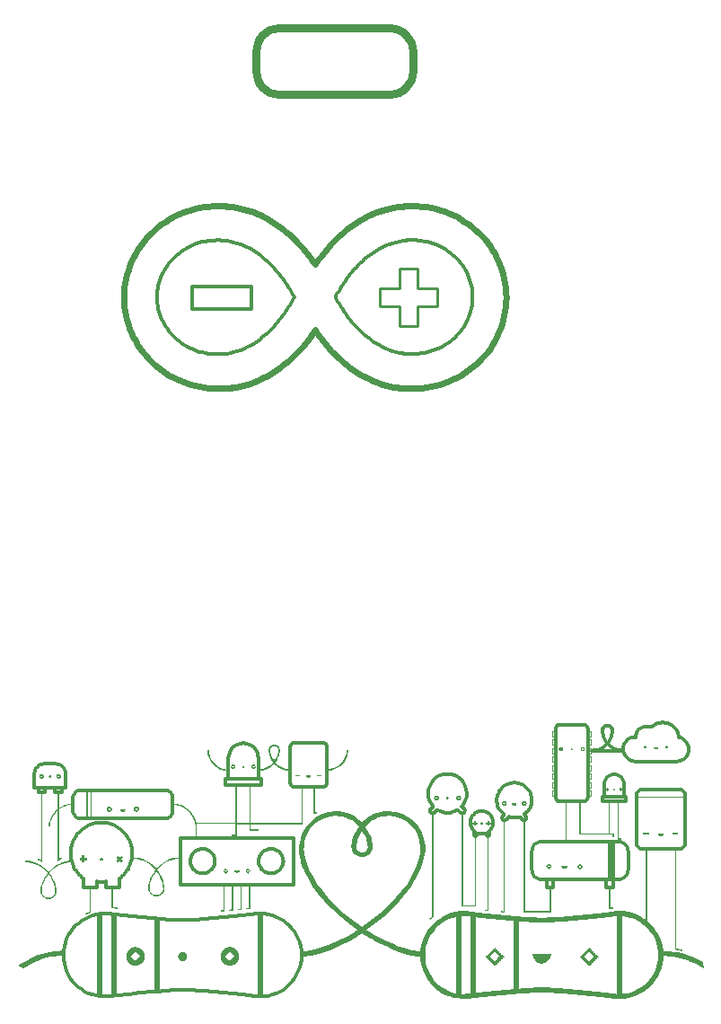
<source format=gtl>
G04 #@! TF.GenerationSoftware,KiCad,Pcbnew,6.0.0-rc1-unknown-73a0cbf~66~ubuntu16.04.1*
G04 #@! TF.CreationDate,2019-02-06T09:24:36-07:00
G04 #@! TF.ProjectId,001,3030312e-6b69-4636-9164-5f7063625858,rev?*
G04 #@! TF.SameCoordinates,Original*
G04 #@! TF.FileFunction,Copper,L1,Top*
G04 #@! TF.FilePolarity,Positive*
%FSLAX46Y46*%
G04 Gerber Fmt 4.6, Leading zero omitted, Abs format (unit mm)*
G04 Created by KiCad (PCBNEW 6.0.0-rc1-unknown-73a0cbf~66~ubuntu16.04.1) date 2019-02-06 09:24:36*
%MOMM*%
%LPD*%
G04 APERTURE LIST*
%ADD10C,0.100000*%
%ADD11C,0.375000*%
%ADD12C,0.121875*%
%ADD13C,0.750000*%
%ADD14C,0.560988*%
%ADD15C,0.362538*%
%ADD16C,0.297216*%
%ADD17C,0.264375*%
G04 APERTURE END LIST*
D10*
G36*
X158947033Y-139393836D02*
G01*
X159014329Y-139734074D01*
X159201375Y-140011600D01*
X159479541Y-140199013D01*
X159820209Y-140268908D01*
X160161718Y-140199540D01*
X160440090Y-140011719D01*
X160627517Y-139733507D01*
X160696167Y-139392947D01*
X158947033Y-139393836D01*
X158947033Y-139393836D01*
G37*
G36*
X163836838Y-139613379D02*
G01*
X164295884Y-138765629D01*
X164241127Y-138820329D01*
X164186373Y-138875024D01*
X164131625Y-138929724D01*
X164076868Y-138984421D01*
X164022111Y-139039125D01*
X163967357Y-139093819D01*
X163912600Y-139148517D01*
X163857849Y-139203214D01*
X163803093Y-139257917D01*
X163748339Y-139312615D01*
X163693582Y-139367318D01*
X163638828Y-139422018D01*
X163584071Y-139476716D01*
X163529320Y-139531413D01*
X163474563Y-139586111D01*
X163419815Y-139640811D01*
X163474563Y-139695557D01*
X163529320Y-139750305D01*
X163584071Y-139805050D01*
X163638828Y-139859799D01*
X163693582Y-139914547D01*
X163748339Y-139969292D01*
X163803093Y-140024043D01*
X163857849Y-140078789D01*
X163912600Y-140133537D01*
X163967357Y-140188285D01*
X164022111Y-140243028D01*
X164076868Y-140297779D01*
X164131625Y-140352530D01*
X164186373Y-140407273D01*
X164241127Y-140462024D01*
X164295884Y-140516772D01*
X164350697Y-140462024D01*
X164405504Y-140407273D01*
X164460318Y-140352530D01*
X164515125Y-140297779D01*
X164569933Y-140243028D01*
X164624746Y-140188285D01*
X164679556Y-140133537D01*
X164734364Y-140078789D01*
X164789174Y-140024043D01*
X164843982Y-139969292D01*
X164898795Y-139914547D01*
X164953602Y-139859799D01*
X165008416Y-139805050D01*
X165063226Y-139750305D01*
X165118036Y-139695557D01*
X165172841Y-139640811D01*
X165118036Y-139586111D01*
X165063226Y-139531413D01*
X165008416Y-139476716D01*
X164953602Y-139422018D01*
X164898795Y-139367318D01*
X164843982Y-139312615D01*
X164789174Y-139257917D01*
X164734364Y-139203214D01*
X164679556Y-139148517D01*
X164624746Y-139093819D01*
X164569933Y-139039125D01*
X164515125Y-138984421D01*
X164460318Y-138929724D01*
X164405504Y-138875024D01*
X164350697Y-138820329D01*
X164295884Y-138765629D01*
X163836838Y-139613379D01*
X163864298Y-139586032D01*
X163891758Y-139558713D01*
X163919218Y-139531393D01*
X163946679Y-139504046D01*
X163974139Y-139476699D01*
X164001599Y-139449351D01*
X164029059Y-139422032D01*
X164056520Y-139394685D01*
X164083980Y-139367366D01*
X164111440Y-139340047D01*
X164138900Y-139312699D01*
X164166360Y-139285352D01*
X164193821Y-139258033D01*
X164221253Y-139230714D01*
X164248713Y-139203367D01*
X164276173Y-139176047D01*
X164303520Y-139203367D01*
X164330868Y-139230714D01*
X164358215Y-139258033D01*
X164385562Y-139285352D01*
X164412910Y-139312699D01*
X164440257Y-139340047D01*
X164467576Y-139367366D01*
X164494924Y-139394685D01*
X164522243Y-139422032D01*
X164549590Y-139449351D01*
X164576937Y-139476699D01*
X164604256Y-139504046D01*
X164631604Y-139531393D01*
X164658951Y-139558713D01*
X164686270Y-139586032D01*
X164713618Y-139613379D01*
X164686270Y-139640811D01*
X164658951Y-139668271D01*
X164631604Y-139695731D01*
X164604256Y-139723163D01*
X164576937Y-139750624D01*
X164549590Y-139778056D01*
X164522243Y-139805516D01*
X164494924Y-139832948D01*
X164467576Y-139860408D01*
X164440257Y-139887868D01*
X164412910Y-139915300D01*
X164385562Y-139942761D01*
X164358215Y-139970193D01*
X164330868Y-139997653D01*
X164303520Y-140025085D01*
X164276173Y-140052545D01*
X164248713Y-140025085D01*
X164221253Y-139997653D01*
X164193821Y-139970193D01*
X164166360Y-139942761D01*
X164138900Y-139915300D01*
X164111440Y-139887868D01*
X164083980Y-139860408D01*
X164056520Y-139832948D01*
X164029059Y-139805516D01*
X164001599Y-139778056D01*
X163974139Y-139750624D01*
X163946679Y-139723163D01*
X163919218Y-139695731D01*
X163891758Y-139668271D01*
X163864298Y-139640811D01*
X163836838Y-139613379D01*
X163836838Y-139613379D01*
G37*
G36*
X154943378Y-139613379D02*
G01*
X155401236Y-138765629D01*
X155346487Y-138820329D01*
X155291736Y-138875024D01*
X155236988Y-138929724D01*
X155182242Y-138984421D01*
X155127494Y-139039125D01*
X155072746Y-139093819D01*
X155018000Y-139148517D01*
X154963252Y-139203214D01*
X154908501Y-139257917D01*
X154853758Y-139312615D01*
X154799010Y-139367318D01*
X154744259Y-139422018D01*
X154689516Y-139476716D01*
X154634768Y-139531413D01*
X154580017Y-139586111D01*
X154525274Y-139640811D01*
X154580017Y-139695557D01*
X154634768Y-139750305D01*
X154689516Y-139805050D01*
X154744259Y-139859799D01*
X154799010Y-139914547D01*
X154853758Y-139969292D01*
X154908501Y-140024043D01*
X154963252Y-140078789D01*
X155018000Y-140133537D01*
X155072746Y-140188285D01*
X155127494Y-140243028D01*
X155182242Y-140297779D01*
X155236988Y-140352530D01*
X155291736Y-140407273D01*
X155346487Y-140462024D01*
X155401236Y-140516772D01*
X155456046Y-140462024D01*
X155510865Y-140407273D01*
X155565681Y-140352530D01*
X155620497Y-140297779D01*
X155675321Y-140243028D01*
X155730137Y-140188285D01*
X155784950Y-140133537D01*
X155839767Y-140078789D01*
X155894583Y-140024043D01*
X155949407Y-139969292D01*
X156004223Y-139914547D01*
X156059033Y-139859799D01*
X156113849Y-139805050D01*
X156168668Y-139750305D01*
X156223487Y-139695557D01*
X156278300Y-139640811D01*
X156223487Y-139586111D01*
X156168668Y-139531413D01*
X156113849Y-139476716D01*
X156059033Y-139422018D01*
X156004223Y-139367318D01*
X155949407Y-139312615D01*
X155894583Y-139257917D01*
X155839767Y-139203214D01*
X155784950Y-139148517D01*
X155730137Y-139093819D01*
X155675321Y-139039125D01*
X155620497Y-138984421D01*
X155565681Y-138929724D01*
X155510865Y-138875024D01*
X155456046Y-138820329D01*
X155401236Y-138765629D01*
X154943378Y-139613379D01*
X154970753Y-139586032D01*
X154998129Y-139558713D01*
X155025505Y-139531393D01*
X155052880Y-139504046D01*
X155080256Y-139476699D01*
X155107631Y-139449351D01*
X155135007Y-139422032D01*
X155162382Y-139394685D01*
X155189758Y-139367366D01*
X155217133Y-139340047D01*
X155244509Y-139312699D01*
X155271885Y-139285352D01*
X155299260Y-139258033D01*
X155326636Y-139230714D01*
X155353983Y-139203367D01*
X155381359Y-139176047D01*
X155408706Y-139203367D01*
X155436053Y-139230714D01*
X155463401Y-139258033D01*
X155490748Y-139285352D01*
X155518095Y-139312699D01*
X155545414Y-139340047D01*
X155572762Y-139367366D01*
X155600109Y-139394685D01*
X155627428Y-139422032D01*
X155654775Y-139449351D01*
X155682123Y-139476699D01*
X155709442Y-139504046D01*
X155736789Y-139531393D01*
X155764137Y-139558713D01*
X155791484Y-139586032D01*
X155818831Y-139613379D01*
X155791484Y-139640811D01*
X155764137Y-139668271D01*
X155736789Y-139695731D01*
X155709442Y-139723163D01*
X155682123Y-139750624D01*
X155654775Y-139778056D01*
X155627428Y-139805516D01*
X155600109Y-139832948D01*
X155572762Y-139860408D01*
X155545414Y-139887868D01*
X155518095Y-139915300D01*
X155490748Y-139942761D01*
X155463401Y-139970193D01*
X155436053Y-139997653D01*
X155408706Y-140025085D01*
X155381359Y-140052545D01*
X155353983Y-140025085D01*
X155326636Y-139997653D01*
X155299260Y-139970193D01*
X155271885Y-139942761D01*
X155244509Y-139915300D01*
X155217133Y-139887868D01*
X155189758Y-139860408D01*
X155162382Y-139832948D01*
X155135007Y-139805516D01*
X155107631Y-139778056D01*
X155080256Y-139750624D01*
X155052880Y-139723163D01*
X155025505Y-139695731D01*
X154998129Y-139668271D01*
X154970753Y-139640811D01*
X154943378Y-139613379D01*
X154943378Y-139613379D01*
G37*
G36*
X130398303Y-140052215D02*
G01*
X129600955Y-139270186D01*
X129586026Y-139310044D01*
X129573072Y-139350438D01*
X129562121Y-139391287D01*
X129553118Y-139432525D01*
X129546148Y-139474066D01*
X129541152Y-139515829D01*
X129538330Y-139557747D01*
X129537201Y-139599728D01*
X129538330Y-139641706D01*
X129541152Y-139683599D01*
X129546119Y-139725337D01*
X129553118Y-139766812D01*
X129562121Y-139807968D01*
X129573072Y-139848744D01*
X129586026Y-139889042D01*
X129600955Y-139928779D01*
X129617917Y-139967895D01*
X129636854Y-140006292D01*
X129657795Y-140043903D01*
X129680711Y-140080646D01*
X129705631Y-140116454D01*
X129732555Y-140151252D01*
X129761463Y-140184916D01*
X129792336Y-140217422D01*
X129825110Y-140248599D01*
X129859022Y-140277696D01*
X129894029Y-140304790D01*
X129930038Y-140329907D01*
X129966980Y-140353021D01*
X130004761Y-140374103D01*
X130043316Y-140393210D01*
X130082565Y-140410284D01*
X130122423Y-140425355D01*
X130162823Y-140438394D01*
X130203672Y-140449457D01*
X130244916Y-140458516D01*
X130286459Y-140465600D01*
X130328222Y-140470623D01*
X130370138Y-140473954D01*
X130412115Y-140474800D01*
X130454087Y-140473954D01*
X130495974Y-140471131D01*
X130537709Y-140466136D01*
X130579182Y-140459109D01*
X130620336Y-140450049D01*
X130661111Y-140438986D01*
X130701410Y-140425919D01*
X130741144Y-140410849D01*
X130780251Y-140393774D01*
X130818650Y-140374668D01*
X130856271Y-140353586D01*
X130893013Y-140330472D01*
X130928824Y-140305354D01*
X130963622Y-140278261D01*
X130997325Y-140249164D01*
X131029832Y-140217987D01*
X131061138Y-140185246D01*
X131090422Y-140151331D01*
X131117656Y-140116361D01*
X131142830Y-140080395D01*
X131166001Y-140043508D01*
X131187111Y-140005795D01*
X131206218Y-139967314D01*
X131223320Y-139928136D01*
X131238363Y-139888365D01*
X131251373Y-139848044D01*
X131262380Y-139807271D01*
X131271383Y-139766123D01*
X131278354Y-139724665D01*
X131283264Y-139682978D01*
X131286086Y-139641144D01*
X131286933Y-139599226D01*
X131286086Y-139557310D01*
X131282756Y-139515476D01*
X131277648Y-139473789D01*
X131270508Y-139432345D01*
X131261392Y-139391197D01*
X131250301Y-139350433D01*
X131237206Y-139310120D01*
X131222107Y-139270355D01*
X131205032Y-139231197D01*
X131185926Y-139192721D01*
X131164872Y-139155019D01*
X131141786Y-139118152D01*
X131116725Y-139082206D01*
X131089688Y-139047236D01*
X131060684Y-139013358D01*
X131029685Y-138980617D01*
X131029860Y-138980019D01*
X130997351Y-138949053D01*
X130963681Y-138920080D01*
X130928923Y-138893100D01*
X130893146Y-138868095D01*
X130856440Y-138845094D01*
X130818868Y-138824125D01*
X130780516Y-138805160D01*
X130741460Y-138788170D01*
X130701782Y-138773156D01*
X130661543Y-138760173D01*
X130620841Y-138749167D01*
X130579732Y-138740136D01*
X130538316Y-138733136D01*
X130496638Y-138728141D01*
X130454798Y-138725319D01*
X130412877Y-138724472D01*
X130370934Y-138725319D01*
X130329060Y-138728141D01*
X130287311Y-138733108D01*
X130245799Y-138740079D01*
X130204564Y-138749082D01*
X130163715Y-138760089D01*
X130123309Y-138773071D01*
X130083414Y-138788085D01*
X130044126Y-138805103D01*
X130005521Y-138824068D01*
X129967669Y-138845066D01*
X129930639Y-138868095D01*
X129894511Y-138893072D01*
X129859369Y-138920052D01*
X129825277Y-138949025D01*
X129792336Y-138980022D01*
X129761463Y-139012762D01*
X129732555Y-139046677D01*
X129705631Y-139081684D01*
X129680683Y-139117690D01*
X129657766Y-139154624D01*
X129636854Y-139192391D01*
X129617917Y-139230943D01*
X129600955Y-139270186D01*
X130398303Y-140052215D01*
X130384644Y-140038527D01*
X130371013Y-140024839D01*
X130357381Y-140011152D01*
X130343750Y-139997464D01*
X130330119Y-139983776D01*
X130316487Y-139970088D01*
X130302856Y-139956400D01*
X130289225Y-139942713D01*
X130275565Y-139929025D01*
X130261905Y-139915337D01*
X130248246Y-139901649D01*
X130234586Y-139887962D01*
X130220927Y-139874274D01*
X130207267Y-139860586D01*
X130193608Y-139846898D01*
X130179948Y-139833210D01*
X130166289Y-139819523D01*
X130152629Y-139805835D01*
X130138969Y-139792147D01*
X130125310Y-139778459D01*
X130111650Y-139764772D01*
X130097991Y-139751084D01*
X130084331Y-139737396D01*
X130070672Y-139723708D01*
X130057012Y-139710020D01*
X130043353Y-139696333D01*
X130029693Y-139682645D01*
X130016033Y-139668957D01*
X130002374Y-139655269D01*
X129988714Y-139641582D01*
X129975055Y-139627894D01*
X129961395Y-139614206D01*
X129975055Y-139600546D01*
X129988714Y-139586887D01*
X130002374Y-139573256D01*
X130016033Y-139559596D01*
X130029693Y-139545965D01*
X130043353Y-139532305D01*
X130057012Y-139518674D01*
X130070672Y-139505014D01*
X130084331Y-139491383D01*
X130097991Y-139477723D01*
X130111650Y-139464092D01*
X130125310Y-139450432D01*
X130138969Y-139436801D01*
X130152629Y-139423142D01*
X130166289Y-139409510D01*
X130179948Y-139395851D01*
X130193608Y-139382191D01*
X130207267Y-139368560D01*
X130220927Y-139354900D01*
X130234586Y-139341269D01*
X130248246Y-139327609D01*
X130261905Y-139313978D01*
X130275565Y-139300318D01*
X130289225Y-139286687D01*
X130302856Y-139273028D01*
X130316487Y-139259396D01*
X130330119Y-139245737D01*
X130343750Y-139232105D01*
X130357381Y-139218446D01*
X130371013Y-139204814D01*
X130384644Y-139191155D01*
X130398303Y-139177524D01*
X130412048Y-139191155D01*
X130425735Y-139204814D01*
X130439423Y-139218446D01*
X130453111Y-139232105D01*
X130466799Y-139245737D01*
X130480487Y-139259396D01*
X130494174Y-139273028D01*
X130507862Y-139286687D01*
X130521550Y-139300318D01*
X130535238Y-139313978D01*
X130548925Y-139327609D01*
X130562613Y-139341269D01*
X130576301Y-139354900D01*
X130589989Y-139368560D01*
X130603677Y-139382191D01*
X130617364Y-139395851D01*
X130631052Y-139409510D01*
X130644740Y-139423142D01*
X130658428Y-139436801D01*
X130672115Y-139450432D01*
X130685803Y-139464092D01*
X130699491Y-139477723D01*
X130713179Y-139491383D01*
X130726867Y-139505014D01*
X130740554Y-139518674D01*
X130754242Y-139532305D01*
X130767930Y-139545965D01*
X130781618Y-139559596D01*
X130795305Y-139573256D01*
X130808993Y-139586887D01*
X130822681Y-139600546D01*
X130836369Y-139614206D01*
X130822681Y-139627894D01*
X130808993Y-139641582D01*
X130795305Y-139655269D01*
X130781618Y-139668957D01*
X130767930Y-139682645D01*
X130754242Y-139696333D01*
X130740554Y-139710020D01*
X130726867Y-139723708D01*
X130713179Y-139737396D01*
X130699491Y-139751084D01*
X130685803Y-139764772D01*
X130672115Y-139778459D01*
X130658428Y-139792147D01*
X130644740Y-139805835D01*
X130631052Y-139819523D01*
X130617364Y-139833210D01*
X130603677Y-139846898D01*
X130589989Y-139860586D01*
X130576301Y-139874274D01*
X130562613Y-139887962D01*
X130548925Y-139901649D01*
X130535238Y-139915337D01*
X130521550Y-139929025D01*
X130507862Y-139942713D01*
X130494174Y-139956400D01*
X130480487Y-139970088D01*
X130466799Y-139983776D01*
X130453111Y-139997464D01*
X130439423Y-140011152D01*
X130425735Y-140024839D01*
X130412048Y-140038527D01*
X130398303Y-140052215D01*
X130398303Y-140052215D01*
G37*
G36*
X121503926Y-140052215D02*
G01*
X120707381Y-139257573D01*
X120699134Y-139277272D01*
X120691390Y-139297112D01*
X120684140Y-139317122D01*
X120677389Y-139337273D01*
X120671146Y-139357536D01*
X120665398Y-139377913D01*
X120660151Y-139398345D01*
X120655404Y-139418948D01*
X120651157Y-139439635D01*
X120647406Y-139460378D01*
X120644174Y-139481178D01*
X120641437Y-139502034D01*
X120639151Y-139522947D01*
X120637373Y-139543887D01*
X120636131Y-139564857D01*
X120635397Y-139585854D01*
X120635155Y-139606823D01*
X120635403Y-139627820D01*
X120636137Y-139648818D01*
X120637379Y-139669759D01*
X120639157Y-139690671D01*
X120641443Y-139711556D01*
X120644180Y-139732384D01*
X120647412Y-139753155D01*
X120651157Y-139773870D01*
X120655404Y-139794529D01*
X120660148Y-139815047D01*
X120665395Y-139835479D01*
X120671144Y-139855799D01*
X120677392Y-139876035D01*
X120684140Y-139896129D01*
X120691388Y-139916026D01*
X120699135Y-139935809D01*
X120707378Y-139955480D01*
X120716124Y-139974954D01*
X120725376Y-139994229D01*
X120735121Y-140013364D01*
X120745365Y-140032273D01*
X120756113Y-140050956D01*
X120767356Y-140069442D01*
X120779100Y-140087730D01*
X120791339Y-140105735D01*
X120804087Y-140123515D01*
X120817332Y-140141070D01*
X120831082Y-140158370D01*
X120845320Y-140175360D01*
X120860069Y-140192067D01*
X120875309Y-140208493D01*
X120891054Y-140224579D01*
X120907206Y-140240412D01*
X120923657Y-140255765D01*
X120940395Y-140270581D01*
X120957430Y-140284890D01*
X120974733Y-140298691D01*
X120992301Y-140312040D01*
X121010124Y-140324881D01*
X121028189Y-140337158D01*
X121046491Y-140348926D01*
X121065016Y-140360215D01*
X121083758Y-140371024D01*
X121102707Y-140381297D01*
X121121850Y-140391090D01*
X121141182Y-140400375D01*
X121160692Y-140409153D01*
X121180366Y-140417450D01*
X121200195Y-140425239D01*
X121220171Y-140432521D01*
X121240284Y-140439322D01*
X121260525Y-140445587D01*
X121280885Y-140451345D01*
X121301343Y-140456651D01*
X121321920Y-140461448D01*
X121342553Y-140465710D01*
X121363294Y-140469492D01*
X121384080Y-140472822D01*
X121404944Y-140475644D01*
X121425840Y-140477620D01*
X121446784Y-140479313D01*
X121467756Y-140480442D01*
X121488747Y-140481006D01*
X121509747Y-140481274D01*
X121530750Y-140481018D01*
X121551742Y-140480453D01*
X121572714Y-140479324D01*
X121593658Y-140477631D01*
X121614562Y-140475373D01*
X121635415Y-140472551D01*
X121656226Y-140469221D01*
X121676944Y-140465383D01*
X121697603Y-140461121D01*
X121718154Y-140456323D01*
X121738635Y-140451017D01*
X121758975Y-140445260D01*
X121779216Y-140438995D01*
X121799330Y-140432193D01*
X121819306Y-140424912D01*
X121839132Y-140417123D01*
X121858806Y-140408825D01*
X121878313Y-140400048D01*
X121897645Y-140390763D01*
X121916788Y-140380970D01*
X121935736Y-140370697D01*
X121954479Y-140359888D01*
X121973007Y-140348599D01*
X121991303Y-140336830D01*
X122009368Y-140324554D01*
X122027191Y-140311713D01*
X122044756Y-140298363D01*
X122062062Y-140284563D01*
X122079094Y-140270254D01*
X122095838Y-140255437D01*
X122112289Y-140240113D01*
X122128438Y-140224252D01*
X122144307Y-140208024D01*
X122159669Y-140191514D01*
X122174530Y-140174694D01*
X122188870Y-140157619D01*
X122202713Y-140140263D01*
X122216045Y-140122624D01*
X122228872Y-140104787D01*
X122241194Y-140086697D01*
X122253005Y-140068352D01*
X122264311Y-140049782D01*
X122275109Y-140031043D01*
X122285407Y-140012077D01*
X122295194Y-139992914D01*
X122304474Y-139973610D01*
X122313254Y-139954081D01*
X122321529Y-139934410D01*
X122329295Y-139914598D01*
X122336560Y-139894616D01*
X122343313Y-139874494D01*
X122349576Y-139854287D01*
X122355328Y-139833967D01*
X122360574Y-139813562D01*
X122365315Y-139793045D01*
X122369554Y-139772386D01*
X122373291Y-139751671D01*
X122376522Y-139730927D01*
X122379260Y-139710128D01*
X122381490Y-139689271D01*
X122383239Y-139668359D01*
X122384481Y-139647446D01*
X122385243Y-139626477D01*
X122385468Y-139605508D01*
X122385190Y-139584567D01*
X122384400Y-139563598D01*
X122383130Y-139542685D01*
X122381324Y-139521773D01*
X122379009Y-139500945D01*
X122376215Y-139480145D01*
X122372950Y-139459373D01*
X122369157Y-139438686D01*
X122364864Y-139418028D01*
X122360075Y-139397510D01*
X122354783Y-139377105D01*
X122348995Y-139356785D01*
X122342699Y-139336578D01*
X122335911Y-139316456D01*
X122328624Y-139296475D01*
X122320832Y-139276691D01*
X122312543Y-139257048D01*
X122303760Y-139237547D01*
X122294484Y-139218243D01*
X122284696Y-139199080D01*
X122274412Y-139180143D01*
X122263643Y-139161375D01*
X122252365Y-139142861D01*
X122240591Y-139124545D01*
X122228320Y-139106454D01*
X122215555Y-139088590D01*
X122202290Y-139070951D01*
X122188532Y-139053594D01*
X122174274Y-139036491D01*
X122159522Y-139019699D01*
X122144274Y-139003189D01*
X122128532Y-138986961D01*
X122128449Y-138986849D01*
X122112300Y-138971072D01*
X122095858Y-138955804D01*
X122079122Y-138941072D01*
X122062112Y-138926848D01*
X122044832Y-138913132D01*
X122027286Y-138899868D01*
X122009495Y-138887139D01*
X121991461Y-138874863D01*
X121973193Y-138863122D01*
X121954704Y-138851918D01*
X121936001Y-138841165D01*
X121917098Y-138830921D01*
X121898000Y-138821156D01*
X121878719Y-138811927D01*
X121859262Y-138803207D01*
X121839642Y-138794909D01*
X121819873Y-138787148D01*
X121799945Y-138779895D01*
X121779890Y-138773150D01*
X121759700Y-138766913D01*
X121739397Y-138761184D01*
X121718984Y-138755934D01*
X121698486Y-138751165D01*
X121677878Y-138746903D01*
X121657191Y-138743121D01*
X121636459Y-138739791D01*
X121615648Y-138736969D01*
X121594800Y-138734993D01*
X121573902Y-138733300D01*
X121552978Y-138732171D01*
X121532034Y-138731607D01*
X121511071Y-138731341D01*
X121490110Y-138731595D01*
X121469152Y-138732160D01*
X121448214Y-138733289D01*
X121427302Y-138734982D01*
X121406426Y-138737240D01*
X121385592Y-138740062D01*
X121364801Y-138743392D01*
X121344105Y-138747202D01*
X121323461Y-138751464D01*
X121302915Y-138756233D01*
X121282468Y-138761511D01*
X121262094Y-138767240D01*
X121241845Y-138773477D01*
X121221720Y-138780251D01*
X121201721Y-138787504D01*
X121181864Y-138795265D01*
X121162159Y-138803477D01*
X121142607Y-138812198D01*
X121123227Y-138821427D01*
X121104030Y-138831163D01*
X121085020Y-138841408D01*
X121066212Y-138852133D01*
X121047608Y-138863337D01*
X121029219Y-138875077D01*
X121011055Y-138887354D01*
X120993128Y-138900110D01*
X120975444Y-138913375D01*
X120958020Y-138927119D01*
X120940858Y-138941315D01*
X120923972Y-138956075D01*
X120907366Y-138971343D01*
X120891057Y-138987119D01*
X120875309Y-139003347D01*
X120860069Y-139019857D01*
X120845325Y-139036678D01*
X120831082Y-139053752D01*
X120817338Y-139071109D01*
X120804090Y-139088776D01*
X120791345Y-139106669D01*
X120779099Y-139124759D01*
X120767356Y-139143104D01*
X120756112Y-139161702D01*
X120745365Y-139180498D01*
X120735123Y-139199463D01*
X120725378Y-139218655D01*
X120716127Y-139238043D01*
X120707381Y-139257573D01*
X121503926Y-140052215D01*
X121497065Y-140045357D01*
X121490204Y-140038499D01*
X121483344Y-140031641D01*
X121476483Y-140024783D01*
X121469622Y-140017925D01*
X121462761Y-140011067D01*
X121455900Y-140004209D01*
X121449039Y-139997379D01*
X121442179Y-139990521D01*
X121435318Y-139983663D01*
X121428457Y-139976805D01*
X121421596Y-139969947D01*
X121414735Y-139963089D01*
X121407875Y-139956231D01*
X121401014Y-139949373D01*
X121394153Y-139942515D01*
X121387292Y-139935685D01*
X121380431Y-139928827D01*
X121373570Y-139921969D01*
X121366710Y-139915111D01*
X121359849Y-139908253D01*
X121352988Y-139901395D01*
X121346127Y-139894537D01*
X121339266Y-139887679D01*
X121332405Y-139880821D01*
X121325545Y-139873992D01*
X121318684Y-139867134D01*
X121311823Y-139860276D01*
X121304962Y-139853418D01*
X121298101Y-139846560D01*
X121291241Y-139839702D01*
X121284380Y-139832844D01*
X121277519Y-139825986D01*
X121270658Y-139819128D01*
X121263797Y-139812298D01*
X121256936Y-139805440D01*
X121250076Y-139798582D01*
X121243215Y-139791724D01*
X121236354Y-139784866D01*
X121229493Y-139778008D01*
X121222632Y-139771150D01*
X121215772Y-139764292D01*
X121208911Y-139757434D01*
X121202050Y-139750604D01*
X121195189Y-139743746D01*
X121188328Y-139736888D01*
X121181467Y-139730030D01*
X121174607Y-139723172D01*
X121167746Y-139716314D01*
X121160885Y-139709456D01*
X121154024Y-139702598D01*
X121147163Y-139695740D01*
X121140302Y-139688910D01*
X121133442Y-139682052D01*
X121126581Y-139675194D01*
X121119720Y-139668336D01*
X121112859Y-139661478D01*
X121105998Y-139654620D01*
X121099138Y-139647762D01*
X121092277Y-139640904D01*
X121085416Y-139634046D01*
X121078555Y-139627188D01*
X121071694Y-139620358D01*
X121064833Y-139613500D01*
X121071694Y-139606671D01*
X121078555Y-139599841D01*
X121085416Y-139593011D01*
X121092277Y-139586181D01*
X121099138Y-139579352D01*
X121105998Y-139572522D01*
X121112859Y-139565692D01*
X121119720Y-139558862D01*
X121126581Y-139552032D01*
X121133442Y-139545203D01*
X121140302Y-139538373D01*
X121147163Y-139531543D01*
X121154024Y-139524713D01*
X121160885Y-139517884D01*
X121167746Y-139511054D01*
X121174607Y-139504224D01*
X121181467Y-139497394D01*
X121188328Y-139490564D01*
X121195189Y-139483735D01*
X121202050Y-139476905D01*
X121208911Y-139470075D01*
X121215772Y-139463245D01*
X121222632Y-139456416D01*
X121229493Y-139449586D01*
X121236354Y-139442756D01*
X121243215Y-139435926D01*
X121250076Y-139429096D01*
X121256936Y-139422267D01*
X121263797Y-139415437D01*
X121270658Y-139408607D01*
X121277519Y-139401777D01*
X121284380Y-139394948D01*
X121291241Y-139388118D01*
X121298101Y-139381288D01*
X121304962Y-139374458D01*
X121311823Y-139367628D01*
X121318684Y-139360799D01*
X121325545Y-139353969D01*
X121332405Y-139347139D01*
X121339266Y-139340309D01*
X121346127Y-139333480D01*
X121352988Y-139326650D01*
X121359849Y-139319820D01*
X121366710Y-139312990D01*
X121373570Y-139306160D01*
X121380431Y-139299331D01*
X121387292Y-139292501D01*
X121394153Y-139285671D01*
X121401014Y-139278841D01*
X121407875Y-139272012D01*
X121414735Y-139265182D01*
X121421596Y-139258352D01*
X121428457Y-139251522D01*
X121435318Y-139244692D01*
X121442179Y-139237863D01*
X121449039Y-139231033D01*
X121455900Y-139224203D01*
X121462761Y-139217373D01*
X121469622Y-139210544D01*
X121476483Y-139203714D01*
X121483344Y-139196884D01*
X121490204Y-139190054D01*
X121497065Y-139183224D01*
X121503926Y-139176395D01*
X121510753Y-139183224D01*
X121517580Y-139190054D01*
X121524404Y-139196884D01*
X121531231Y-139203714D01*
X121538058Y-139210544D01*
X121544888Y-139217373D01*
X121551712Y-139224203D01*
X121558539Y-139231033D01*
X121565366Y-139237863D01*
X121572193Y-139244692D01*
X121579017Y-139251522D01*
X121585844Y-139258352D01*
X121592671Y-139265182D01*
X121599498Y-139272012D01*
X121606325Y-139278841D01*
X121613146Y-139285671D01*
X121619973Y-139292501D01*
X121626800Y-139299331D01*
X121633627Y-139306160D01*
X121640451Y-139312990D01*
X121647278Y-139319820D01*
X121654105Y-139326650D01*
X121660932Y-139333480D01*
X121667753Y-139340309D01*
X121674580Y-139347139D01*
X121681407Y-139353969D01*
X121688234Y-139360799D01*
X121695061Y-139367628D01*
X121701888Y-139374458D01*
X121708715Y-139381288D01*
X121715542Y-139388118D01*
X121722369Y-139394948D01*
X121729196Y-139401777D01*
X121736017Y-139408607D01*
X121742844Y-139415437D01*
X121749671Y-139422267D01*
X121756498Y-139429096D01*
X121763319Y-139435926D01*
X121770146Y-139442756D01*
X121776973Y-139449586D01*
X121783800Y-139456416D01*
X121790621Y-139463245D01*
X121797448Y-139470075D01*
X121804275Y-139476905D01*
X121811102Y-139483735D01*
X121817929Y-139490564D01*
X121824751Y-139497394D01*
X121831578Y-139504224D01*
X121838405Y-139511054D01*
X121845231Y-139517884D01*
X121852053Y-139524713D01*
X121858880Y-139531543D01*
X121865707Y-139538373D01*
X121872534Y-139545203D01*
X121879361Y-139552032D01*
X121886188Y-139558862D01*
X121893015Y-139565692D01*
X121899841Y-139572522D01*
X121906668Y-139579352D01*
X121913495Y-139586181D01*
X121920317Y-139593011D01*
X121927144Y-139599841D01*
X121933971Y-139606671D01*
X121940798Y-139613500D01*
X121933971Y-139620358D01*
X121927144Y-139627188D01*
X121920317Y-139634046D01*
X121913495Y-139640904D01*
X121906668Y-139647762D01*
X121899841Y-139654620D01*
X121893015Y-139661478D01*
X121886188Y-139668336D01*
X121879361Y-139675194D01*
X121872534Y-139682052D01*
X121865707Y-139688910D01*
X121858880Y-139695740D01*
X121852053Y-139702598D01*
X121845231Y-139709456D01*
X121838405Y-139716314D01*
X121831578Y-139723172D01*
X121824751Y-139730030D01*
X121817929Y-139736888D01*
X121811102Y-139743746D01*
X121804275Y-139750604D01*
X121797448Y-139757434D01*
X121790621Y-139764292D01*
X121783800Y-139771150D01*
X121776973Y-139778008D01*
X121770146Y-139784866D01*
X121763319Y-139791724D01*
X121756498Y-139798582D01*
X121749671Y-139805440D01*
X121742844Y-139812298D01*
X121736017Y-139819128D01*
X121729196Y-139825986D01*
X121722369Y-139832844D01*
X121715542Y-139839702D01*
X121708715Y-139846560D01*
X121701888Y-139853418D01*
X121695061Y-139860276D01*
X121688234Y-139867134D01*
X121681407Y-139873992D01*
X121674580Y-139880821D01*
X121667753Y-139887679D01*
X121660932Y-139894537D01*
X121654105Y-139901395D01*
X121647278Y-139908253D01*
X121640451Y-139915111D01*
X121633627Y-139921969D01*
X121626800Y-139928827D01*
X121619973Y-139935685D01*
X121613146Y-139942515D01*
X121606325Y-139949373D01*
X121599498Y-139956231D01*
X121592671Y-139963089D01*
X121585844Y-139969947D01*
X121579017Y-139976805D01*
X121572193Y-139983663D01*
X121565366Y-139990521D01*
X121558539Y-139997379D01*
X121551712Y-140004209D01*
X121544888Y-140011067D01*
X121538058Y-140017925D01*
X121531231Y-140024783D01*
X121524404Y-140031641D01*
X121517580Y-140038499D01*
X121510753Y-140045357D01*
X121503926Y-140052215D01*
X121503926Y-140052215D01*
G37*
G36*
X126260031Y-139921283D02*
G01*
X126356197Y-139777287D01*
X126387898Y-139612977D01*
X126355665Y-139448146D01*
X126260031Y-139302587D01*
X126115597Y-139207156D01*
X125951308Y-139175345D01*
X125786706Y-139207156D01*
X125641334Y-139302587D01*
X125545340Y-139448146D01*
X125513342Y-139612977D01*
X125545340Y-139777287D01*
X125641334Y-139921283D01*
X125785955Y-140018278D01*
X125950641Y-140050609D01*
X126115347Y-140018278D01*
X126260031Y-139921283D01*
X126260031Y-139921283D01*
G37*
G36*
X157203174Y-136102822D02*
G01*
X157203174Y-136949636D01*
X157203174Y-137796452D01*
X157203174Y-138643268D01*
X157203174Y-139490087D01*
X157203174Y-140336901D01*
X157203174Y-141183714D01*
X157203174Y-142030528D01*
X157203174Y-142877344D01*
X157262155Y-142877344D01*
X157321140Y-142877344D01*
X157380121Y-142877344D01*
X157439103Y-142877344D01*
X157498084Y-142877344D01*
X157557066Y-142877344D01*
X157616045Y-142877344D01*
X157675029Y-142877344D01*
X157675029Y-142030528D01*
X157675029Y-141183714D01*
X157675029Y-140336901D01*
X157675029Y-139490087D01*
X157675029Y-138643268D01*
X157675029Y-137796452D01*
X157675029Y-136949636D01*
X157675029Y-136102822D01*
X157616045Y-136102822D01*
X157557066Y-136102822D01*
X157498084Y-136102822D01*
X157439103Y-136102822D01*
X157380121Y-136102822D01*
X157321140Y-136102822D01*
X157262155Y-136102822D01*
X157203174Y-136102822D01*
X157203174Y-136102822D01*
G37*
G36*
X153117411Y-135738956D02*
G01*
X153117411Y-136684906D01*
X153117411Y-137630858D01*
X153117411Y-138576808D01*
X153117411Y-139522757D01*
X153117411Y-140468707D01*
X153117411Y-141414654D01*
X153117411Y-142360606D01*
X153117411Y-143306556D01*
X153176481Y-143306556D01*
X153235550Y-143306556D01*
X153294613Y-143306556D01*
X153353685Y-143306556D01*
X153412751Y-143306556D01*
X153471821Y-143306556D01*
X153530892Y-143306556D01*
X153589956Y-143306556D01*
X153589956Y-142360606D01*
X153589956Y-141414654D01*
X153589956Y-140468707D01*
X153589956Y-139522757D01*
X153589956Y-138576808D01*
X153589956Y-137630858D01*
X153589956Y-136684906D01*
X153589956Y-135738956D01*
X153530892Y-135738956D01*
X153471821Y-135738956D01*
X153412751Y-135738956D01*
X153353685Y-135738956D01*
X153294613Y-135738956D01*
X153235550Y-135738956D01*
X153176481Y-135738956D01*
X153117411Y-135738956D01*
X153117411Y-135738956D01*
G37*
G36*
X151746554Y-135738956D02*
G01*
X151746554Y-136674418D01*
X151746554Y-137609881D01*
X151746554Y-138545340D01*
X151746554Y-139480800D01*
X151746554Y-140416262D01*
X151746554Y-141351721D01*
X151746554Y-142287181D01*
X151746554Y-143222643D01*
X151805538Y-143222643D01*
X151864520Y-143222643D01*
X151923499Y-143222643D01*
X151982480Y-143222643D01*
X152041462Y-143222643D01*
X152100443Y-143222643D01*
X152159428Y-143222643D01*
X152218410Y-143222643D01*
X152218410Y-142287181D01*
X152218410Y-141351721D01*
X152218410Y-140416262D01*
X152218410Y-139480800D01*
X152218410Y-138545340D01*
X152218410Y-137609881D01*
X152218410Y-136674418D01*
X152218410Y-135738956D01*
X152159428Y-135738956D01*
X152100443Y-135738956D01*
X152041462Y-135738956D01*
X151982480Y-135738956D01*
X151923499Y-135738956D01*
X151864520Y-135738956D01*
X151805538Y-135738956D01*
X151746554Y-135738956D01*
X151746554Y-135738956D01*
G37*
G36*
X123331437Y-142877556D02*
G01*
X123331437Y-142454129D01*
X123331437Y-142030706D01*
X123331437Y-141607279D01*
X123331437Y-141183853D01*
X123331437Y-140760429D01*
X123331437Y-140337005D01*
X123331437Y-139913576D01*
X123331437Y-139490150D01*
X123331437Y-139066723D01*
X123331437Y-138643514D01*
X123331437Y-138220087D01*
X123331437Y-137796664D01*
X123331437Y-137373237D01*
X123331437Y-136949811D01*
X123331437Y-136526387D01*
X123331437Y-136102961D01*
X123803503Y-136102961D01*
X123803503Y-136526387D01*
X123803503Y-136949811D01*
X123803503Y-137373237D01*
X123803503Y-137796664D01*
X123803503Y-138220087D01*
X123803503Y-138643514D01*
X123803503Y-139066723D01*
X123803503Y-139490150D01*
X123803503Y-139913576D01*
X123803503Y-140337005D01*
X123803503Y-140760429D01*
X123803503Y-141183853D01*
X123803503Y-141607279D01*
X123803503Y-142030706D01*
X123803503Y-142454129D01*
X123803503Y-142877556D01*
X123331437Y-142877556D01*
X123331437Y-142877556D01*
G37*
G36*
X119246572Y-143306296D02*
G01*
X119246572Y-142828367D01*
X119246572Y-142350221D01*
X119246572Y-141872074D01*
X119246572Y-141394150D01*
X119246572Y-140916004D01*
X119246572Y-140438075D01*
X119246572Y-139959928D01*
X119246572Y-139482005D01*
X119246572Y-139003858D01*
X119246572Y-138525712D01*
X119246572Y-138047782D01*
X119246572Y-137569639D01*
X119246572Y-137091709D01*
X119246572Y-136613563D01*
X119246572Y-136135639D01*
X119246572Y-135657493D01*
X119718637Y-135657493D01*
X119718637Y-136135639D01*
X119718637Y-136613563D01*
X119718637Y-137091709D01*
X119718637Y-137569639D01*
X119718637Y-138047782D01*
X119718637Y-138525712D01*
X119718637Y-139003858D01*
X119718637Y-139482005D01*
X119718637Y-139959928D01*
X119718637Y-140438075D01*
X119718637Y-140916004D01*
X119718637Y-141394150D01*
X119718637Y-141872074D01*
X119718637Y-142350221D01*
X119718637Y-142828367D01*
X119718637Y-143306296D01*
X119246572Y-143306296D01*
X119246572Y-143306296D01*
G37*
G36*
X117874566Y-143222375D02*
G01*
X117874566Y-142754653D01*
X117874566Y-142286932D01*
X117874566Y-141819208D01*
X117874566Y-141351484D01*
X117874566Y-140883766D01*
X117874566Y-140416039D01*
X117874566Y-139948315D01*
X117874566Y-139480596D01*
X117874566Y-139012875D01*
X117874566Y-138545148D01*
X117874566Y-138077430D01*
X117874566Y-137609703D01*
X117874566Y-137141979D01*
X117874566Y-136674260D01*
X117874566Y-136206536D01*
X117874566Y-135738815D01*
X118346632Y-135738815D01*
X118346632Y-136206536D01*
X118346632Y-136674260D01*
X118346632Y-137141979D01*
X118346632Y-137609703D01*
X118346632Y-138077430D01*
X118346632Y-138545148D01*
X118346632Y-139012875D01*
X118346632Y-139480596D01*
X118346632Y-139948315D01*
X118346632Y-140416039D01*
X118346632Y-140883766D01*
X118346632Y-141351484D01*
X118346632Y-141819208D01*
X118346632Y-142286932D01*
X118346632Y-142754653D01*
X118346632Y-143222375D01*
X117874566Y-143222375D01*
X117874566Y-143222375D01*
G37*
G36*
X133029957Y-143345824D02*
G01*
X133029957Y-142862685D01*
X133029957Y-142379543D01*
X133029957Y-141896407D01*
X133029957Y-141413265D01*
X133029957Y-140930126D01*
X133029957Y-140446987D01*
X133029957Y-139963631D01*
X133029957Y-139480486D01*
X133029957Y-138997350D01*
X133029957Y-138514214D01*
X133029957Y-138031069D01*
X133029957Y-137547933D01*
X133029957Y-137064574D01*
X133029957Y-136581437D01*
X133029957Y-136098293D01*
X133029957Y-135615157D01*
X133502025Y-135615157D01*
X133502025Y-136098293D01*
X133502025Y-136581437D01*
X133502025Y-137064574D01*
X133502025Y-137547933D01*
X133502025Y-138031069D01*
X133502025Y-138514214D01*
X133502025Y-138997350D01*
X133502025Y-139480486D01*
X133502025Y-139963631D01*
X133502025Y-140446987D01*
X133502025Y-140930126D01*
X133502025Y-141413265D01*
X133502025Y-141896407D01*
X133502025Y-142379543D01*
X133502025Y-142862685D01*
X133502025Y-143345824D01*
X133029957Y-143345824D01*
X133029957Y-143345824D01*
G37*
G36*
X171117457Y-139085293D02*
G01*
X171117457Y-139100054D01*
X171117457Y-139114814D01*
X171117457Y-139129574D01*
X171117457Y-139144334D01*
X171117457Y-139159094D01*
X171117457Y-139173855D01*
X171117457Y-139188615D01*
X171117457Y-139203375D01*
X171117457Y-139218135D01*
X171117457Y-139232896D01*
X171117457Y-139247656D01*
X171117457Y-139262416D01*
X171117457Y-139277176D01*
X171117457Y-139291936D01*
X171117457Y-139306697D01*
X171117457Y-139321457D01*
X171117457Y-139336217D01*
X171117457Y-139350977D01*
X171117457Y-139365709D01*
X171117457Y-139380470D01*
X171117457Y-139395230D01*
X171117457Y-139409990D01*
X171117457Y-139424750D01*
X171117457Y-139439510D01*
X171117457Y-139454271D01*
X171117457Y-139469031D01*
X171117457Y-139483791D01*
X171117457Y-139498551D01*
X171117457Y-139513312D01*
X171117457Y-139528072D01*
X171117457Y-139542832D01*
X171117457Y-139557592D01*
X171480838Y-139566341D01*
X171839562Y-139592757D01*
X172193206Y-139636369D01*
X172541353Y-139696781D01*
X172883581Y-139773563D01*
X173219462Y-139866295D01*
X173548590Y-139974564D01*
X173870532Y-140097940D01*
X174184871Y-140236004D01*
X174491189Y-140388342D01*
X174789064Y-140554517D01*
X175078070Y-140734117D01*
X175026672Y-140150778D01*
X174709378Y-139973672D01*
X174383121Y-139811313D01*
X174048357Y-139664156D01*
X173705531Y-139532647D01*
X173355104Y-139417235D01*
X172997517Y-139318372D01*
X172633233Y-139236514D01*
X172262687Y-139172099D01*
X171886346Y-139125586D01*
X171504649Y-139097449D01*
X171118058Y-139088107D01*
X171118058Y-139088110D01*
X171118058Y-139088113D01*
X171118058Y-139088116D01*
X171118058Y-139088118D01*
X171118058Y-139088121D01*
X171118058Y-139087557D01*
X171118058Y-139086992D01*
X171118058Y-139086428D01*
X171117457Y-139085293D01*
X171117457Y-139085293D01*
G37*
G36*
X110404888Y-140518022D02*
G01*
X110702877Y-140312786D01*
X111010833Y-140121397D01*
X111328244Y-139944297D01*
X111654563Y-139781987D01*
X111989440Y-139634870D01*
X112332499Y-139503267D01*
X112683207Y-139387763D01*
X113041058Y-139288930D01*
X113405636Y-139207101D01*
X113776550Y-139142669D01*
X114153254Y-139096142D01*
X114535283Y-139068071D01*
X114922152Y-139058794D01*
X114922041Y-139294827D01*
X114921931Y-139530860D01*
X114558341Y-139539624D01*
X114199501Y-139566037D01*
X113845944Y-139609645D01*
X113497923Y-139670047D01*
X113155793Y-139746866D01*
X112820007Y-139839635D01*
X112490931Y-139947924D01*
X112169017Y-140071325D01*
X111854725Y-140209455D01*
X111548427Y-140361860D01*
X111250542Y-140528095D01*
X110961494Y-140707766D01*
X110404889Y-140518022D01*
X110404888Y-140518022D01*
X110404888Y-140518022D01*
G37*
D11*
X118682277Y-143390119D02*
X118682280Y-143391087D01*
X118682268Y-143389837D02*
X118682277Y-143390119D01*
X118682268Y-143389834D02*
X118682268Y-143389837D01*
X118682268Y-143389828D02*
X118682268Y-143389834D01*
X118677953Y-143390393D02*
X118682268Y-143389828D01*
X118673680Y-143390957D02*
X118677953Y-143390393D01*
X118669467Y-143391240D02*
X118673680Y-143390957D01*
X118665352Y-143391804D02*
X118669467Y-143391240D01*
X118661373Y-143392368D02*
X118665352Y-143391804D01*
X118657560Y-143392651D02*
X118661373Y-143392368D01*
X118653936Y-143392874D02*
X118657560Y-143392651D01*
X118650555Y-143393156D02*
X118653936Y-143392874D01*
X118647470Y-143393438D02*
X118650555Y-143393156D01*
X118644676Y-143393720D02*
X118647470Y-143393438D01*
X118642221Y-143394003D02*
X118644676Y-143393720D01*
X118640161Y-143394276D02*
X118642221Y-143394003D01*
X118638439Y-143394477D02*
X118640161Y-143394276D01*
X118637197Y-143394626D02*
X118638439Y-143394477D01*
X118636661Y-143394691D02*
X118637197Y-143394626D01*
X118636153Y-143394753D02*
X118636661Y-143394691D01*
X118632233Y-143394189D02*
X118636153Y-143394753D01*
X118628313Y-143393907D02*
X118632233Y-143394189D01*
X118624393Y-143393342D02*
X118628313Y-143393907D01*
X118620473Y-143393060D02*
X118624393Y-143393342D01*
X118616553Y-143392495D02*
X118620473Y-143393060D01*
X118612633Y-143391931D02*
X118616553Y-143392495D01*
X118608713Y-143391649D02*
X118612633Y-143391931D01*
X118604793Y-143391084D02*
X118608713Y-143391649D01*
X118600873Y-143390520D02*
X118604793Y-143391084D01*
X118596953Y-143390238D02*
X118600873Y-143390520D01*
X118593032Y-143389673D02*
X118596953Y-143390238D01*
X118589112Y-143389391D02*
X118593032Y-143389673D01*
X118585192Y-143388827D02*
X118589112Y-143389391D01*
X118581272Y-143388262D02*
X118585192Y-143388827D01*
X118577352Y-143387980D02*
X118581272Y-143388262D01*
X118573432Y-143387415D02*
X118577352Y-143387980D01*
X118173837Y-143367265D02*
X118573432Y-143387415D01*
X117787092Y-143308139D02*
X118173837Y-143367265D01*
X117414983Y-143211978D02*
X117787092Y-143308139D01*
X117059291Y-143080722D02*
X117414983Y-143211978D01*
X116721803Y-142916324D02*
X117059291Y-143080722D01*
X116404300Y-142720739D02*
X116721803Y-142916324D01*
X116108570Y-142495909D02*
X116404300Y-142720739D01*
X115836394Y-142243778D02*
X116108570Y-142495909D01*
X115589557Y-141966300D02*
X115836394Y-142243778D01*
X115369843Y-141665417D02*
X115589557Y-141966300D01*
X115179037Y-141343082D02*
X115369843Y-141665417D01*
X115018922Y-141001244D02*
X115179037Y-141343082D01*
X114891283Y-140641836D02*
X115018922Y-141001244D01*
X114797903Y-140266831D02*
X114891283Y-140641836D01*
X114740566Y-139878163D02*
X114797903Y-140266831D01*
X114721062Y-139477777D02*
X114740566Y-139878163D01*
X114741263Y-139077490D02*
X114721062Y-139477777D01*
X114800559Y-138688777D02*
X114741263Y-139077490D01*
X114896987Y-138313610D02*
X114800559Y-138688777D01*
X115028582Y-137953963D02*
X114896987Y-138313610D01*
X115193381Y-137611786D02*
X115028582Y-137953963D01*
X115389423Y-137289050D02*
X115193381Y-137611786D01*
X115614741Y-136987730D02*
X115389423Y-137289050D01*
X115867373Y-136709778D02*
X115614741Y-136987730D01*
X116145357Y-136457167D02*
X115867373Y-136709778D01*
X116446728Y-136231860D02*
X116145357Y-136457167D01*
X116769522Y-136035817D02*
X116446728Y-136231860D01*
X117111778Y-135871022D02*
X116769522Y-136035817D01*
X117471531Y-135739427D02*
X117111778Y-135871022D01*
X117846817Y-135642986D02*
X117471531Y-135739427D01*
X118235674Y-135583683D02*
X117846817Y-135642986D01*
X118636139Y-135563476D02*
X118235674Y-135583683D01*
X118690314Y-135563758D02*
X118636139Y-135563476D01*
X118744275Y-135564605D02*
X118690314Y-135563758D01*
X118798020Y-135566298D02*
X118744275Y-135564605D01*
X118851553Y-135569120D02*
X118798020Y-135566298D01*
X118904866Y-135572648D02*
X118851553Y-135569120D01*
X118957972Y-135576825D02*
X118904866Y-135572648D01*
X119010858Y-135581708D02*
X118957972Y-135576825D01*
X119063529Y-135587324D02*
X119010858Y-135581708D01*
X119115985Y-135593617D02*
X119063529Y-135587324D01*
X119168220Y-135600645D02*
X119115985Y-135593617D01*
X119220240Y-135608406D02*
X119168220Y-135600645D01*
X119272043Y-135616788D02*
X119220240Y-135608406D01*
X119323627Y-135625875D02*
X119272043Y-135616788D01*
X119374997Y-135635584D02*
X119323627Y-135625875D01*
X119426147Y-135645998D02*
X119374997Y-135635584D01*
X119477077Y-135657061D02*
X119426147Y-135645998D01*
X119800014Y-135691642D02*
X119477077Y-135657061D01*
X120161214Y-135729775D02*
X119800014Y-135691642D01*
X120554848Y-135770675D02*
X120161214Y-135729775D01*
X120975089Y-135813536D02*
X120554848Y-135770675D01*
X121416110Y-135857571D02*
X120975089Y-135813536D01*
X121872085Y-135901965D02*
X121416110Y-135857571D01*
X122337187Y-135945929D02*
X121872085Y-135901965D01*
X122805588Y-135988661D02*
X122337187Y-135945929D01*
X123271461Y-136029357D02*
X122805588Y-135988661D01*
X123728980Y-136067223D02*
X123271461Y-136029357D01*
X124172318Y-136101454D02*
X123728980Y-136067223D01*
X124595646Y-136131239D02*
X124172318Y-136101454D01*
X124993139Y-136155821D02*
X124595646Y-136131239D01*
X125358970Y-136174335D02*
X124993139Y-136155821D01*
X125687312Y-136186019D02*
X125358970Y-136174335D01*
X125972337Y-136190111D02*
X125687312Y-136186019D01*
X126255374Y-136185708D02*
X125972337Y-136190111D01*
X126581301Y-136173799D02*
X126255374Y-136185708D01*
X126944356Y-136155144D02*
X126581301Y-136173799D01*
X127338782Y-136130534D02*
X126944356Y-136155144D01*
X127758817Y-136100720D02*
X127338782Y-136130534D01*
X128198704Y-136066557D02*
X127758817Y-136100720D01*
X128652680Y-136028798D02*
X128198704Y-136066557D01*
X129114988Y-135988226D02*
X128652680Y-136028798D01*
X129579867Y-135945636D02*
X129114988Y-135988226D01*
X130041560Y-135901807D02*
X129579867Y-135945636D01*
X130494306Y-135857535D02*
X130041560Y-135901807D01*
X130932344Y-135813598D02*
X130494306Y-135857535D01*
X131349917Y-135770785D02*
X130932344Y-135813598D01*
X131741260Y-135729888D02*
X131349917Y-135770785D01*
X132100622Y-135691687D02*
X131741260Y-135729888D01*
X132422237Y-135656962D02*
X132100622Y-135691687D01*
X132473347Y-135645899D02*
X132422237Y-135656962D01*
X132524692Y-135635513D02*
X132473347Y-135645899D01*
X132576240Y-135625805D02*
X132524692Y-135635513D01*
X132628002Y-135616717D02*
X132576240Y-135625805D01*
X132679982Y-135608335D02*
X132628002Y-135616717D01*
X132732182Y-135600602D02*
X132679982Y-135608335D01*
X132784596Y-135593547D02*
X132732182Y-135600602D01*
X132837219Y-135587253D02*
X132784596Y-135593547D01*
X132890057Y-135581609D02*
X132837219Y-135587253D01*
X132943115Y-135576755D02*
X132890057Y-135581609D01*
X132996387Y-135572634D02*
X132943115Y-135576755D01*
X133049871Y-135569106D02*
X132996387Y-135572634D01*
X133103572Y-135566284D02*
X133049871Y-135569106D01*
X133157488Y-135564591D02*
X133103572Y-135566284D01*
X133211615Y-135563744D02*
X133157488Y-135564591D01*
X133265954Y-135563462D02*
X133211615Y-135563744D01*
X133666112Y-135583669D02*
X133265954Y-135563462D01*
X134054743Y-135642972D02*
X133666112Y-135583669D01*
X134429884Y-135739402D02*
X134054743Y-135642972D01*
X134789556Y-135871002D02*
X134429884Y-135739402D01*
X135131785Y-136035809D02*
X134789556Y-135871002D01*
X135454605Y-136231846D02*
X135131785Y-136035809D01*
X135756046Y-136457150D02*
X135454605Y-136231846D01*
X136034125Y-136709761D02*
X135756046Y-136457150D01*
X136286875Y-136987710D02*
X136034125Y-136709761D01*
X136512325Y-137289036D02*
X136286875Y-136987710D01*
X136708501Y-137611774D02*
X136512325Y-137289036D01*
X136873432Y-137953946D02*
X136708501Y-137611774D01*
X137005148Y-138313596D02*
X136873432Y-137953946D01*
X137101673Y-138688757D02*
X137005148Y-138313596D01*
X137161033Y-139077470D02*
X137101673Y-138688757D01*
X137181240Y-139477766D02*
X137161033Y-139077470D01*
X137161033Y-139878219D02*
X137181240Y-139477766D01*
X137101676Y-140267096D02*
X137161033Y-139878219D01*
X137005150Y-140642421D02*
X137101676Y-140267096D01*
X136873434Y-141002231D02*
X137005150Y-140642421D01*
X136708509Y-141344564D02*
X136873434Y-141002231D01*
X136512331Y-141667440D02*
X136708509Y-141344564D01*
X136286878Y-141968904D02*
X136512331Y-141667440D01*
X136034128Y-142246989D02*
X136286878Y-141968904D01*
X135756049Y-142499719D02*
X136034128Y-142246989D01*
X135454607Y-142725136D02*
X135756049Y-142499719D01*
X135131788Y-142921266D02*
X135454607Y-142725136D01*
X134789559Y-143086146D02*
X135131788Y-142921266D01*
X134429887Y-143217817D02*
X134789559Y-143086146D01*
X134054746Y-143314297D02*
X134429887Y-143217817D01*
X133666114Y-143373620D02*
X134054746Y-143314297D01*
X133265957Y-143393828D02*
X133666114Y-143373620D01*
X133210258Y-143393545D02*
X133265957Y-143393828D01*
X133154807Y-143392416D02*
X133210258Y-143393545D01*
X133099596Y-143390441D02*
X133154807Y-143392416D01*
X133044633Y-143387619D02*
X133099596Y-143390441D01*
X132989899Y-143383922D02*
X133044633Y-143387619D01*
X132935399Y-143379462D02*
X132989899Y-143383922D01*
X132881125Y-143374270D02*
X132935399Y-143379462D01*
X132827062Y-143368315D02*
X132881125Y-143374270D01*
X132773220Y-143361654D02*
X132827062Y-143368315D01*
X132719595Y-143354316D02*
X132773220Y-143361654D01*
X132666170Y-143346273D02*
X132719595Y-143354316D01*
X132612951Y-143337581D02*
X132666170Y-143346273D01*
X132559930Y-143328267D02*
X132612951Y-143337581D01*
X132507101Y-143318333D02*
X132559930Y-143328267D01*
X132454455Y-143307806D02*
X132507101Y-143318333D01*
X132402004Y-143296687D02*
X132454455Y-143307806D01*
X132078874Y-143261821D02*
X132402004Y-143296687D01*
X131718736Y-143223546D02*
X132078874Y-143261821D01*
X131327280Y-143182632D02*
X131718736Y-143223546D01*
X130910181Y-143139864D02*
X131327280Y-143182632D01*
X130473117Y-143096024D02*
X130910181Y-143139864D01*
X130021774Y-143051910D02*
X130473117Y-143096024D01*
X129561822Y-143008298D02*
X130021774Y-143051910D01*
X129098955Y-142965976D02*
X129561822Y-143008298D01*
X128638840Y-142925739D02*
X129098955Y-142965976D01*
X128187163Y-142888365D02*
X128638840Y-142925739D01*
X127749604Y-142854628D02*
X128187163Y-142888365D01*
X127331840Y-142825345D02*
X127749604Y-142854628D01*
X126939552Y-142801299D02*
X127331840Y-142825345D01*
X126578419Y-142783293D02*
X126939552Y-142801299D01*
X126254122Y-142772089D02*
X126578419Y-142783293D01*
X125972340Y-142768420D02*
X126254122Y-142772089D01*
X125686130Y-142772569D02*
X125972340Y-142768420D01*
X125356316Y-142784366D02*
X125686130Y-142772569D01*
X124988788Y-142803077D02*
X125356316Y-142784366D01*
X124589436Y-142827913D02*
X124988788Y-142803077D01*
X124164149Y-142858006D02*
X124589436Y-142827913D01*
X123718815Y-142892595D02*
X124164149Y-142858006D01*
X123259326Y-142930839D02*
X123718815Y-142892595D01*
X122791569Y-142971942D02*
X123259326Y-142930839D01*
X122321435Y-143015097D02*
X122791569Y-142971942D01*
X121854812Y-143059499D02*
X122321435Y-143015097D01*
X121397590Y-143104338D02*
X121854812Y-143059499D01*
X120955659Y-143148808D02*
X121397590Y-143104338D01*
X120534907Y-143192106D02*
X120955659Y-143148808D01*
X120141225Y-143233412D02*
X120534907Y-143192106D01*
X119780501Y-143271936D02*
X120141225Y-143233412D01*
X119458625Y-143306872D02*
X119780501Y-143271936D01*
X119411518Y-143316468D02*
X119458625Y-143306872D01*
X119364218Y-143325499D02*
X119411518Y-143316468D01*
X119316721Y-143333965D02*
X119364218Y-143325499D01*
X119269031Y-143341839D02*
X119316721Y-143333965D01*
X119221150Y-143349149D02*
X119269031Y-143341839D01*
X119173079Y-143355866D02*
X119221150Y-143349149D01*
X119124820Y-143362047D02*
X119173079Y-143355866D01*
X119076373Y-143367663D02*
X119124820Y-143362047D01*
X119027743Y-143372658D02*
X119076373Y-143367663D01*
X118978927Y-143377117D02*
X119027743Y-143372658D01*
X118929933Y-143380984D02*
X118978927Y-143377117D01*
X118880755Y-143384314D02*
X118929933Y-143380984D01*
X118831405Y-143387136D02*
X118880755Y-143384314D01*
X118781868Y-143389112D02*
X118831405Y-143387136D01*
X118732162Y-143390241D02*
X118781868Y-143389112D01*
X118682280Y-143391087D02*
X118732162Y-143390241D01*
D10*
G36*
X148591436Y-129020154D02*
G01*
X148591436Y-129137601D01*
X148591436Y-129255050D01*
X148591436Y-129372500D01*
X148591436Y-129489949D01*
X148533657Y-129438534D01*
X148475880Y-129387116D01*
X148418101Y-129335698D01*
X148360322Y-129284283D01*
X148363652Y-129320997D01*
X148365910Y-129431473D01*
X148358120Y-129616241D01*
X148329955Y-129875823D01*
X148270948Y-130206596D01*
X148170191Y-130601614D01*
X148016908Y-131056410D01*
X147800320Y-131566529D01*
X147133883Y-132735567D01*
X146083672Y-134072809D01*
X144562364Y-135541178D01*
X142482641Y-137103628D01*
X142548328Y-137201818D01*
X142614015Y-137300003D01*
X142679708Y-137398194D01*
X142745395Y-137496385D01*
X143882233Y-136690123D01*
X144869041Y-135900164D01*
X146434590Y-134388054D01*
X147526059Y-132997862D01*
X148227468Y-131767378D01*
X148458168Y-131224019D01*
X148622983Y-130735306D01*
X148732595Y-130306246D01*
X148797687Y-129941855D01*
X148828684Y-129644562D01*
X148836671Y-129420018D01*
X148833030Y-129278068D01*
X148829248Y-129228566D01*
X148823039Y-129176465D01*
X148816830Y-129124359D01*
X148810621Y-129072260D01*
X148804413Y-129020154D01*
X148751101Y-129020154D01*
X148697795Y-129020154D01*
X148644486Y-129020154D01*
X148591436Y-129020154D01*
X148591436Y-129020154D01*
G37*
G36*
X142484119Y-137102945D02*
G01*
X142350905Y-137188215D01*
X141979165Y-137414199D01*
X141410738Y-137736124D01*
X140687487Y-138109250D01*
X139852214Y-138487437D01*
X138950979Y-138824918D01*
X138030517Y-139077467D01*
X137137552Y-139200849D01*
X137143592Y-139318640D01*
X137149631Y-139436434D01*
X137155643Y-139554228D01*
X137161682Y-139672016D01*
X138129823Y-139540690D01*
X139100645Y-139275607D01*
X140035040Y-138924133D01*
X140893896Y-138533648D01*
X141637529Y-138149837D01*
X142223058Y-137817915D01*
X142606584Y-137584543D01*
X142744179Y-137496385D01*
X142679180Y-137398022D01*
X142614176Y-137299665D01*
X142549177Y-137201305D01*
X142484176Y-137102945D01*
X142484173Y-137102945D01*
X142484170Y-137102945D01*
X142484167Y-137102945D01*
X142484119Y-137102945D01*
X142484119Y-137102945D01*
G37*
G36*
X140404785Y-125906309D02*
G01*
X139751127Y-125968646D01*
X139140641Y-126147829D01*
X138583944Y-126432142D01*
X138091672Y-126809854D01*
X137674452Y-127269233D01*
X137342905Y-127798566D01*
X137107665Y-128386111D01*
X136979350Y-129020154D01*
X136975314Y-129020154D01*
X136971250Y-129020154D01*
X136967186Y-129020154D01*
X136963122Y-129020154D01*
X136959086Y-129020154D01*
X136954994Y-129020154D01*
X136950930Y-129020154D01*
X136946894Y-129020154D01*
X136943564Y-129046203D01*
X136940234Y-129072280D01*
X136936903Y-129098329D01*
X136933573Y-129124378D01*
X136930243Y-129150456D01*
X136926913Y-129176505D01*
X136923583Y-129202582D01*
X136920252Y-129228631D01*
X136919406Y-129241218D01*
X136917148Y-129278139D01*
X136914890Y-129338173D01*
X136914043Y-129420085D01*
X136915737Y-129522650D01*
X136921917Y-129644630D01*
X136933827Y-129784801D01*
X136952962Y-129941925D01*
X136980563Y-130115726D01*
X137017927Y-130306322D01*
X137066390Y-130513078D01*
X137127305Y-130735376D01*
X137202020Y-130972590D01*
X137291882Y-131224089D01*
X137398258Y-131489257D01*
X137522478Y-131767454D01*
X137829708Y-132360370D01*
X138223992Y-132997932D01*
X138715823Y-133675435D01*
X139315687Y-134388128D01*
X140034069Y-135131309D01*
X140881464Y-135900238D01*
X141868353Y-136690197D01*
X143005237Y-137496453D01*
X143005325Y-137496453D01*
X143005415Y-137496453D01*
X143005502Y-137496453D01*
X143005593Y-137496453D01*
X143005677Y-137496453D01*
X143005765Y-137496453D01*
X143005855Y-137496453D01*
X143005943Y-137496453D01*
X143041263Y-137519482D01*
X143143563Y-137584636D01*
X143307342Y-137686083D01*
X143527111Y-137818008D01*
X143797384Y-137974568D01*
X144112654Y-138149930D01*
X144467433Y-138338262D01*
X144856228Y-138533735D01*
X145273717Y-138730893D01*
X145714977Y-138924221D01*
X146175112Y-139107801D01*
X146649240Y-139275706D01*
X147132458Y-139422013D01*
X147619878Y-139540803D01*
X148106607Y-139626135D01*
X148587751Y-139672107D01*
X148591081Y-139613207D01*
X148594411Y-139554316D01*
X148597741Y-139495419D01*
X148601071Y-139436519D01*
X148604402Y-139377628D01*
X148607732Y-139318728D01*
X148611062Y-139259834D01*
X148614392Y-139200939D01*
X148174459Y-139158197D01*
X147721825Y-139077679D01*
X147262319Y-138964900D01*
X146801778Y-138825367D01*
X146346031Y-138664593D01*
X145900905Y-138488108D01*
X145472232Y-138301413D01*
X145065837Y-138110024D01*
X144687702Y-137919950D01*
X144343041Y-137737070D01*
X144037067Y-137566963D01*
X143774984Y-137415232D01*
X143562016Y-137287456D01*
X143403371Y-137189211D01*
X143304254Y-137126109D01*
X143269880Y-137103673D01*
X143269798Y-137103585D01*
X143269707Y-137103495D01*
X143269620Y-137103407D01*
X143269530Y-137103317D01*
X143269442Y-137103235D01*
X143269352Y-137103142D01*
X143269267Y-137103058D01*
X143269180Y-137102970D01*
X142154272Y-136312387D01*
X141189891Y-135540701D01*
X140365119Y-134792532D01*
X139669026Y-134072521D01*
X139090677Y-133385288D01*
X138619151Y-132735465D01*
X138243530Y-132127674D01*
X137952875Y-131566555D01*
X137835962Y-131304856D01*
X137736174Y-131056435D01*
X137652181Y-130821844D01*
X137582653Y-130601640D01*
X137526257Y-130396377D01*
X137481663Y-130206619D01*
X137447537Y-130032925D01*
X137422560Y-129875852D01*
X137406699Y-129750443D01*
X137396426Y-129643998D01*
X137390725Y-129555332D01*
X137388750Y-129483261D01*
X137389032Y-129426596D01*
X137390725Y-129384172D01*
X137392983Y-129354793D01*
X137394676Y-129337324D01*
X137394959Y-129328405D01*
X137395241Y-129319431D01*
X137395523Y-129310456D01*
X137395805Y-129301481D01*
X137396087Y-129292507D01*
X137396370Y-129283532D01*
X137396652Y-129274557D01*
X137396934Y-129265583D01*
X137477974Y-128680048D01*
X137665604Y-128136400D01*
X137948656Y-127645796D01*
X138315979Y-127219384D01*
X138756421Y-126868325D01*
X139258813Y-126603761D01*
X139812011Y-126436841D01*
X140404850Y-126378726D01*
X140727946Y-126396647D01*
X141039486Y-126448934D01*
X141338218Y-126533437D01*
X141622904Y-126648003D01*
X141892297Y-126790468D01*
X142145156Y-126958687D01*
X142380242Y-127150494D01*
X142596303Y-127363727D01*
X142876092Y-127762888D01*
X142981516Y-127930796D01*
X143078671Y-128103730D01*
X143166138Y-128281917D01*
X143242493Y-128465587D01*
X143306320Y-128654964D01*
X143356206Y-128850279D01*
X143390716Y-129051754D01*
X143408468Y-129259622D01*
X143397094Y-129367852D01*
X143365971Y-129468354D01*
X143317073Y-129559060D01*
X143252348Y-129637907D01*
X143173766Y-129702835D01*
X143083308Y-129751761D01*
X142982944Y-129782636D01*
X142874647Y-129793361D01*
X142767228Y-129782608D01*
X142667600Y-129751609D01*
X142577732Y-129702485D01*
X142499594Y-129637281D01*
X142435145Y-129558061D01*
X142386360Y-129466875D01*
X142355183Y-129365791D01*
X142343612Y-129256865D01*
X142361562Y-129049369D01*
X142396213Y-128848266D01*
X142446158Y-128653321D01*
X142509982Y-128464309D01*
X142586278Y-128280986D01*
X142673643Y-128103129D01*
X142770674Y-127930499D01*
X142875960Y-127762876D01*
X142876092Y-127762888D01*
X142596303Y-127363727D01*
X142451661Y-127570833D01*
X142318717Y-127785793D01*
X142199368Y-128008726D01*
X142095497Y-128239744D01*
X142009007Y-128478967D01*
X141941776Y-128726513D01*
X141895714Y-128982494D01*
X141872713Y-129247029D01*
X141904458Y-129247594D01*
X141936196Y-129248158D01*
X141967938Y-129248723D01*
X141999676Y-129249287D01*
X142031421Y-129249852D01*
X142063160Y-129250416D01*
X142094898Y-129250981D01*
X142126640Y-129251545D01*
X142094898Y-129251545D01*
X142063160Y-129251545D01*
X142031421Y-129251545D01*
X141999676Y-129251545D01*
X141967938Y-129251545D01*
X141936196Y-129251545D01*
X141904458Y-129251545D01*
X141872713Y-129251545D01*
X141872713Y-129251827D01*
X141872713Y-129252109D01*
X141872713Y-129252392D01*
X141872713Y-129252674D01*
X141872713Y-129252956D01*
X141872713Y-129253238D01*
X141872713Y-129253521D01*
X141872713Y-129253803D01*
X141872891Y-129253803D01*
X141873069Y-129253803D01*
X141873244Y-129253803D01*
X141873422Y-129253803D01*
X141873597Y-129253803D01*
X141873769Y-129253803D01*
X141873946Y-129253803D01*
X141874124Y-129253803D01*
X141895234Y-129455626D01*
X141954115Y-129644319D01*
X142046771Y-129815625D01*
X142169236Y-129965310D01*
X142317529Y-130089118D01*
X142487684Y-130182808D01*
X142675720Y-130242139D01*
X142877661Y-130262854D01*
X143080176Y-130242168D01*
X143268999Y-130182952D01*
X143440023Y-130089401D01*
X143589152Y-129965717D01*
X143712286Y-129816108D01*
X143805317Y-129644779D01*
X143864138Y-129455936D01*
X143884656Y-129253783D01*
X143884656Y-129253501D01*
X143884656Y-129253219D01*
X143884656Y-129252936D01*
X143884656Y-129252654D01*
X143884656Y-129252372D01*
X143884656Y-129252090D01*
X143884656Y-129251807D01*
X143884656Y-129251525D01*
X143884656Y-129250961D01*
X143884656Y-129250396D01*
X143884656Y-129249832D01*
X143884656Y-129249267D01*
X143884656Y-129248703D01*
X143884656Y-129248139D01*
X143884656Y-129247574D01*
X143884656Y-129247010D01*
X143861796Y-128982460D01*
X143815841Y-128726476D01*
X143748720Y-128478933D01*
X143662318Y-128239716D01*
X143558534Y-128008698D01*
X143439255Y-127785773D01*
X143306365Y-127570818D01*
X143161769Y-127363707D01*
X143377880Y-127150474D01*
X143613034Y-126958673D01*
X143865992Y-126790457D01*
X144135520Y-126647991D01*
X144420384Y-126533423D01*
X144719345Y-126448917D01*
X145031164Y-126396633D01*
X145354602Y-126378712D01*
X145947395Y-126436827D01*
X146500491Y-126603725D01*
X147002757Y-126868271D01*
X147443083Y-127219316D01*
X147810338Y-127645715D01*
X148093407Y-128136321D01*
X148281175Y-128679983D01*
X148362515Y-129265569D01*
X148363361Y-129293952D01*
X148364208Y-129322332D01*
X148365055Y-129350712D01*
X148365901Y-129379095D01*
X148366748Y-129407476D01*
X148367595Y-129435859D01*
X148368441Y-129464239D01*
X148369288Y-129492622D01*
X148397919Y-129492622D01*
X148426551Y-129492622D01*
X148455182Y-129492622D01*
X148483814Y-129492622D01*
X148512442Y-129492622D01*
X148541074Y-129492622D01*
X148569705Y-129492622D01*
X148598337Y-129492622D01*
X148598337Y-129433894D01*
X148598337Y-129375170D01*
X148598337Y-129316453D01*
X148598337Y-129257728D01*
X148598337Y-129199001D01*
X148598337Y-129140279D01*
X148598337Y-129081554D01*
X148598337Y-129022829D01*
X148627496Y-129050882D01*
X148656655Y-129078935D01*
X148685786Y-129106988D01*
X148714914Y-129135041D01*
X148744045Y-129163065D01*
X148773204Y-129191118D01*
X148802333Y-129219171D01*
X148831464Y-129247224D01*
X148737167Y-128570845D01*
X148519371Y-127942291D01*
X148191169Y-127374615D01*
X147765626Y-126880873D01*
X147255831Y-126474120D01*
X146674854Y-126167423D01*
X146035782Y-125973827D01*
X145351689Y-125906393D01*
X144991557Y-125925359D01*
X144642860Y-125980942D01*
X144307128Y-126071013D01*
X143985877Y-126193461D01*
X143680637Y-126346186D01*
X143392917Y-126527076D01*
X143124250Y-126734032D01*
X142876154Y-126964944D01*
X142628126Y-126734030D01*
X142359549Y-126527070D01*
X142071948Y-126346180D01*
X141766852Y-126193456D01*
X141445784Y-126071011D01*
X141110270Y-125980939D01*
X140761833Y-125925359D01*
X140402002Y-125906393D01*
X140401994Y-125906396D01*
X140401983Y-125906396D01*
X140401977Y-125906399D01*
X140401963Y-125906402D01*
X140401952Y-125906402D01*
X140401943Y-125906410D01*
X140401937Y-125906410D01*
X140404785Y-125906309D01*
X140404785Y-125906309D01*
G37*
G36*
X152505926Y-135327631D02*
G01*
X152562723Y-135799140D01*
X152613351Y-135799987D01*
X152663776Y-135801680D01*
X152713989Y-135803938D01*
X152764004Y-135807268D01*
X152813819Y-135811134D01*
X152863440Y-135815622D01*
X152912868Y-135820815D01*
X152962102Y-135826741D01*
X153011144Y-135833345D01*
X153059999Y-135840570D01*
X153108668Y-135848444D01*
X153157151Y-135856967D01*
X153205454Y-135866140D01*
X153253578Y-135875933D01*
X153301528Y-135886375D01*
X153302092Y-135886547D01*
X153302657Y-135886725D01*
X153303221Y-135886903D01*
X153303785Y-135887075D01*
X153304350Y-135887253D01*
X153304914Y-135887428D01*
X153305479Y-135887605D01*
X153306043Y-135887780D01*
X153306608Y-135887955D01*
X153307172Y-135888133D01*
X153307737Y-135888311D01*
X153308301Y-135888483D01*
X153308865Y-135888661D01*
X153309430Y-135888839D01*
X153309994Y-135889014D01*
X153310559Y-135889189D01*
X153311123Y-135889279D01*
X153311688Y-135889366D01*
X153312252Y-135889454D01*
X153312817Y-135889541D01*
X153313381Y-135889632D01*
X153313945Y-135889719D01*
X153314510Y-135889804D01*
X153315074Y-135889897D01*
X153315639Y-135889979D01*
X153316203Y-135890069D01*
X153316768Y-135890157D01*
X153317614Y-135890247D01*
X153318179Y-135890335D01*
X153318743Y-135890425D01*
X153319308Y-135890509D01*
X153319872Y-135890597D01*
X153643186Y-135925214D01*
X154004346Y-135963413D01*
X154397662Y-136004397D01*
X154817425Y-136047354D01*
X155257923Y-136091491D01*
X155713466Y-136135998D01*
X156178348Y-136180078D01*
X156646857Y-136222928D01*
X157113297Y-136263751D01*
X157571962Y-136301724D01*
X158017148Y-136336062D01*
X158443151Y-136365969D01*
X158844268Y-136390607D01*
X159214794Y-136409177D01*
X159549033Y-136420918D01*
X159841265Y-136425010D01*
X159841311Y-136425010D01*
X159841356Y-136425010D01*
X159841395Y-136425010D01*
X159841443Y-136425010D01*
X159841486Y-136425010D01*
X159841534Y-136425010D01*
X159841570Y-136425010D01*
X159841618Y-136425010D01*
X159841661Y-136425010D01*
X159841709Y-136425010D01*
X159841748Y-136425010D01*
X159841796Y-136425010D01*
X159841838Y-136425010D01*
X159841884Y-136425010D01*
X159841926Y-136425010D01*
X159841974Y-136425010D01*
X160131731Y-136420664D01*
X160463184Y-136408669D01*
X160830683Y-136389873D01*
X161228568Y-136365179D01*
X161651193Y-136335303D01*
X162092908Y-136301036D01*
X162548056Y-136263173D01*
X163010991Y-136222496D01*
X163476062Y-136179799D01*
X163937614Y-136135865D01*
X164389999Y-136091494D01*
X164827559Y-136047462D01*
X165244653Y-136004567D01*
X165635626Y-135963597D01*
X165994825Y-135925336D01*
X166316595Y-135890577D01*
X166317159Y-135890487D01*
X166317724Y-135890402D01*
X166318288Y-135890315D01*
X166318852Y-135890224D01*
X166319417Y-135890137D01*
X166319981Y-135890047D01*
X166320546Y-135889962D01*
X166321110Y-135889872D01*
X166321675Y-135889784D01*
X166322239Y-135889697D01*
X166322804Y-135889606D01*
X166323368Y-135889519D01*
X166323932Y-135889431D01*
X166324497Y-135889344D01*
X166325061Y-135889254D01*
X166325626Y-135889169D01*
X166326190Y-135888991D01*
X166326755Y-135888816D01*
X166327319Y-135888638D01*
X166327884Y-135888461D01*
X166328448Y-135888288D01*
X166329012Y-135888111D01*
X166329577Y-135887938D01*
X166330141Y-135887761D01*
X166330706Y-135887583D01*
X166331270Y-135887408D01*
X166331835Y-135887230D01*
X166332399Y-135887055D01*
X166332964Y-135886880D01*
X166333528Y-135886702D01*
X166334092Y-135886525D01*
X166334657Y-135886352D01*
X166382776Y-135875910D01*
X166431078Y-135866117D01*
X166479558Y-135856945D01*
X166528219Y-135848422D01*
X166577066Y-135840548D01*
X166626102Y-135833323D01*
X166675322Y-135826719D01*
X166724730Y-135820792D01*
X166774331Y-135815515D01*
X166824123Y-135810999D01*
X166874113Y-135807133D01*
X166924301Y-135803802D01*
X166974686Y-135801545D01*
X167025269Y-135799851D01*
X167076052Y-135799005D01*
X167127047Y-135798722D01*
X167503658Y-135817659D01*
X167869274Y-135873308D01*
X168222066Y-135963814D01*
X168560188Y-136087334D01*
X168881811Y-136242045D01*
X169185101Y-136426105D01*
X169468212Y-136637684D01*
X169729322Y-136874943D01*
X169966583Y-137136038D01*
X170178165Y-137419149D01*
X170362233Y-137722439D01*
X170516953Y-138044068D01*
X170640485Y-138382193D01*
X170730996Y-138734996D01*
X170786645Y-139100629D01*
X170805582Y-139477263D01*
X170786645Y-139854064D01*
X170730996Y-140219858D01*
X170640476Y-140572802D01*
X170516945Y-140911065D01*
X170362219Y-141232818D01*
X170178148Y-141536221D01*
X169966563Y-141819428D01*
X169729296Y-142080619D01*
X169468184Y-142317954D01*
X169185067Y-142529601D01*
X168881780Y-142713720D01*
X168560162Y-142868479D01*
X168222041Y-142992042D01*
X167869257Y-143082570D01*
X167503647Y-143138233D01*
X167127047Y-143157170D01*
X167074929Y-143156888D01*
X167022997Y-143156041D01*
X166971246Y-143154066D01*
X166919670Y-143151243D01*
X166868271Y-143147716D01*
X166817045Y-143143511D01*
X166765983Y-143138628D01*
X166715084Y-143133012D01*
X166664346Y-143126747D01*
X166613761Y-143119832D01*
X166563330Y-143112269D01*
X166513050Y-143104084D01*
X166462916Y-143095279D01*
X166412914Y-143085909D01*
X166363060Y-143075918D01*
X166313329Y-143065363D01*
X166312765Y-143065185D01*
X166312200Y-143065016D01*
X166311636Y-143064838D01*
X166311072Y-143064660D01*
X166310507Y-143064486D01*
X166309943Y-143064308D01*
X166309378Y-143064130D01*
X166308814Y-143063955D01*
X166308249Y-143063783D01*
X166307685Y-143063608D01*
X166307120Y-143063430D01*
X166306556Y-143063252D01*
X166305992Y-143063077D01*
X166305427Y-143062899D01*
X166304863Y-143062722D01*
X166304298Y-143062547D01*
X166303734Y-143062459D01*
X166303169Y-143062374D01*
X166302605Y-143062284D01*
X166302040Y-143062197D01*
X166301476Y-143062106D01*
X166300912Y-143062022D01*
X166300347Y-143061931D01*
X166299783Y-143061844D01*
X166299218Y-143061756D01*
X166298654Y-143061666D01*
X166298089Y-143061581D01*
X166297525Y-143061491D01*
X166296960Y-143061404D01*
X166296396Y-143061313D01*
X166295832Y-143061226D01*
X166295267Y-143061136D01*
X165972157Y-143026242D01*
X165612320Y-142987896D01*
X165221330Y-142946898D01*
X164804761Y-142904031D01*
X164368195Y-142860089D01*
X163917195Y-142815856D01*
X163457353Y-142772126D01*
X162994232Y-142729685D01*
X162533417Y-142689330D01*
X162080481Y-142651840D01*
X161640999Y-142618033D01*
X161220553Y-142588653D01*
X160824708Y-142564551D01*
X160459053Y-142546489D01*
X160129149Y-142535229D01*
X159840588Y-142531560D01*
X159547246Y-142535708D01*
X159211552Y-142547533D01*
X158839281Y-142566329D01*
X158436211Y-142591221D01*
X158008125Y-142621346D01*
X157560794Y-142655966D01*
X157099993Y-142694272D01*
X156631504Y-142735443D01*
X156161096Y-142778665D01*
X155694560Y-142823140D01*
X155237657Y-142868053D01*
X154796176Y-142912591D01*
X154375880Y-142955951D01*
X153982561Y-142997322D01*
X153621985Y-143035894D01*
X153299933Y-143070864D01*
X153299369Y-143070954D01*
X153298804Y-143071042D01*
X153298240Y-143071132D01*
X153297675Y-143071217D01*
X153297111Y-143071304D01*
X153296546Y-143071394D01*
X153295982Y-143071482D01*
X153295418Y-143071572D01*
X153294853Y-143071657D01*
X153294289Y-143071747D01*
X153293724Y-143071835D01*
X153293160Y-143071922D01*
X153292595Y-143072012D01*
X153292031Y-143072100D01*
X153291466Y-143072185D01*
X153290902Y-143072272D01*
X153290338Y-143072450D01*
X153289773Y-143072628D01*
X153289209Y-143072803D01*
X153288644Y-143072980D01*
X153288080Y-143073158D01*
X153287515Y-143073330D01*
X153286951Y-143073505D01*
X153286386Y-143073680D01*
X153285822Y-143073858D01*
X153285258Y-143074036D01*
X153284693Y-143074211D01*
X153284129Y-143074389D01*
X153283564Y-143074566D01*
X153283000Y-143074739D01*
X153282435Y-143074914D01*
X153281871Y-143075091D01*
X153252085Y-143081046D01*
X153222085Y-143086437D01*
X153191927Y-143091319D01*
X153161613Y-143095750D01*
X153131144Y-143099758D01*
X153100583Y-143103398D01*
X153069897Y-143106729D01*
X153039115Y-143110059D01*
X153008273Y-143112881D01*
X152977367Y-143115139D01*
X152946433Y-143117397D01*
X152915434Y-143119654D01*
X152884403Y-143121630D01*
X152853404Y-143123605D01*
X152822407Y-143125581D01*
X152791470Y-143127839D01*
X152791470Y-143127664D01*
X152791470Y-143127486D01*
X152791470Y-143127311D01*
X152791470Y-143127133D01*
X152791470Y-143126955D01*
X152791470Y-143126780D01*
X152791470Y-143126605D01*
X152791470Y-143126428D01*
X152791470Y-143126255D01*
X152791470Y-143126078D01*
X152791470Y-143125900D01*
X152791470Y-143125725D01*
X152791470Y-143125547D01*
X152791470Y-143125369D01*
X152791470Y-143125197D01*
X152791470Y-143125019D01*
X152775045Y-143126713D01*
X152758620Y-143128406D01*
X152742194Y-143130099D01*
X152725769Y-143131793D01*
X152709344Y-143133486D01*
X152692918Y-143135179D01*
X152676493Y-143136873D01*
X152660068Y-143138566D01*
X152643642Y-143140259D01*
X152627217Y-143141953D01*
X152610792Y-143143646D01*
X152594366Y-143145339D01*
X152577941Y-143147033D01*
X152561516Y-143148726D01*
X152545090Y-143150419D01*
X152528665Y-143152113D01*
X152527536Y-143152282D01*
X152526407Y-143152429D01*
X152525560Y-143152595D01*
X152524714Y-143152813D01*
X152523867Y-143153019D01*
X152523020Y-143153103D01*
X152522456Y-143153140D01*
X152521892Y-143153168D01*
X152521327Y-143153230D01*
X152520763Y-143153329D01*
X152519916Y-143153433D01*
X152519069Y-143153521D01*
X152518223Y-143153617D01*
X152517376Y-143153772D01*
X152516529Y-143153975D01*
X152515683Y-143154224D01*
X152512352Y-143153941D01*
X152509022Y-143153659D01*
X152505692Y-143153377D01*
X152502362Y-143153095D01*
X152499032Y-143152813D01*
X152495701Y-143152530D01*
X152492371Y-143152248D01*
X152489041Y-143151966D01*
X152485711Y-143151684D01*
X152482380Y-143151401D01*
X152479050Y-143151119D01*
X152475720Y-143150837D01*
X152472390Y-143150555D01*
X152469060Y-143150273D01*
X152465729Y-143149990D01*
X152462399Y-143149708D01*
X152461552Y-143149708D01*
X152460706Y-143149708D01*
X152459859Y-143149708D01*
X152459012Y-143149708D01*
X152458166Y-143149708D01*
X152457319Y-143149708D01*
X152456472Y-143149708D01*
X152455626Y-143149708D01*
X152454779Y-143149708D01*
X152453932Y-143149708D01*
X152453086Y-143149708D01*
X152452239Y-143149708D01*
X152451392Y-143149708D01*
X152450546Y-143149708D01*
X152449699Y-143149708D01*
X152448852Y-143149708D01*
X152073014Y-143130856D01*
X151709430Y-143075546D01*
X151359763Y-142985556D01*
X151025665Y-142862680D01*
X150708786Y-142708713D01*
X150410790Y-142525447D01*
X150133315Y-142314686D01*
X149878031Y-142078226D01*
X149646581Y-141817851D01*
X149440629Y-141535369D01*
X149261821Y-141232564D01*
X149111817Y-140911246D01*
X148992268Y-140573191D01*
X148904824Y-140220213D01*
X148851143Y-139854092D01*
X148832855Y-139476640D01*
X148851820Y-139100022D01*
X148907503Y-138734409D01*
X148998054Y-138381617D01*
X149121633Y-138043493D01*
X149276409Y-137721869D01*
X149460540Y-137418590D01*
X149672175Y-137135468D01*
X149909487Y-136874362D01*
X150170633Y-136637100D01*
X150453767Y-136425515D01*
X150757057Y-136241447D01*
X151078666Y-136086730D01*
X151416740Y-135963199D01*
X151769450Y-135872690D01*
X152134954Y-135817036D01*
X152511413Y-135798099D01*
X152511410Y-135798107D01*
X152511410Y-135798110D01*
X152511407Y-135798113D01*
X152511404Y-135798116D01*
X152511404Y-135798118D01*
X152511401Y-135798121D01*
X152511401Y-135798124D01*
X152511576Y-135797983D01*
X152511754Y-135797839D01*
X152511935Y-135797695D01*
X152511892Y-135798858D01*
X152562723Y-135799140D01*
X152505926Y-135327631D01*
X152082119Y-135349052D01*
X151670413Y-135412016D01*
X151272911Y-135514392D01*
X150891720Y-135654089D01*
X150528929Y-135828999D01*
X150186658Y-136037042D01*
X149867002Y-136276104D01*
X149572063Y-136544102D01*
X149303943Y-136838931D01*
X149064757Y-137158500D01*
X148856593Y-137500711D01*
X148681564Y-137863469D01*
X148541768Y-138244675D01*
X148439313Y-138642230D01*
X148376296Y-139054043D01*
X148354790Y-139478020D01*
X148374884Y-139892912D01*
X148433869Y-140295736D01*
X148529929Y-140684573D01*
X148661238Y-141057521D01*
X148825957Y-141412670D01*
X149022249Y-141748108D01*
X149248278Y-142061919D01*
X149502215Y-142352205D01*
X149782228Y-142617042D01*
X150086472Y-142854535D01*
X150413119Y-143062770D01*
X150760328Y-143239825D01*
X151126272Y-143383806D01*
X151509112Y-143492797D01*
X151907011Y-143564891D01*
X152318138Y-143598165D01*
X152318138Y-143600140D01*
X152318138Y-143602116D01*
X152318138Y-143604092D01*
X152318138Y-143606067D01*
X152318138Y-143608043D01*
X152318138Y-143610018D01*
X152318138Y-143611994D01*
X152318138Y-143613969D01*
X152318138Y-143615945D01*
X152318138Y-143617920D01*
X152318138Y-143619896D01*
X152318138Y-143621872D01*
X152318138Y-143623847D01*
X152318138Y-143625823D01*
X152318138Y-143627798D01*
X152318138Y-143629774D01*
X152327057Y-143629596D01*
X152335975Y-143629421D01*
X152344865Y-143629246D01*
X152353755Y-143629068D01*
X152362673Y-143628981D01*
X152371563Y-143628896D01*
X152380453Y-143628806D01*
X152389371Y-143628718D01*
X152398261Y-143628540D01*
X152407180Y-143628366D01*
X152416070Y-143628188D01*
X152424960Y-143628013D01*
X152433878Y-143627925D01*
X152442796Y-143627838D01*
X152451686Y-143627750D01*
X152460576Y-143627663D01*
X152462834Y-143627945D01*
X152465092Y-143628227D01*
X152467349Y-143628509D01*
X152469607Y-143628792D01*
X152471865Y-143629074D01*
X152474123Y-143629356D01*
X152476380Y-143629638D01*
X152478638Y-143629921D01*
X152480896Y-143630203D01*
X152483154Y-143630485D01*
X152485412Y-143630767D01*
X152487669Y-143631049D01*
X152489927Y-143631332D01*
X152492185Y-143631614D01*
X152494443Y-143631896D01*
X152496700Y-143632178D01*
X152498394Y-143632001D01*
X152500369Y-143631826D01*
X152502345Y-143631653D01*
X152504038Y-143631476D01*
X152506014Y-143631298D01*
X152507707Y-143631123D01*
X152509683Y-143630945D01*
X152511376Y-143630767D01*
X152513352Y-143630595D01*
X152515327Y-143630417D01*
X152517020Y-143630242D01*
X152518996Y-143630067D01*
X152520689Y-143629890D01*
X152522665Y-143629712D01*
X152524358Y-143629537D01*
X152526334Y-143629359D01*
X152526602Y-143629328D01*
X152527166Y-143629255D01*
X152528295Y-143629142D01*
X152529989Y-143629009D01*
X152531964Y-143628820D01*
X152534222Y-143628538D01*
X152537044Y-143628255D01*
X152540374Y-143627973D01*
X152543902Y-143627691D01*
X152547599Y-143627409D01*
X152551522Y-143627127D01*
X152555671Y-143626844D01*
X152559904Y-143626562D01*
X152564222Y-143625998D01*
X152568625Y-143625433D01*
X152573056Y-143625151D01*
X152572965Y-143625061D01*
X152572883Y-143624973D01*
X152572793Y-143624883D01*
X152572706Y-143624795D01*
X152572615Y-143624708D01*
X152572528Y-143624620D01*
X152572440Y-143624536D01*
X152572353Y-143624445D01*
X152572265Y-143624358D01*
X152572175Y-143624268D01*
X152572088Y-143624180D01*
X152571997Y-143624093D01*
X152571910Y-143624005D01*
X152571822Y-143623918D01*
X152571735Y-143623827D01*
X152571650Y-143623740D01*
X152622676Y-143622611D01*
X152673566Y-143620918D01*
X152724313Y-143618660D01*
X152774915Y-143615838D01*
X152825365Y-143612310D01*
X152875666Y-143608331D01*
X152925808Y-143603815D01*
X152975792Y-143598707D01*
X153025613Y-143593006D01*
X153075267Y-143586741D01*
X153124752Y-143579883D01*
X153174070Y-143572460D01*
X153223205Y-143564417D01*
X153272168Y-143555781D01*
X153320947Y-143546524D01*
X153369543Y-143536674D01*
X153368414Y-143536940D01*
X153367285Y-143537205D01*
X153366157Y-143537467D01*
X153365028Y-143537735D01*
X153363899Y-143537998D01*
X153362770Y-143538260D01*
X153361641Y-143538526D01*
X153360512Y-143538791D01*
X153359383Y-143539053D01*
X153358254Y-143539319D01*
X153357125Y-143539581D01*
X153355997Y-143539847D01*
X153354868Y-143540109D01*
X153353739Y-143540377D01*
X153352610Y-143540640D01*
X153351481Y-143540899D01*
X153673186Y-143506036D01*
X154034089Y-143467584D01*
X154428173Y-143426348D01*
X154849449Y-143383145D01*
X155291903Y-143338772D01*
X155749546Y-143294031D01*
X156216364Y-143249733D01*
X156686365Y-143206680D01*
X157153539Y-143165682D01*
X157611885Y-143127540D01*
X158055411Y-143093061D01*
X158478104Y-143063060D01*
X158873969Y-143038338D01*
X159236994Y-143019683D01*
X159561191Y-143007914D01*
X159840551Y-143003765D01*
X159840588Y-143003765D01*
X159840636Y-143003765D01*
X159840678Y-143003765D01*
X159840724Y-143003765D01*
X159840766Y-143003765D01*
X159840814Y-143003765D01*
X159840856Y-143003765D01*
X159840901Y-143003765D01*
X159840944Y-143003765D01*
X159840992Y-143003765D01*
X159841031Y-143003765D01*
X159841079Y-143003765D01*
X159841119Y-143003765D01*
X159841167Y-143003765D01*
X159841206Y-143003765D01*
X159841254Y-143003765D01*
X160115710Y-143007321D01*
X160434006Y-143018526D01*
X160790345Y-143036531D01*
X161178920Y-143060520D01*
X161593933Y-143089744D01*
X162029577Y-143123340D01*
X162480049Y-143160596D01*
X162939552Y-143200711D01*
X163402283Y-143242904D01*
X163862438Y-143286394D01*
X164314214Y-143330392D01*
X164751811Y-143374114D01*
X165169423Y-143416784D01*
X165561249Y-143457618D01*
X165921492Y-143495817D01*
X166244340Y-143530615D01*
X166243211Y-143530350D01*
X166242082Y-143530087D01*
X166240953Y-143529819D01*
X166239825Y-143529560D01*
X166238696Y-143529294D01*
X166237567Y-143529029D01*
X166236438Y-143528764D01*
X166235309Y-143528501D01*
X166234180Y-143528242D01*
X166233051Y-143527973D01*
X166231922Y-143527711D01*
X166230793Y-143527446D01*
X166229665Y-143527180D01*
X166228536Y-143526915D01*
X166227407Y-143526655D01*
X166226278Y-143526387D01*
X166281204Y-143538043D01*
X166336418Y-143549134D01*
X166391923Y-143559605D01*
X166447721Y-143569426D01*
X166503815Y-143578570D01*
X166560203Y-143587065D01*
X166616885Y-143594854D01*
X166673863Y-143601938D01*
X166731137Y-143608232D01*
X166788707Y-143613792D01*
X166846577Y-143618533D01*
X166904743Y-143622428D01*
X166963214Y-143625758D01*
X167021975Y-143627733D01*
X167081044Y-143628862D01*
X167140413Y-143629144D01*
X167564361Y-143607724D01*
X167976154Y-143544740D01*
X168373695Y-143442327D01*
X168754896Y-143302585D01*
X169117642Y-143127610D01*
X169459856Y-142919502D01*
X169779427Y-142680356D01*
X170074268Y-142412270D01*
X170342274Y-142117339D01*
X170581348Y-141797666D01*
X170789393Y-141455339D01*
X170964320Y-141092461D01*
X171104023Y-140711133D01*
X171206405Y-140313448D01*
X171269374Y-139901503D01*
X171290823Y-139477396D01*
X171269374Y-139053442D01*
X171206405Y-138641643D01*
X171104020Y-138244096D01*
X170964315Y-137862896D01*
X170789388Y-137500141D01*
X170581334Y-137157930D01*
X170342252Y-136838358D01*
X170074248Y-136543524D01*
X169779408Y-136275523D01*
X169459836Y-136036452D01*
X169117622Y-135828406D01*
X168754870Y-135653480D01*
X168373679Y-135513780D01*
X167976143Y-135411398D01*
X167564355Y-135348431D01*
X167140415Y-135327010D01*
X167082687Y-135327293D01*
X167025198Y-135328139D01*
X166967947Y-135330115D01*
X166910929Y-135332937D01*
X166854155Y-135336634D01*
X166797614Y-135341065D01*
X166741314Y-135346258D01*
X166685256Y-135352213D01*
X166629441Y-135358930D01*
X166573863Y-135366409D01*
X166518533Y-135374565D01*
X166463440Y-135383511D01*
X166408599Y-135393135D01*
X166353998Y-135403436D01*
X166299644Y-135414471D01*
X166245540Y-135426155D01*
X166247233Y-135425893D01*
X166248926Y-135425627D01*
X166250620Y-135425362D01*
X166252313Y-135425100D01*
X166254006Y-135424832D01*
X166255700Y-135424572D01*
X166257393Y-135424309D01*
X166259086Y-135424044D01*
X166260780Y-135423779D01*
X166262473Y-135423514D01*
X166264166Y-135423254D01*
X166265860Y-135422986D01*
X166267553Y-135422723D01*
X166269246Y-135422458D01*
X166270940Y-135422193D01*
X166272633Y-135421927D01*
X165951170Y-135456584D01*
X165591648Y-135494715D01*
X165199926Y-135535528D01*
X164781881Y-135578242D01*
X164343382Y-135622071D01*
X163890308Y-135666233D01*
X163428510Y-135709944D01*
X162963877Y-135752415D01*
X162502268Y-135792866D01*
X162049553Y-135830520D01*
X161611612Y-135864573D01*
X161194315Y-135894235D01*
X160803522Y-135918788D01*
X160445111Y-135937387D01*
X160124947Y-135949268D01*
X159848905Y-135953643D01*
X159570564Y-135949607D01*
X159247747Y-135937951D01*
X158886386Y-135919465D01*
X158492413Y-135894969D01*
X158071749Y-135865248D01*
X157630320Y-135831121D01*
X157174054Y-135793369D01*
X156708873Y-135752794D01*
X156240708Y-135710186D01*
X155775479Y-135666346D01*
X155319120Y-135622065D01*
X154877552Y-135578143D01*
X154456700Y-135535378D01*
X154062495Y-135494563D01*
X153700858Y-135456491D01*
X153377722Y-135421978D01*
X153379415Y-135422244D01*
X153381109Y-135422509D01*
X153382802Y-135422774D01*
X153384495Y-135423037D01*
X153386189Y-135423302D01*
X153387882Y-135423564D01*
X153389575Y-135423830D01*
X153391269Y-135424092D01*
X153392962Y-135424360D01*
X153394655Y-135424623D01*
X153396349Y-135424885D01*
X153398042Y-135425150D01*
X153399735Y-135425416D01*
X153401429Y-135425678D01*
X153403122Y-135425943D01*
X153404815Y-135426206D01*
X153350863Y-135414522D01*
X153296656Y-135403487D01*
X153242199Y-135393186D01*
X153187490Y-135383534D01*
X153132527Y-135374616D01*
X153077327Y-135366431D01*
X153021871Y-135358981D01*
X152966174Y-135352264D01*
X152910238Y-135346309D01*
X152854059Y-135341116D01*
X152797637Y-135336685D01*
X152740978Y-135333016D01*
X152684085Y-135330194D01*
X152626954Y-135328218D01*
X152569593Y-135327090D01*
X152512005Y-135326807D01*
X152512005Y-135326819D01*
X152512005Y-135326824D01*
X152512008Y-135326836D01*
X152512008Y-135326841D01*
X152512008Y-135326855D01*
X152512011Y-135326861D01*
X152512011Y-135326869D01*
X152512014Y-135326878D01*
X152512014Y-135326889D01*
X152512014Y-135326900D01*
X152512017Y-135326909D01*
X152512017Y-135326917D01*
X152511977Y-135326943D01*
X152511932Y-135326971D01*
X152511892Y-135326999D01*
X152505926Y-135327631D01*
X152505926Y-135327631D01*
G37*
G36*
X166901009Y-135615151D02*
G01*
X166901009Y-136581474D01*
X166901009Y-137547800D01*
X166901009Y-138514129D01*
X166901009Y-139480455D01*
X166901009Y-140446784D01*
X166901009Y-141413110D01*
X166901009Y-142379433D01*
X166901009Y-143345765D01*
X166959991Y-143345765D01*
X167018972Y-143345765D01*
X167077951Y-143345765D01*
X167136936Y-143345765D01*
X167195920Y-143345765D01*
X167254902Y-143345765D01*
X167313883Y-143345765D01*
X167372865Y-143345765D01*
X167372865Y-142379433D01*
X167372865Y-141413110D01*
X167372865Y-140446784D01*
X167372865Y-139480455D01*
X167372865Y-138514129D01*
X167372865Y-137547800D01*
X167372865Y-136581474D01*
X167372865Y-135615151D01*
X167313883Y-135615151D01*
X167254902Y-135615151D01*
X167195920Y-135615151D01*
X167136936Y-135615151D01*
X167077951Y-135615151D01*
X167018972Y-135615151D01*
X166959991Y-135615151D01*
X166901009Y-135615151D01*
X166901009Y-135615151D01*
G37*
D11*
X173340143Y-128380909D02*
X173340143Y-128947318D01*
X173340143Y-127814512D02*
X173340143Y-128380909D01*
X173340143Y-127248109D02*
X173340143Y-127814512D01*
X173340143Y-126681703D02*
X173340143Y-127248109D01*
X173340143Y-126115305D02*
X173340143Y-126681703D01*
X173340143Y-125548899D02*
X173340143Y-126115305D01*
X173340143Y-124982496D02*
X173340143Y-125548899D01*
X173340143Y-124416093D02*
X173340143Y-124982496D01*
X173329278Y-124307048D02*
X173340143Y-124416093D01*
X173298166Y-124205533D02*
X173329278Y-124307048D01*
X173248921Y-124113695D02*
X173298166Y-124205533D01*
X173183693Y-124033713D02*
X173248921Y-124113695D01*
X173104640Y-123967738D02*
X173183693Y-124033713D01*
X173013908Y-123917937D02*
X173104640Y-123967738D01*
X172913646Y-123886472D02*
X173013908Y-123917937D01*
X172806009Y-123875466D02*
X172913646Y-123886472D01*
X172366050Y-123875466D02*
X172806009Y-123875466D01*
X171926089Y-123875466D02*
X172366050Y-123875466D01*
X171486132Y-123875466D02*
X171926089Y-123875466D01*
X171046173Y-123875466D02*
X171486132Y-123875466D01*
X170606217Y-123875466D02*
X171046173Y-123875466D01*
X170166264Y-123875466D02*
X170606217Y-123875466D01*
X169726299Y-123875466D02*
X170166264Y-123875466D01*
X169286346Y-123875466D02*
X169726299Y-123875466D01*
X169178746Y-123886472D02*
X169286346Y-123875466D01*
X169078520Y-123917937D02*
X169178746Y-123886472D01*
X168987819Y-123967738D02*
X169078520Y-123917937D01*
X168908783Y-124033713D02*
X168987819Y-123967738D01*
X168843573Y-124113695D02*
X168908783Y-124033713D01*
X168794328Y-124205533D02*
X168843573Y-124113695D01*
X168763213Y-124307048D02*
X168794328Y-124205533D01*
X168752347Y-124416093D02*
X168763213Y-124307048D01*
X168752347Y-124982496D02*
X168752347Y-124416093D01*
X168752347Y-125548899D02*
X168752347Y-124982496D01*
X168752347Y-126115305D02*
X168752347Y-125548899D01*
X168752347Y-126681703D02*
X168752347Y-126115305D01*
X168752347Y-127248109D02*
X168752347Y-126681703D01*
X168752347Y-127814512D02*
X168752347Y-127248109D01*
X168752347Y-128380909D02*
X168752347Y-127814512D01*
X168752347Y-128947318D02*
X168752347Y-128380909D01*
X168763213Y-129056191D02*
X168752347Y-128947318D01*
X168794328Y-129157613D02*
X168763213Y-129056191D01*
X168843573Y-129249414D02*
X168794328Y-129157613D01*
X168908783Y-129329407D02*
X168843573Y-129249414D01*
X168987819Y-129395422D02*
X168908783Y-129329407D01*
X169078520Y-129445268D02*
X168987819Y-129395422D01*
X169178746Y-129476775D02*
X169078520Y-129445268D01*
X169286346Y-129487782D02*
X169178746Y-129476775D01*
X169726299Y-129487782D02*
X169286346Y-129487782D01*
X170166264Y-129487782D02*
X169726299Y-129487782D01*
X170606217Y-129487782D02*
X170166264Y-129487782D01*
X171046173Y-129487782D02*
X170606217Y-129487782D01*
X171486132Y-129487782D02*
X171046173Y-129487782D01*
X171926089Y-129487782D02*
X171486132Y-129487782D01*
X172366050Y-129487782D02*
X171926089Y-129487782D01*
X172806009Y-129487782D02*
X172366050Y-129487782D01*
X172913646Y-129476775D02*
X172806009Y-129487782D01*
X173013908Y-129445268D02*
X172913646Y-129476775D01*
X173104640Y-129395422D02*
X173013908Y-129445268D01*
X173183693Y-129329407D02*
X173104640Y-129395422D01*
X173248921Y-129249414D02*
X173183693Y-129329407D01*
X173298166Y-129157613D02*
X173248921Y-129249414D01*
X173329278Y-129056191D02*
X173298166Y-129157613D01*
X173340143Y-128947318D02*
X173329278Y-129056191D01*
D10*
G36*
X169697368Y-119880472D02*
G01*
X169687293Y-119930397D01*
X169659776Y-119971184D01*
X169618990Y-119998672D01*
X169569019Y-120008776D01*
X169519114Y-119998672D01*
X169478364Y-119971184D01*
X169450876Y-119930397D01*
X169440800Y-119880472D01*
X169450876Y-119830549D01*
X169478364Y-119789757D01*
X169519114Y-119762240D01*
X169569019Y-119752137D01*
X169618990Y-119762240D01*
X169659776Y-119789757D01*
X169687293Y-119830552D01*
X169697368Y-119880472D01*
X169697368Y-119880472D01*
G37*
G36*
X171712596Y-119880472D02*
G01*
X171702521Y-119930397D01*
X171675004Y-119971184D01*
X171634217Y-119998672D01*
X171584247Y-120008776D01*
X171534339Y-119998672D01*
X171493589Y-119971184D01*
X171466100Y-119930397D01*
X171456025Y-119880472D01*
X171466100Y-119830549D01*
X171493589Y-119789757D01*
X171534339Y-119762240D01*
X171584247Y-119752137D01*
X171634217Y-119762240D01*
X171675004Y-119789757D01*
X171702521Y-119830549D01*
X171712596Y-119880472D01*
X171712596Y-119880472D01*
G37*
G36*
X170819131Y-119880472D02*
G01*
X170802960Y-119960640D01*
X170758832Y-120026113D01*
X170693356Y-120070266D01*
X170613146Y-120086438D01*
X170532997Y-120070266D01*
X170467556Y-120026113D01*
X170423442Y-119960640D01*
X170407270Y-119880472D01*
X170510242Y-119880472D01*
X170613205Y-119880472D01*
X170716177Y-119880472D01*
X170819131Y-119880472D01*
X170819131Y-119880472D01*
G37*
D11*
X168643240Y-118953448D02*
X168643274Y-118954450D01*
X168648066Y-118910931D02*
X168643240Y-118953448D01*
X168660710Y-118837745D02*
X168648066Y-118910931D01*
X168684924Y-118740590D02*
X168660710Y-118837745D01*
X168724537Y-118626135D02*
X168684924Y-118740590D01*
X168783352Y-118501071D02*
X168724537Y-118626135D01*
X168865177Y-118372079D02*
X168783352Y-118501071D01*
X168973799Y-118245843D02*
X168865177Y-118372079D01*
X169113027Y-118129049D02*
X168973799Y-118245843D01*
X169289758Y-118027937D02*
X169113027Y-118129049D01*
X169465275Y-117966587D02*
X169289758Y-118027937D01*
X169633428Y-117937160D02*
X169465275Y-117966587D01*
X169788063Y-117931826D02*
X169633428Y-117937160D01*
X169923022Y-117942805D02*
X169788063Y-117931826D01*
X170032152Y-117962193D02*
X169923022Y-117942805D01*
X170109300Y-117982146D02*
X170032152Y-117962193D01*
X170148314Y-117994846D02*
X170109300Y-117982146D01*
X170339475Y-117847422D02*
X170148314Y-117994846D01*
X170545822Y-117731014D02*
X170339475Y-117847422D01*
X170763564Y-117646197D02*
X170545822Y-117731014D01*
X170988933Y-117593543D02*
X170763564Y-117646197D01*
X171218145Y-117573675D02*
X170988933Y-117593543D01*
X171447411Y-117587024D02*
X171218145Y-117573675D01*
X171672955Y-117634316D02*
X171447411Y-117587024D01*
X171890994Y-117716073D02*
X171672955Y-117634316D01*
X172145708Y-117867296D02*
X171890994Y-117716073D01*
X172347785Y-118047977D02*
X172145708Y-117867296D01*
X172503098Y-118243752D02*
X172347785Y-118047977D01*
X172617558Y-118440264D02*
X172503098Y-118243752D01*
X172697055Y-118623129D02*
X172617558Y-118440264D01*
X172747474Y-118777993D02*
X172697055Y-118623129D01*
X172774708Y-118890490D02*
X172747474Y-118777993D01*
X172784614Y-118946237D02*
X172774708Y-118890490D01*
X172826809Y-118961251D02*
X172784614Y-118946237D01*
X172937073Y-119009235D02*
X172826809Y-118961251D01*
X173090916Y-119094641D02*
X172937073Y-119009235D01*
X173263856Y-119221892D02*
X173090916Y-119094641D01*
X173431403Y-119395422D02*
X173263856Y-119221892D01*
X173569071Y-119619670D02*
X173431403Y-119395422D01*
X173652374Y-119899067D02*
X173569071Y-119619670D01*
X173656833Y-120238059D02*
X173652374Y-119899067D01*
X173557621Y-120558488D02*
X173656833Y-120238059D01*
X173409296Y-120800838D02*
X173557621Y-120558488D01*
X173231070Y-120975985D02*
X173409296Y-120800838D01*
X173042176Y-121094851D02*
X173231070Y-120975985D01*
X172861810Y-121168320D02*
X173042176Y-121094851D01*
X172709190Y-121207303D02*
X172861810Y-121168320D01*
X172603523Y-121222684D02*
X172709190Y-121207303D01*
X172564035Y-121225619D02*
X172603523Y-121222684D01*
X172418761Y-121226184D02*
X172564035Y-121225619D01*
X172030951Y-121228441D02*
X172418761Y-121226184D01*
X171472605Y-121231264D02*
X172030951Y-121228441D01*
X170815745Y-121233804D02*
X171472605Y-121231264D01*
X170132366Y-121234932D02*
X170815745Y-121233804D01*
X169494493Y-121234659D02*
X170132366Y-121234932D01*
X168974120Y-121231836D02*
X169494493Y-121234659D01*
X168643268Y-121226361D02*
X168974120Y-121231836D01*
X168368759Y-121190573D02*
X168643268Y-121226361D01*
X168118742Y-121089176D02*
X168368759Y-121190573D01*
X167901518Y-120931171D02*
X168118742Y-121089176D01*
X167725406Y-120725535D02*
X167901518Y-120931171D01*
X167598710Y-120481255D02*
X167725406Y-120725535D01*
X167529758Y-120207305D02*
X167598710Y-120481255D01*
X167526851Y-119912671D02*
X167529758Y-120207305D01*
X167598298Y-119606338D02*
X167526851Y-119912671D01*
X167767047Y-119355369D02*
X167598298Y-119606338D01*
X167943561Y-119176869D02*
X167767047Y-119355369D01*
X168118502Y-119058821D02*
X167943561Y-119176869D01*
X168282549Y-118989200D02*
X168118502Y-119058821D01*
X168426378Y-118955974D02*
X168282549Y-118989200D01*
X168540658Y-118947112D02*
X168426378Y-118955974D01*
X168616068Y-118950640D02*
X168540658Y-118947112D01*
X168643274Y-118954450D02*
X168616068Y-118950640D01*
D10*
G36*
X166126329Y-124964810D02*
G01*
X166126329Y-125355693D01*
X166126329Y-125746588D01*
X166126329Y-126137138D01*
X166126329Y-126527691D01*
X166126329Y-126918583D01*
X166126329Y-127309472D01*
X166126329Y-127732712D01*
X166126329Y-128155950D01*
X166207874Y-128155950D01*
X166289419Y-128155950D01*
X166338619Y-128155950D01*
X166387816Y-128155950D01*
X166436677Y-128155950D01*
X166485538Y-128155950D01*
X166501682Y-128155950D01*
X166517853Y-128155950D01*
X166517853Y-128156514D01*
X166517853Y-128157079D01*
X166517853Y-128190443D01*
X166517853Y-128223813D01*
X166517853Y-128257180D01*
X166517853Y-128290550D01*
X166517853Y-128323570D01*
X166517853Y-128356593D01*
X166583224Y-128356593D01*
X166648592Y-128356593D01*
X166648592Y-128323570D01*
X166648592Y-128290550D01*
X166648592Y-128257180D01*
X166648592Y-128223813D01*
X166648592Y-128190443D01*
X166648592Y-128157079D01*
X166648592Y-128091366D01*
X166648592Y-128025656D01*
X166567044Y-128025656D01*
X166485505Y-128025656D01*
X166436638Y-128025656D01*
X166387777Y-128025656D01*
X166338580Y-128025656D01*
X166289380Y-128025656D01*
X166273209Y-128025656D01*
X166257037Y-128025656D01*
X166257037Y-127667457D01*
X166257037Y-127309249D01*
X166257037Y-126918363D01*
X166257037Y-126527471D01*
X166257037Y-126136924D01*
X166257037Y-125746368D01*
X166257037Y-125355476D01*
X166257037Y-124964587D01*
X166191663Y-124964587D01*
X166126292Y-124964587D01*
X166126292Y-124964570D01*
X166126329Y-124964810D01*
X166126329Y-124964810D01*
G37*
G36*
X163349660Y-125010631D02*
G01*
X163349660Y-125395458D01*
X163349660Y-125780285D01*
X163349660Y-126165442D01*
X163349660Y-126550605D01*
X163349660Y-126935765D01*
X163349660Y-127320925D01*
X163349660Y-127738439D01*
X163349660Y-128155950D01*
X163729427Y-128155950D01*
X164109199Y-128155950D01*
X164456282Y-128155950D01*
X164803370Y-128155950D01*
X165150447Y-128155950D01*
X165497529Y-128155950D01*
X165844609Y-128155950D01*
X166191700Y-128155950D01*
X166191700Y-128090912D01*
X166191700Y-128025876D01*
X165844609Y-128025876D01*
X165497529Y-128025876D01*
X165150447Y-128025876D01*
X164803370Y-128025876D01*
X164456282Y-128025876D01*
X164109199Y-128025876D01*
X163794798Y-128025876D01*
X163480402Y-128025876D01*
X163480402Y-127673398D01*
X163480402Y-127320925D01*
X163480402Y-126935765D01*
X163480402Y-126550605D01*
X163480402Y-126165442D01*
X163480402Y-125780285D01*
X163480402Y-125395458D01*
X163480402Y-125010631D01*
X163415034Y-125010631D01*
X163349660Y-125010631D01*
X163349660Y-125010631D01*
G37*
G36*
X162050287Y-125013326D02*
G01*
X162050287Y-125468918D01*
X162050287Y-125924509D01*
X162050287Y-126380092D01*
X162050287Y-126835686D01*
X162050287Y-127291613D01*
X162050287Y-127747535D01*
X162050287Y-128172799D01*
X162050287Y-128598059D01*
X162020303Y-128598059D01*
X161990317Y-128598059D01*
X161959987Y-128598059D01*
X161929653Y-128598059D01*
X161899673Y-128598059D01*
X161869687Y-128598059D01*
X161869687Y-128658379D01*
X161869687Y-128718698D01*
X161899673Y-128718698D01*
X161929653Y-128718698D01*
X161959987Y-128718698D01*
X161990317Y-128718698D01*
X162020303Y-128718698D01*
X162050287Y-128718698D01*
X162110603Y-128718698D01*
X162170922Y-128718698D01*
X162170922Y-128233121D01*
X162170922Y-127747535D01*
X162170922Y-127291613D01*
X162170922Y-126835686D01*
X162170922Y-126380092D01*
X162170922Y-125924509D01*
X162170922Y-125468918D01*
X162170922Y-125013326D01*
X162110603Y-125013326D01*
X162050287Y-125013326D01*
X162050287Y-125013326D01*
G37*
G36*
X162643642Y-120172690D02*
G01*
X162618411Y-120147403D01*
X162593180Y-120122116D01*
X162567950Y-120096829D01*
X162542719Y-120071542D01*
X162567950Y-120046339D01*
X162593180Y-120021137D01*
X162618411Y-119995935D01*
X162643642Y-119970732D01*
X162668929Y-119995935D01*
X162694216Y-120021137D01*
X162719503Y-120046339D01*
X162744790Y-120071542D01*
X162643642Y-120172690D01*
X162643642Y-120172690D01*
G37*
G36*
X163669237Y-120172690D02*
G01*
X163481994Y-120007822D01*
X163477394Y-120026759D01*
X163474459Y-120045950D01*
X163473612Y-120065310D01*
X163474459Y-120084643D01*
X163477394Y-120103834D01*
X163481966Y-120122771D01*
X163488457Y-120141228D01*
X163496726Y-120159065D01*
X163506858Y-120176224D01*
X163518824Y-120192536D01*
X163532597Y-120207776D01*
X163547978Y-120221662D01*
X163564375Y-120233684D01*
X163581590Y-120243872D01*
X163599568Y-120252170D01*
X163618082Y-120258689D01*
X163636991Y-120263289D01*
X163656238Y-120266196D01*
X163675599Y-120267043D01*
X163694931Y-120266196D01*
X163714122Y-120263289D01*
X163733031Y-120258689D01*
X163751488Y-120252170D01*
X163769353Y-120243872D01*
X163786540Y-120233684D01*
X163802881Y-120221662D01*
X163818206Y-120207776D01*
X163832147Y-120192423D01*
X163844198Y-120176054D01*
X163854415Y-120158811D01*
X163862712Y-120140861D01*
X163869203Y-120122404D01*
X163873775Y-120103467D01*
X163876710Y-120084276D01*
X163877557Y-120064915D01*
X163876710Y-120045583D01*
X163873775Y-120026392D01*
X163869118Y-120007511D01*
X163862571Y-119989054D01*
X163854217Y-119971189D01*
X163844057Y-119954002D01*
X163832063Y-119937633D01*
X163818262Y-119922280D01*
X163818149Y-119922365D01*
X163802824Y-119908508D01*
X163786512Y-119896513D01*
X163769353Y-119886353D01*
X163751488Y-119878084D01*
X163733031Y-119871593D01*
X163714150Y-119866936D01*
X163694987Y-119864001D01*
X163675627Y-119863155D01*
X163656295Y-119864001D01*
X163637132Y-119866936D01*
X163618223Y-119871593D01*
X163599681Y-119878084D01*
X163581703Y-119886353D01*
X163564460Y-119896513D01*
X163548034Y-119908508D01*
X163532597Y-119922365D01*
X163518824Y-119937746D01*
X163506858Y-119954115D01*
X163496726Y-119971359D01*
X163488457Y-119989336D01*
X163481994Y-120007822D01*
X163669237Y-120172690D01*
X163662916Y-120166369D01*
X163656594Y-120160047D01*
X163650272Y-120153725D01*
X163643950Y-120147403D01*
X163637657Y-120141081D01*
X163631335Y-120134760D01*
X163625013Y-120128438D01*
X163618691Y-120122116D01*
X163612370Y-120115794D01*
X163606048Y-120109473D01*
X163599726Y-120103151D01*
X163593404Y-120096829D01*
X163587082Y-120090507D01*
X163580761Y-120084185D01*
X163574439Y-120077864D01*
X163568117Y-120071542D01*
X163574439Y-120065220D01*
X163580761Y-120058955D01*
X163587082Y-120052633D01*
X163593404Y-120046311D01*
X163599726Y-120040046D01*
X163606048Y-120033724D01*
X163612370Y-120027459D01*
X163618691Y-120021137D01*
X163625013Y-120014815D01*
X163631335Y-120008550D01*
X163637657Y-120002228D01*
X163643950Y-119995963D01*
X163650272Y-119989641D01*
X163656594Y-119983319D01*
X163662916Y-119977026D01*
X163669237Y-119970704D01*
X163675559Y-119977026D01*
X163681881Y-119983319D01*
X163688203Y-119989641D01*
X163694524Y-119995963D01*
X163700846Y-120002228D01*
X163707168Y-120008550D01*
X163713490Y-120014815D01*
X163719812Y-120021137D01*
X163726133Y-120027459D01*
X163732455Y-120033724D01*
X163738777Y-120040046D01*
X163745099Y-120046311D01*
X163751420Y-120052633D01*
X163757742Y-120058955D01*
X163764064Y-120065220D01*
X163770386Y-120071542D01*
X163764064Y-120077864D01*
X163757742Y-120084185D01*
X163751420Y-120090507D01*
X163745099Y-120096829D01*
X163738777Y-120103151D01*
X163732455Y-120109473D01*
X163726133Y-120115794D01*
X163719812Y-120122116D01*
X163713490Y-120128438D01*
X163707168Y-120134760D01*
X163700846Y-120141081D01*
X163694524Y-120147403D01*
X163688203Y-120153725D01*
X163681881Y-120160047D01*
X163675559Y-120166369D01*
X163669237Y-120172690D01*
X163669237Y-120172690D01*
G37*
G36*
X161618165Y-120172690D02*
G01*
X161431057Y-120007822D01*
X161426457Y-120026759D01*
X161423522Y-120045950D01*
X161422675Y-120065310D01*
X161423522Y-120084643D01*
X161426457Y-120103834D01*
X161431057Y-120122771D01*
X161437520Y-120141228D01*
X161445789Y-120159065D01*
X161455949Y-120176224D01*
X161467915Y-120192536D01*
X161481772Y-120207776D01*
X161497097Y-120221662D01*
X161513438Y-120233684D01*
X161530653Y-120243872D01*
X161548603Y-120252170D01*
X161567116Y-120258689D01*
X161586025Y-120263289D01*
X161605245Y-120266196D01*
X161624633Y-120267043D01*
X161643994Y-120266196D01*
X161663270Y-120263289D01*
X161682178Y-120258689D01*
X161700664Y-120252170D01*
X161718529Y-120243872D01*
X161735744Y-120233684D01*
X161752085Y-120221662D01*
X161767353Y-120207776D01*
X161781238Y-120192423D01*
X161793261Y-120176054D01*
X161803449Y-120158811D01*
X161811747Y-120140861D01*
X161818238Y-120122404D01*
X161822838Y-120103467D01*
X161825773Y-120084276D01*
X161826620Y-120064915D01*
X161825773Y-120045583D01*
X161822838Y-120026392D01*
X161818238Y-120007511D01*
X161811718Y-119989054D01*
X161803421Y-119971105D01*
X161793261Y-119953917D01*
X161781267Y-119937548D01*
X161767410Y-119922196D01*
X161767184Y-119922365D01*
X161751887Y-119908508D01*
X161735575Y-119896513D01*
X161718416Y-119886353D01*
X161700579Y-119878084D01*
X161682122Y-119871593D01*
X161663270Y-119866936D01*
X161644078Y-119864001D01*
X161624718Y-119863155D01*
X161605386Y-119864001D01*
X161586195Y-119866936D01*
X161567286Y-119871593D01*
X161548800Y-119878084D01*
X161530823Y-119886353D01*
X161513579Y-119896513D01*
X161497154Y-119908508D01*
X161481772Y-119922365D01*
X161467915Y-119937746D01*
X161455949Y-119954115D01*
X161445789Y-119971359D01*
X161437520Y-119989336D01*
X161431057Y-120007822D01*
X161618165Y-120172690D01*
X161611843Y-120166369D01*
X161605521Y-120160047D01*
X161599199Y-120153725D01*
X161592878Y-120147403D01*
X161586556Y-120141081D01*
X161580234Y-120134760D01*
X161573912Y-120128438D01*
X161567591Y-120122116D01*
X161561269Y-120115794D01*
X161554947Y-120109473D01*
X161548625Y-120103151D01*
X161542303Y-120096829D01*
X161535982Y-120090507D01*
X161529660Y-120084185D01*
X161523338Y-120077864D01*
X161517016Y-120071542D01*
X161523338Y-120065220D01*
X161529660Y-120058955D01*
X161535982Y-120052633D01*
X161542303Y-120046311D01*
X161548625Y-120040046D01*
X161554947Y-120033724D01*
X161561269Y-120027459D01*
X161567591Y-120021137D01*
X161573912Y-120014815D01*
X161580234Y-120008550D01*
X161586556Y-120002228D01*
X161592878Y-119995963D01*
X161599199Y-119989641D01*
X161605521Y-119983319D01*
X161611843Y-119977026D01*
X161618165Y-119970704D01*
X161624487Y-119977026D01*
X161630808Y-119983319D01*
X161637130Y-119989641D01*
X161643452Y-119995963D01*
X161649774Y-120002228D01*
X161656095Y-120008550D01*
X161662417Y-120014815D01*
X161668739Y-120021137D01*
X161675061Y-120027459D01*
X161681383Y-120033724D01*
X161687704Y-120040046D01*
X161694026Y-120046311D01*
X161700348Y-120052633D01*
X161706670Y-120058955D01*
X161712991Y-120065220D01*
X161719313Y-120071542D01*
X161712991Y-120077864D01*
X161706670Y-120084185D01*
X161700348Y-120090507D01*
X161694026Y-120096829D01*
X161687704Y-120103151D01*
X161681383Y-120109473D01*
X161675061Y-120115794D01*
X161668739Y-120122116D01*
X161662417Y-120128438D01*
X161656095Y-120134760D01*
X161649774Y-120141081D01*
X161643452Y-120147403D01*
X161637130Y-120153725D01*
X161630808Y-120160047D01*
X161624487Y-120166369D01*
X161618165Y-120172690D01*
X161618165Y-120172690D01*
G37*
D12*
X164173583Y-118348547D02*
X164173583Y-118855514D01*
X164247903Y-118348547D02*
X164173583Y-118348547D01*
X164322215Y-118348547D02*
X164247903Y-118348547D01*
X164396538Y-118348547D02*
X164322215Y-118348547D01*
X164470856Y-118348547D02*
X164396538Y-118348547D01*
X164470856Y-118475285D02*
X164470856Y-118348547D01*
X164470856Y-118602028D02*
X164470856Y-118475285D01*
X164470856Y-118728774D02*
X164470856Y-118602028D01*
X164470856Y-118855514D02*
X164470856Y-118728774D01*
X164396538Y-118855514D02*
X164470856Y-118855514D01*
X164322215Y-118855514D02*
X164396538Y-118855514D01*
X164247903Y-118855514D02*
X164322215Y-118855514D01*
X164173583Y-118855514D02*
X164247903Y-118855514D01*
X164173583Y-119151176D02*
X164173583Y-119658146D01*
X164247903Y-119151176D02*
X164173583Y-119151176D01*
X164322215Y-119151176D02*
X164247903Y-119151176D01*
X164396538Y-119151176D02*
X164322215Y-119151176D01*
X164470856Y-119151176D02*
X164396538Y-119151176D01*
X164470856Y-119277916D02*
X164470856Y-119151176D01*
X164470856Y-119404659D02*
X164470856Y-119277916D01*
X164470856Y-119531402D02*
X164470856Y-119404659D01*
X164470856Y-119658146D02*
X164470856Y-119531402D01*
X164396538Y-119658146D02*
X164470856Y-119658146D01*
X164322215Y-119658146D02*
X164396538Y-119658146D01*
X164247903Y-119658146D02*
X164322215Y-119658146D01*
X164173583Y-119658146D02*
X164247903Y-119658146D01*
X164173583Y-119954233D02*
X164173583Y-120460977D01*
X164247903Y-119954233D02*
X164173583Y-119954233D01*
X164322215Y-119954233D02*
X164247903Y-119954233D01*
X164396538Y-119954233D02*
X164322215Y-119954233D01*
X164470856Y-119954233D02*
X164396538Y-119954233D01*
X164470856Y-120080920D02*
X164470856Y-119954233D01*
X164470856Y-120207604D02*
X164470856Y-120080920D01*
X164470856Y-120334294D02*
X164470856Y-120207604D01*
X164470856Y-120460977D02*
X164470856Y-120334294D01*
X164396538Y-120460977D02*
X164470856Y-120460977D01*
X164322215Y-120460977D02*
X164396538Y-120460977D01*
X164247903Y-120460977D02*
X164322215Y-120460977D01*
X164173583Y-120460977D02*
X164247903Y-120460977D01*
X164173583Y-120756639D02*
X164173583Y-121263603D01*
X164247903Y-120756639D02*
X164173583Y-120756639D01*
X164322215Y-120756639D02*
X164247903Y-120756639D01*
X164396538Y-120756639D02*
X164322215Y-120756639D01*
X164470856Y-120756639D02*
X164396538Y-120756639D01*
X164470856Y-120883379D02*
X164470856Y-120756639D01*
X164470856Y-121010123D02*
X164470856Y-120883379D01*
X164470856Y-121136863D02*
X164470856Y-121010123D01*
X164470856Y-121263603D02*
X164470856Y-121136863D01*
X164396538Y-121263603D02*
X164470856Y-121263603D01*
X164322215Y-121263603D02*
X164396538Y-121263603D01*
X164247903Y-121263603D02*
X164322215Y-121263603D01*
X164173583Y-121263603D02*
X164247903Y-121263603D01*
X164173583Y-121559680D02*
X164173583Y-122066647D01*
X164247903Y-121559680D02*
X164173583Y-121559680D01*
X164322215Y-121559680D02*
X164247903Y-121559680D01*
X164396538Y-121559680D02*
X164322215Y-121559680D01*
X164470856Y-121559680D02*
X164396538Y-121559680D01*
X164470856Y-121686423D02*
X164470856Y-121559680D01*
X164470856Y-121813161D02*
X164470856Y-121686423D01*
X164470856Y-121939909D02*
X164470856Y-121813161D01*
X164470856Y-122066647D02*
X164470856Y-121939909D01*
X164396538Y-122066647D02*
X164470856Y-122066647D01*
X164322215Y-122066647D02*
X164396538Y-122066647D01*
X164247903Y-122066647D02*
X164322215Y-122066647D01*
X164173583Y-122066647D02*
X164247903Y-122066647D01*
X164173583Y-122362303D02*
X164173583Y-122869270D01*
X164247903Y-122362303D02*
X164173583Y-122362303D01*
X164322215Y-122362303D02*
X164247903Y-122362303D01*
X164396538Y-122362303D02*
X164322215Y-122362303D01*
X164470856Y-122362303D02*
X164396538Y-122362303D01*
X164470856Y-122489046D02*
X164470856Y-122362303D01*
X164470856Y-122615789D02*
X164470856Y-122489046D01*
X164470856Y-122742530D02*
X164470856Y-122615789D01*
X164470856Y-122869270D02*
X164470856Y-122742530D01*
X164396538Y-122869270D02*
X164470856Y-122869270D01*
X164322215Y-122869270D02*
X164396538Y-122869270D01*
X164247903Y-122869270D02*
X164322215Y-122869270D01*
X164173583Y-122869270D02*
X164247903Y-122869270D01*
X164173583Y-123165138D02*
X164173583Y-123672108D01*
X164247903Y-123165138D02*
X164173583Y-123165138D01*
X164322215Y-123165138D02*
X164247903Y-123165138D01*
X164396538Y-123165138D02*
X164322215Y-123165138D01*
X164470856Y-123165138D02*
X164396538Y-123165138D01*
X164470856Y-123291878D02*
X164470856Y-123165138D01*
X164470856Y-123418624D02*
X164470856Y-123291878D01*
X164470856Y-123545367D02*
X164470856Y-123418624D01*
X164470856Y-123672108D02*
X164470856Y-123545367D01*
X164396538Y-123672108D02*
X164470856Y-123672108D01*
X164322215Y-123672108D02*
X164396538Y-123672108D01*
X164247903Y-123672108D02*
X164322215Y-123672108D01*
X164173583Y-123672108D02*
X164247903Y-123672108D01*
X164173583Y-123967972D02*
X164173583Y-124474835D01*
X164247903Y-123967972D02*
X164173583Y-123967972D01*
X164322215Y-123967972D02*
X164247903Y-123967972D01*
X164396538Y-123967972D02*
X164322215Y-123967972D01*
X164470856Y-123967972D02*
X164396538Y-123967972D01*
X164470856Y-124094690D02*
X164470856Y-123967972D01*
X164470856Y-124221402D02*
X164470856Y-124094690D01*
X164470856Y-124348120D02*
X164470856Y-124221402D01*
X164470856Y-124474835D02*
X164470856Y-124348120D01*
X164396538Y-124474835D02*
X164470856Y-124474835D01*
X164322215Y-124474835D02*
X164396538Y-124474835D01*
X164247903Y-124474835D02*
X164322215Y-124474835D01*
X164173583Y-124474835D02*
X164247903Y-124474835D01*
X161099138Y-118348547D02*
X161099138Y-118855514D01*
X161028546Y-118348547D02*
X161099138Y-118348547D01*
X160957960Y-118348547D02*
X161028546Y-118348547D01*
X160887370Y-118348547D02*
X160957960Y-118348547D01*
X160816786Y-118348547D02*
X160887370Y-118348547D01*
X160816786Y-118475285D02*
X160816786Y-118348547D01*
X160816786Y-118602028D02*
X160816786Y-118475285D01*
X160816786Y-118728774D02*
X160816786Y-118602028D01*
X160816786Y-118855514D02*
X160816786Y-118728774D01*
X160887370Y-118855514D02*
X160816786Y-118855514D01*
X160957960Y-118855514D02*
X160887370Y-118855514D01*
X161028546Y-118855514D02*
X160957960Y-118855514D01*
X161099138Y-118855514D02*
X161028546Y-118855514D01*
X161099138Y-119151176D02*
X161099138Y-119658146D01*
X161028546Y-119151176D02*
X161099138Y-119151176D01*
X160957960Y-119151176D02*
X161028546Y-119151176D01*
X160887370Y-119151176D02*
X160957960Y-119151176D01*
X160816786Y-119151176D02*
X160887370Y-119151176D01*
X160816786Y-119277916D02*
X160816786Y-119151176D01*
X160816786Y-119404659D02*
X160816786Y-119277916D01*
X160816786Y-119531402D02*
X160816786Y-119404659D01*
X160816786Y-119658146D02*
X160816786Y-119531402D01*
X160887370Y-119658146D02*
X160816786Y-119658146D01*
X160957960Y-119658146D02*
X160887370Y-119658146D01*
X161028546Y-119658146D02*
X160957960Y-119658146D01*
X161099138Y-119658146D02*
X161028546Y-119658146D01*
X161099138Y-119954233D02*
X161099138Y-120460977D01*
X161028546Y-119954233D02*
X161099138Y-119954233D01*
X160957960Y-119954233D02*
X161028546Y-119954233D01*
X160887370Y-119954233D02*
X160957960Y-119954233D01*
X160816786Y-119954233D02*
X160887370Y-119954233D01*
X160816786Y-120080920D02*
X160816786Y-119954233D01*
X160816786Y-120207604D02*
X160816786Y-120080920D01*
X160816786Y-120334294D02*
X160816786Y-120207604D01*
X160816786Y-120460977D02*
X160816786Y-120334294D01*
X160887370Y-120460977D02*
X160816786Y-120460977D01*
X160957960Y-120460977D02*
X160887370Y-120460977D01*
X161028546Y-120460977D02*
X160957960Y-120460977D01*
X161099138Y-120460977D02*
X161028546Y-120460977D01*
X161099138Y-120756639D02*
X161099138Y-121263603D01*
X161028546Y-120756639D02*
X161099138Y-120756639D01*
X160957960Y-120756639D02*
X161028546Y-120756639D01*
X160887370Y-120756639D02*
X160957960Y-120756639D01*
X160816786Y-120756639D02*
X160887370Y-120756639D01*
X160816786Y-120883379D02*
X160816786Y-120756639D01*
X160816786Y-121010123D02*
X160816786Y-120883379D01*
X160816786Y-121136863D02*
X160816786Y-121010123D01*
X160816786Y-121263603D02*
X160816786Y-121136863D01*
X160887370Y-121263603D02*
X160816786Y-121263603D01*
X160957960Y-121263603D02*
X160887370Y-121263603D01*
X161028546Y-121263603D02*
X160957960Y-121263603D01*
X161099138Y-121263603D02*
X161028546Y-121263603D01*
X161099138Y-121559680D02*
X161099138Y-122066647D01*
X161028546Y-121559680D02*
X161099138Y-121559680D01*
X160957960Y-121559680D02*
X161028546Y-121559680D01*
X160887370Y-121559680D02*
X160957960Y-121559680D01*
X160816786Y-121559680D02*
X160887370Y-121559680D01*
X160816786Y-121686423D02*
X160816786Y-121559680D01*
X160816786Y-121813161D02*
X160816786Y-121686423D01*
X160816786Y-121939909D02*
X160816786Y-121813161D01*
X160816786Y-122066647D02*
X160816786Y-121939909D01*
X160887370Y-122066647D02*
X160816786Y-122066647D01*
X160957960Y-122066647D02*
X160887370Y-122066647D01*
X161028546Y-122066647D02*
X160957960Y-122066647D01*
X161099138Y-122066647D02*
X161028546Y-122066647D01*
X161099138Y-122362303D02*
X161099138Y-122869270D01*
X161028546Y-122362303D02*
X161099138Y-122362303D01*
X160957960Y-122362303D02*
X161028546Y-122362303D01*
X160887370Y-122362303D02*
X160957960Y-122362303D01*
X160816786Y-122362303D02*
X160887370Y-122362303D01*
X160816786Y-122489046D02*
X160816786Y-122362303D01*
X160816786Y-122615789D02*
X160816786Y-122489046D01*
X160816786Y-122742530D02*
X160816786Y-122615789D01*
X160816786Y-122869270D02*
X160816786Y-122742530D01*
X160887370Y-122869270D02*
X160816786Y-122869270D01*
X160957960Y-122869270D02*
X160887370Y-122869270D01*
X161028546Y-122869270D02*
X160957960Y-122869270D01*
X161099138Y-122869270D02*
X161028546Y-122869270D01*
X161099138Y-123165138D02*
X161099138Y-123672108D01*
X161028546Y-123165138D02*
X161099138Y-123165138D01*
X160957960Y-123165138D02*
X161028546Y-123165138D01*
X160887370Y-123165138D02*
X160957960Y-123165138D01*
X160816786Y-123165138D02*
X160887370Y-123165138D01*
X160816786Y-123291878D02*
X160816786Y-123165138D01*
X160816786Y-123418624D02*
X160816786Y-123291878D01*
X160816786Y-123545367D02*
X160816786Y-123418624D01*
X160816786Y-123672108D02*
X160816786Y-123545367D01*
X160887370Y-123672108D02*
X160816786Y-123672108D01*
X160957960Y-123672108D02*
X160887370Y-123672108D01*
X161028546Y-123672108D02*
X160957960Y-123672108D01*
X161099138Y-123672108D02*
X161028546Y-123672108D01*
X161099138Y-123967972D02*
X161099138Y-124474835D01*
X161028546Y-123967972D02*
X161099138Y-123967972D01*
X160957960Y-123967972D02*
X161028546Y-123967972D01*
X160887370Y-123967972D02*
X160957960Y-123967972D01*
X160816786Y-123967972D02*
X160887370Y-123967972D01*
X160816786Y-124094690D02*
X160816786Y-123967972D01*
X160816786Y-124221402D02*
X160816786Y-124094690D01*
X160816786Y-124348120D02*
X160816786Y-124221402D01*
X160816786Y-124474835D02*
X160816786Y-124348120D01*
X160887370Y-124474835D02*
X160816786Y-124474835D01*
X160957960Y-124474835D02*
X160887370Y-124474835D01*
X161028546Y-124474835D02*
X160957960Y-124474835D01*
X161099138Y-124474835D02*
X161028546Y-124474835D01*
D11*
X164154857Y-123803321D02*
X164154857Y-124609190D01*
X164154857Y-122997441D02*
X164154857Y-123803321D01*
X164154857Y-122191567D02*
X164154857Y-122997441D01*
X164154857Y-121385696D02*
X164154857Y-122191567D01*
X164154857Y-120579821D02*
X164154857Y-121385696D01*
X164154857Y-119773944D02*
X164154857Y-120579821D01*
X164154857Y-118968076D02*
X164154857Y-119773944D01*
X164154857Y-118162204D02*
X164154857Y-118968076D01*
X164146673Y-118081274D02*
X164154857Y-118162204D01*
X164123276Y-118005915D02*
X164146673Y-118081274D01*
X164086252Y-117937727D02*
X164123276Y-118005915D01*
X164037218Y-117878328D02*
X164086252Y-117937727D01*
X163977808Y-117829320D02*
X164037218Y-117878328D01*
X163909620Y-117792321D02*
X163977808Y-117829320D01*
X163834287Y-117768896D02*
X163909620Y-117792321D01*
X163753424Y-117760768D02*
X163834287Y-117768896D01*
X163476017Y-117760768D02*
X163753424Y-117760768D01*
X163198609Y-117760768D02*
X163476017Y-117760768D01*
X162921202Y-117760768D02*
X163198609Y-117760768D01*
X162643794Y-117760768D02*
X162921202Y-117760768D01*
X162366390Y-117760768D02*
X162643794Y-117760768D01*
X162088985Y-117760768D02*
X162366390Y-117760768D01*
X161811572Y-117760768D02*
X162088985Y-117760768D01*
X161534170Y-117760768D02*
X161811572Y-117760768D01*
X161453245Y-117768896D02*
X161534170Y-117760768D01*
X161377884Y-117792321D02*
X161453245Y-117768896D01*
X161309696Y-117829320D02*
X161377884Y-117792321D01*
X161250294Y-117878328D02*
X161309696Y-117829320D01*
X161201283Y-117937727D02*
X161250294Y-117878328D01*
X161164287Y-118005915D02*
X161201283Y-117937727D01*
X161140862Y-118081274D02*
X161164287Y-118005915D01*
X161132734Y-118162204D02*
X161140862Y-118081274D01*
X161132734Y-118968076D02*
X161132734Y-118162204D01*
X161132734Y-119773944D02*
X161132734Y-118968076D01*
X161132734Y-120579821D02*
X161132734Y-119773944D01*
X161132734Y-121385696D02*
X161132734Y-120579821D01*
X161132734Y-122191567D02*
X161132734Y-121385696D01*
X161132734Y-122997441D02*
X161132734Y-122191567D01*
X161132734Y-123803321D02*
X161132734Y-122997441D01*
X161132734Y-124609190D02*
X161132734Y-123803321D01*
X161140862Y-124690010D02*
X161132734Y-124609190D01*
X161164287Y-124765304D02*
X161140862Y-124690010D01*
X161201283Y-124833452D02*
X161164287Y-124765304D01*
X161250294Y-124892829D02*
X161201283Y-124833452D01*
X161309696Y-124941837D02*
X161250294Y-124892829D01*
X161377884Y-124978839D02*
X161309696Y-124941837D01*
X161453245Y-125002235D02*
X161377884Y-124978839D01*
X161534170Y-125010363D02*
X161453245Y-125002235D01*
X161811572Y-125010363D02*
X161534170Y-125010363D01*
X162088985Y-125010363D02*
X161811572Y-125010363D01*
X162366390Y-125010363D02*
X162088985Y-125010363D01*
X162643794Y-125010363D02*
X162366390Y-125010363D01*
X162921202Y-125010363D02*
X162643794Y-125010363D01*
X163198609Y-125010363D02*
X162921202Y-125010363D01*
X163476017Y-125010363D02*
X163198609Y-125010363D01*
X163753424Y-125010363D02*
X163476017Y-125010363D01*
X163834287Y-125002235D02*
X163753424Y-125010363D01*
X163909620Y-124978839D02*
X163834287Y-125002235D01*
X163977808Y-124941837D02*
X163909620Y-124978839D01*
X164037218Y-124892829D02*
X163977808Y-124941837D01*
X164086252Y-124833452D02*
X164037218Y-124892829D01*
X164123276Y-124765304D02*
X164086252Y-124833452D01*
X164146673Y-124690010D02*
X164123276Y-124765304D01*
X164154857Y-124609190D02*
X164146673Y-124690010D01*
D10*
G36*
X137621309Y-122570343D02*
G01*
X137636916Y-122648691D01*
X137680011Y-122712654D01*
X137744127Y-122755839D01*
X137822810Y-122771869D01*
X137901482Y-122755896D01*
X137965589Y-122712623D01*
X138008747Y-122648541D01*
X138024523Y-122570131D01*
X137621309Y-122570343D01*
X137621309Y-122570343D01*
G37*
G36*
X138640044Y-122505215D02*
G01*
X138740972Y-122505215D01*
X138841898Y-122505215D01*
X138942823Y-122505215D01*
X139043749Y-122505215D01*
X139043749Y-122537617D01*
X139043749Y-122570016D01*
X139043749Y-122602423D01*
X139043749Y-122634820D01*
X138942823Y-122634820D01*
X138841898Y-122634820D01*
X138740972Y-122634820D01*
X138640044Y-122634820D01*
X138640044Y-122602423D01*
X138640044Y-122570016D01*
X138640044Y-122537617D01*
X138640044Y-122505215D01*
X138640044Y-122505215D01*
G37*
G36*
X136602597Y-122505215D02*
G01*
X136703520Y-122505215D01*
X136804448Y-122505215D01*
X136905368Y-122505215D01*
X137006296Y-122505215D01*
X137006296Y-122537617D01*
X137006296Y-122570016D01*
X137006296Y-122602423D01*
X137006296Y-122634820D01*
X136905368Y-122634820D01*
X136804448Y-122634820D01*
X136703520Y-122634820D01*
X136602597Y-122634820D01*
X136602597Y-122602423D01*
X136602597Y-122570016D01*
X136602597Y-122537617D01*
X136602597Y-122505215D01*
X136602597Y-122505215D01*
G37*
D11*
X139546276Y-122821758D02*
X139546276Y-123242452D01*
X139546276Y-122401066D02*
X139546276Y-122821758D01*
X139546276Y-121980372D02*
X139546276Y-122401066D01*
X139546276Y-121559683D02*
X139546276Y-121980372D01*
X139546276Y-121138988D02*
X139546276Y-121559683D01*
X139546276Y-120718291D02*
X139546276Y-121138988D01*
X139546276Y-120297599D02*
X139546276Y-120718291D01*
X139546276Y-119876913D02*
X139546276Y-120297599D01*
X139538148Y-119795918D02*
X139546276Y-119876913D01*
X139514752Y-119720514D02*
X139538148Y-119795918D01*
X139477761Y-119652304D02*
X139514752Y-119720514D01*
X139428770Y-119592901D02*
X139477761Y-119652304D01*
X139369396Y-119543899D02*
X139428770Y-119592901D01*
X139301243Y-119506906D02*
X139369396Y-119543899D01*
X139225940Y-119483538D02*
X139301243Y-119506906D01*
X139145083Y-119475410D02*
X139225940Y-119483538D01*
X138814629Y-119475410D02*
X139145083Y-119475410D01*
X138484173Y-119475410D02*
X138814629Y-119475410D01*
X138153716Y-119475410D02*
X138484173Y-119475410D01*
X137823265Y-119475410D02*
X138153716Y-119475410D01*
X137492805Y-119475410D02*
X137823265Y-119475410D01*
X137162351Y-119475410D02*
X137492805Y-119475410D01*
X136831891Y-119475410D02*
X137162351Y-119475410D01*
X136501435Y-119475410D02*
X136831891Y-119475410D01*
X136420617Y-119483538D02*
X136501435Y-119475410D01*
X136345332Y-119506906D02*
X136420617Y-119483538D01*
X136277203Y-119543899D02*
X136345332Y-119506906D01*
X136217841Y-119592901D02*
X136277203Y-119543899D01*
X136168858Y-119652304D02*
X136217841Y-119592901D01*
X136131876Y-119720514D02*
X136168858Y-119652304D01*
X136108480Y-119795918D02*
X136131876Y-119720514D01*
X136100323Y-119876913D02*
X136108480Y-119795918D01*
X136100323Y-120297599D02*
X136100323Y-119876913D01*
X136100323Y-120718291D02*
X136100323Y-120297599D01*
X136100323Y-121138988D02*
X136100323Y-120718291D01*
X136100323Y-121559683D02*
X136100323Y-121138988D01*
X136100323Y-121980372D02*
X136100323Y-121559683D01*
X136100323Y-122401066D02*
X136100323Y-121980372D01*
X136100323Y-122821758D02*
X136100323Y-122401066D01*
X136100323Y-123242452D02*
X136100323Y-122821758D01*
X136108480Y-123323315D02*
X136100323Y-123242452D01*
X136131876Y-123398651D02*
X136108480Y-123323315D01*
X136168858Y-123466833D02*
X136131876Y-123398651D01*
X136217841Y-123526249D02*
X136168858Y-123466833D01*
X136277203Y-123575280D02*
X136217841Y-123526249D01*
X136345332Y-123612302D02*
X136277203Y-123575280D01*
X136420617Y-123635698D02*
X136345332Y-123612302D01*
X136501435Y-123643883D02*
X136420617Y-123635698D01*
X136831891Y-123643883D02*
X136501435Y-123643883D01*
X137162351Y-123643883D02*
X136831891Y-123643883D01*
X137492805Y-123643883D02*
X137162351Y-123643883D01*
X137823265Y-123643883D02*
X137492805Y-123643883D01*
X138153716Y-123643883D02*
X137823265Y-123643883D01*
X138484173Y-123643883D02*
X138153716Y-123643883D01*
X138814629Y-123643883D02*
X138484173Y-123643883D01*
X139145083Y-123643883D02*
X138814629Y-123643883D01*
X139225940Y-123635698D02*
X139145083Y-123643883D01*
X139301243Y-123612302D02*
X139225940Y-123635698D01*
X139369396Y-123575280D02*
X139301243Y-123612302D01*
X139428770Y-123526249D02*
X139369396Y-123575280D01*
X139477761Y-123466833D02*
X139428770Y-123526249D01*
X139514752Y-123398651D02*
X139477761Y-123466833D01*
X139538148Y-123323315D02*
X139514752Y-123398651D01*
X139546276Y-123242452D02*
X139538148Y-123323315D01*
D10*
G36*
X137153306Y-123643868D02*
G01*
X137153306Y-124488495D01*
X137153306Y-125333118D01*
X137153306Y-126177747D01*
X137153306Y-127022368D01*
X134674692Y-127018924D01*
X132196078Y-127015481D01*
X129717467Y-127012038D01*
X127238854Y-127008595D01*
X127238682Y-127041099D01*
X127238509Y-127073602D01*
X127238337Y-127106109D01*
X127238164Y-127138615D01*
X129749630Y-127142143D01*
X132261099Y-127145670D01*
X134772564Y-127149198D01*
X137284028Y-127152754D01*
X137284028Y-126275444D01*
X137284028Y-125398131D01*
X137284028Y-124520818D01*
X137284028Y-123643507D01*
X137251355Y-123643507D01*
X137218677Y-123643507D01*
X137185998Y-123643507D01*
X137153320Y-123643507D01*
X137153323Y-123643510D01*
X137153328Y-123643516D01*
X137153331Y-123643521D01*
X137153306Y-123643868D01*
X137153306Y-123643868D01*
G37*
G36*
X138303056Y-123643868D02*
G01*
X138303056Y-124276032D01*
X138303056Y-124908193D01*
X138303056Y-125540359D01*
X138303056Y-126172520D01*
X138387974Y-126172520D01*
X138472898Y-126172520D01*
X138557810Y-126172520D01*
X138642725Y-126172520D01*
X138642725Y-126139847D01*
X138642725Y-126107166D01*
X138642725Y-126074488D01*
X138642725Y-126041812D01*
X138590494Y-126041812D01*
X138538263Y-126041812D01*
X138486032Y-126041812D01*
X138433804Y-126041812D01*
X138433804Y-125442338D01*
X138433804Y-124842856D01*
X138433804Y-124243387D01*
X138433804Y-123643908D01*
X138401126Y-123643908D01*
X138368445Y-123643908D01*
X138335772Y-123643908D01*
X138303056Y-123643868D01*
X138303056Y-123643868D01*
G37*
G36*
X154578908Y-127005050D02*
G01*
X154617767Y-127005050D01*
X154656629Y-127005050D01*
X154695491Y-127005050D01*
X154734350Y-127005050D01*
X154734350Y-126966078D01*
X154734350Y-126927112D01*
X154734350Y-126888140D01*
X154734350Y-126849168D01*
X154771355Y-126849168D01*
X154808366Y-126849168D01*
X154845376Y-126849168D01*
X154882387Y-126849168D01*
X154882387Y-126888140D01*
X154882387Y-126927112D01*
X154882387Y-126966078D01*
X154882387Y-127005050D01*
X154921356Y-127005050D01*
X154960325Y-127005050D01*
X154999297Y-127005050D01*
X155038267Y-127005050D01*
X155038267Y-127041948D01*
X155038267Y-127078849D01*
X155038267Y-127115749D01*
X155038267Y-127152655D01*
X154999297Y-127152655D01*
X154960325Y-127152655D01*
X154921356Y-127152655D01*
X154882387Y-127152655D01*
X154882387Y-127191676D01*
X154882387Y-127230698D01*
X154882387Y-127269721D01*
X154882387Y-127308744D01*
X154845376Y-127308744D01*
X154808366Y-127308744D01*
X154771355Y-127308744D01*
X154734350Y-127308744D01*
X154734350Y-127269721D01*
X154734350Y-127230698D01*
X154734350Y-127191676D01*
X154734350Y-127152655D01*
X154695491Y-127152655D01*
X154656629Y-127152655D01*
X154617767Y-127152655D01*
X154578908Y-127152655D01*
X154578908Y-127115749D01*
X154578908Y-127078849D01*
X154578908Y-127041948D01*
X154578908Y-127005050D01*
X154578908Y-127005050D01*
G37*
G36*
X153307784Y-127005050D02*
G01*
X153346675Y-127005050D01*
X153385562Y-127005050D01*
X153424452Y-127005050D01*
X153463337Y-127005050D01*
X153463337Y-126966078D01*
X153463337Y-126927112D01*
X153463337Y-126888140D01*
X153463337Y-126849168D01*
X153500350Y-126849168D01*
X153537358Y-126849168D01*
X153574363Y-126849168D01*
X153611379Y-126849168D01*
X153611379Y-126888140D01*
X153611379Y-126927112D01*
X153611379Y-126966078D01*
X153611379Y-127005050D01*
X153650351Y-127005050D01*
X153689318Y-127005050D01*
X153728290Y-127005050D01*
X153767262Y-127005050D01*
X153767262Y-127041948D01*
X153767262Y-127078849D01*
X153767262Y-127115749D01*
X153767262Y-127152655D01*
X153728290Y-127152655D01*
X153689318Y-127152655D01*
X153650351Y-127152655D01*
X153611379Y-127152655D01*
X153611379Y-127191676D01*
X153611379Y-127230698D01*
X153611379Y-127269721D01*
X153611379Y-127308744D01*
X153574363Y-127308744D01*
X153537358Y-127308744D01*
X153500350Y-127308744D01*
X153463337Y-127308744D01*
X153463337Y-127269721D01*
X153463337Y-127230698D01*
X153463337Y-127191676D01*
X153463337Y-127152655D01*
X153424452Y-127152655D01*
X153385562Y-127152655D01*
X153346675Y-127152655D01*
X153307784Y-127152655D01*
X153307784Y-127115749D01*
X153307784Y-127078849D01*
X153307784Y-127041948D01*
X153307784Y-127005050D01*
X153307784Y-127005050D01*
G37*
G36*
X154254126Y-127159717D02*
G01*
X154279526Y-127121910D01*
X154287852Y-127078795D01*
X154279329Y-127035530D01*
X154254070Y-126997301D01*
X154216272Y-126972267D01*
X154173160Y-126963914D01*
X154129934Y-126972267D01*
X154091764Y-126997301D01*
X154066561Y-127035530D01*
X154058179Y-127078795D01*
X154066561Y-127121910D01*
X154091764Y-127159717D01*
X154129836Y-127185201D01*
X154173081Y-127193696D01*
X154216241Y-127185201D01*
X154254070Y-127159717D01*
X154254126Y-127159717D01*
X154254126Y-127159717D01*
G37*
D11*
X154824227Y-127852603D02*
X154824204Y-127852561D01*
X154824224Y-127852603D02*
X154824227Y-127852603D01*
X154824218Y-127852603D02*
X154824224Y-127852603D01*
X154824207Y-127852603D02*
X154824218Y-127852603D01*
X155001256Y-127684125D02*
X154824207Y-127852603D01*
X155136486Y-127479520D02*
X155001256Y-127684125D01*
X155222826Y-127245905D02*
X155136486Y-127479520D01*
X155245432Y-127120448D02*
X155222826Y-127245905D01*
X155253165Y-126990417D02*
X155245432Y-127120448D01*
X155229966Y-126766626D02*
X155253165Y-126990417D01*
X155163494Y-126558778D02*
X155229966Y-126766626D01*
X155058482Y-126371605D02*
X155163494Y-126558778D01*
X154919671Y-126209836D02*
X155058482Y-126371605D01*
X154751794Y-126078207D02*
X154919671Y-126209836D01*
X154559573Y-125981445D02*
X154751794Y-126078207D01*
X154347754Y-125924283D02*
X154559573Y-125981445D01*
X154121053Y-125911442D02*
X154347754Y-125924283D01*
X153921090Y-125939916D02*
X154121053Y-125911442D01*
X153734250Y-126003670D02*
X153921090Y-125939916D01*
X153564212Y-126099106D02*
X153734250Y-126003670D01*
X153414659Y-126222603D02*
X153564212Y-126099106D01*
X153289257Y-126370550D02*
X153414659Y-126222603D01*
X153191678Y-126539319D02*
X153289257Y-126370550D01*
X153125604Y-126725286D02*
X153191678Y-126539319D01*
X153094712Y-126924843D02*
X153125604Y-126725286D01*
X153095277Y-127064980D02*
X153094712Y-126924843D01*
X153113141Y-127200359D02*
X153095277Y-127064980D01*
X153196324Y-127452618D02*
X153113141Y-127200359D01*
X153335651Y-127673090D02*
X153196324Y-127452618D01*
X153522561Y-127853266D02*
X153335651Y-127673090D01*
X153530407Y-127861959D02*
X153522561Y-127853266D01*
X153534189Y-127872542D02*
X153530407Y-127861959D01*
X153533915Y-127883803D02*
X153534189Y-127872542D01*
X153529258Y-127894640D02*
X153533915Y-127883803D01*
X153529244Y-127894719D02*
X153529258Y-127894640D01*
X153529208Y-127894790D02*
X153529244Y-127894719D01*
X153529168Y-127894841D02*
X153529208Y-127894790D01*
X153529151Y-127894858D02*
X153529168Y-127894841D01*
X153509057Y-127925312D02*
X153529151Y-127894858D01*
X153488963Y-127955770D02*
X153509057Y-127925312D01*
X153468868Y-127986255D02*
X153488963Y-127955770D01*
X153448774Y-128016713D02*
X153468868Y-127986255D01*
X153426563Y-128071639D02*
X153448774Y-128016713D01*
X153427128Y-128128761D02*
X153426563Y-128071639D01*
X153449056Y-128181488D02*
X153427128Y-128128761D01*
X153491000Y-128223243D02*
X153449056Y-128181488D01*
X153545991Y-128245369D02*
X153491000Y-128223243D01*
X153603141Y-128244805D02*
X153545991Y-128245369D01*
X153655886Y-128222876D02*
X153603141Y-128244805D01*
X153697641Y-128180853D02*
X153655886Y-128222876D01*
X153717707Y-128150399D02*
X153697641Y-128180853D01*
X153737773Y-128119944D02*
X153717707Y-128150399D01*
X153757839Y-128089487D02*
X153737773Y-128119944D01*
X153777905Y-128059035D02*
X153757839Y-128089487D01*
X153777970Y-128058987D02*
X153777905Y-128059035D01*
X153778020Y-128058899D02*
X153777970Y-128058987D01*
X153778063Y-128058784D02*
X153778020Y-128058899D01*
X153778125Y-128058690D02*
X153778063Y-128058784D01*
X153794776Y-128040120D02*
X153778125Y-128058690D01*
X153815660Y-128027956D02*
X153794776Y-128040120D01*
X153839169Y-128023046D02*
X153815660Y-128027956D01*
X153863779Y-128026178D02*
X153839169Y-128023046D01*
X153938291Y-128045539D02*
X153863779Y-128026178D01*
X154014799Y-128059565D02*
X153938291Y-128045539D01*
X154093076Y-128068145D02*
X154014799Y-128059565D01*
X154172925Y-128071080D02*
X154093076Y-128068145D01*
X154252896Y-128068145D02*
X154172925Y-128071080D01*
X154331244Y-128059565D02*
X154252896Y-128068145D01*
X154407774Y-128045511D02*
X154331244Y-128059565D01*
X154482289Y-128026150D02*
X154407774Y-128045511D01*
X154506899Y-128023018D02*
X154482289Y-128026150D01*
X154530408Y-128027956D02*
X154506899Y-128023018D01*
X154551264Y-128040148D02*
X154530408Y-128027956D01*
X154567830Y-128058719D02*
X154551264Y-128040148D01*
X154567918Y-128058761D02*
X154567830Y-128058719D01*
X154567991Y-128058854D02*
X154567918Y-128058761D01*
X154568070Y-128058967D02*
X154567991Y-128058854D01*
X154568158Y-128059063D02*
X154568070Y-128058967D01*
X154588224Y-128089518D02*
X154568158Y-128059063D01*
X154608290Y-128119972D02*
X154588224Y-128089518D01*
X154628356Y-128150427D02*
X154608290Y-128119972D01*
X154648422Y-128180884D02*
X154628356Y-128150427D01*
X154690177Y-128222904D02*
X154648422Y-128180884D01*
X154742918Y-128244833D02*
X154690177Y-128222904D01*
X154800074Y-128245397D02*
X154742918Y-128244833D01*
X154855065Y-128223271D02*
X154800074Y-128245397D01*
X154897006Y-128181519D02*
X154855065Y-128223271D01*
X154918935Y-128128789D02*
X154897006Y-128181519D01*
X154919499Y-128071667D02*
X154918935Y-128128789D01*
X154897288Y-128016741D02*
X154919499Y-128071667D01*
X154877194Y-127986283D02*
X154897288Y-128016741D01*
X154857100Y-127955826D02*
X154877194Y-127986283D01*
X154837006Y-127925374D02*
X154857100Y-127955826D01*
X154816911Y-127894920D02*
X154837006Y-127925374D01*
X154816883Y-127894860D02*
X154816911Y-127894920D01*
X154816855Y-127894810D02*
X154816883Y-127894860D01*
X154816827Y-127894753D02*
X154816855Y-127894810D01*
X154816801Y-127894697D02*
X154816827Y-127894753D01*
X154812370Y-127883746D02*
X154816801Y-127894697D01*
X154812322Y-127872232D02*
X154812370Y-127883746D01*
X154816358Y-127861366D02*
X154812322Y-127872232D01*
X154824204Y-127852561D02*
X154816358Y-127861366D01*
D10*
G36*
X153301516Y-134900118D02*
G01*
X153301516Y-134891934D01*
X153301516Y-134883749D01*
X153301516Y-134875565D01*
X153301516Y-134867381D01*
X153301516Y-134859196D01*
X153301516Y-134851068D01*
X153301516Y-134842912D01*
X153301516Y-134834784D01*
X153301516Y-134826628D01*
X153301516Y-134818471D01*
X153301516Y-134810343D01*
X153301516Y-134802159D01*
X153301516Y-134793975D01*
X153301516Y-134785818D01*
X153301516Y-134777662D01*
X153301516Y-134769478D01*
X153314837Y-134769478D01*
X153328186Y-134769478D01*
X153341507Y-134769478D01*
X153354828Y-134769478D01*
X153368149Y-134769478D01*
X153381470Y-134769478D01*
X153394791Y-134769478D01*
X153408112Y-134769478D01*
X153421433Y-134769478D01*
X153434753Y-134769478D01*
X153448074Y-134769478D01*
X153461395Y-134769478D01*
X153474744Y-134769478D01*
X153488065Y-134769478D01*
X153501386Y-134769478D01*
X153514735Y-134769478D01*
X153514735Y-134361875D01*
X153514735Y-133954273D01*
X153514735Y-133546674D01*
X153514735Y-133139071D01*
X153514735Y-132731472D01*
X153514735Y-132323873D01*
X153514735Y-131916270D01*
X153514735Y-131508668D01*
X153514735Y-131101066D01*
X153514735Y-130693466D01*
X153514735Y-130285858D01*
X153514735Y-129878262D01*
X153514735Y-129470659D01*
X153514735Y-129063057D01*
X153514735Y-128655455D01*
X153514735Y-128247853D01*
X153522920Y-128247853D01*
X153531104Y-128247853D01*
X153539260Y-128247853D01*
X153547445Y-128247853D01*
X153555601Y-128247853D01*
X153563785Y-128247853D01*
X153571970Y-128247853D01*
X153580126Y-128247853D01*
X153588282Y-128247853D01*
X153596410Y-128247853D01*
X153604567Y-128247853D01*
X153612723Y-128247853D01*
X153620907Y-128247853D01*
X153629092Y-128247853D01*
X153637248Y-128247853D01*
X153645432Y-128247853D01*
X153645432Y-128663622D01*
X153645432Y-129079389D01*
X153645432Y-129495154D01*
X153645432Y-129910918D01*
X153645432Y-130326685D01*
X153645432Y-130742452D01*
X153645432Y-131158216D01*
X153645432Y-131573980D01*
X153645432Y-131989747D01*
X153645432Y-132405514D01*
X153645432Y-132821278D01*
X153645432Y-133237045D01*
X153645432Y-133652812D01*
X153645432Y-134068579D01*
X153645432Y-134484343D01*
X153645432Y-134900113D01*
X153623927Y-134900113D01*
X153602422Y-134900113D01*
X153580916Y-134900113D01*
X153559411Y-134900113D01*
X153537906Y-134900113D01*
X153516429Y-134900113D01*
X153494895Y-134900113D01*
X153473390Y-134900113D01*
X153451884Y-134900113D01*
X153430379Y-134900113D01*
X153408845Y-134900113D01*
X153387368Y-134900113D01*
X153365863Y-134900113D01*
X153344386Y-134900116D01*
X153322881Y-134900116D01*
X153301516Y-134900118D01*
X153301516Y-134900118D01*
G37*
G36*
X154830907Y-135346695D02*
G01*
X154809119Y-135345002D01*
X154787332Y-135343309D01*
X154765544Y-135341615D01*
X154743757Y-135340204D01*
X154721969Y-135338511D01*
X154700181Y-135336818D01*
X154678394Y-135335407D01*
X154656606Y-135333713D01*
X154634819Y-135332020D01*
X154613031Y-135330609D01*
X154591244Y-135328915D01*
X154569456Y-135327222D01*
X154547669Y-135325529D01*
X154525881Y-135323835D01*
X154504093Y-135322142D01*
X154482306Y-135320731D01*
X154482870Y-135312603D01*
X154483435Y-135304475D01*
X154483999Y-135296347D01*
X154484564Y-135288219D01*
X154485128Y-135280091D01*
X154485693Y-135271935D01*
X154486257Y-135263807D01*
X154486821Y-135255679D01*
X154487386Y-135247523D01*
X154487950Y-135239395D01*
X154488515Y-135231267D01*
X154489079Y-135223139D01*
X154489644Y-135215011D01*
X154490208Y-135206883D01*
X154490773Y-135198755D01*
X154491337Y-135190627D01*
X154504347Y-135191473D01*
X154517358Y-135192320D01*
X154530368Y-135193167D01*
X154543379Y-135194013D01*
X154556389Y-135194860D01*
X154569400Y-135195707D01*
X154582410Y-135196553D01*
X154595421Y-135197400D01*
X154608431Y-135198247D01*
X154621441Y-135199093D01*
X154634452Y-135199940D01*
X154647462Y-135200787D01*
X154660473Y-135201633D01*
X154673483Y-135202480D01*
X154686494Y-135203327D01*
X154699504Y-135204173D01*
X154699504Y-134769325D01*
X154699504Y-134334477D01*
X154699504Y-133899632D01*
X154699504Y-133464781D01*
X154699504Y-133029936D01*
X154699504Y-132595088D01*
X154699504Y-132160240D01*
X154699504Y-131725389D01*
X154699504Y-131290547D01*
X154699504Y-130855699D01*
X154699504Y-130420851D01*
X154699504Y-129986003D01*
X154699504Y-129551158D01*
X154699504Y-129116307D01*
X154699504Y-128681459D01*
X154699504Y-128246608D01*
X154707689Y-128246608D01*
X154715845Y-128246608D01*
X154724029Y-128246608D01*
X154732185Y-128246608D01*
X154740342Y-128246608D01*
X154748526Y-128246608D01*
X154756682Y-128246608D01*
X154764867Y-128246608D01*
X154773051Y-128246608D01*
X154781207Y-128246608D01*
X154789364Y-128246608D01*
X154797548Y-128246608D01*
X154805733Y-128246608D01*
X154813889Y-128246608D01*
X154822073Y-128246608D01*
X154830258Y-128246608D01*
X154830258Y-128690287D01*
X154830258Y-129133971D01*
X154830258Y-129577647D01*
X154830258Y-130021323D01*
X154830258Y-130464996D01*
X154830258Y-130908672D01*
X154830258Y-131352351D01*
X154830258Y-131796024D01*
X154830258Y-132239705D01*
X154830258Y-132683381D01*
X154830258Y-133127063D01*
X154830258Y-133570733D01*
X154830393Y-134014429D01*
X154830529Y-134458122D01*
X154830667Y-134901817D01*
X154830907Y-135346695D01*
X154830907Y-135346695D01*
G37*
G36*
X151976460Y-124786739D02*
G01*
X151763524Y-124598434D01*
X151758303Y-124620109D01*
X151755170Y-124642094D01*
X151754323Y-124664249D01*
X151755170Y-124686403D01*
X151758303Y-124708388D01*
X151763524Y-124730035D01*
X151770890Y-124751201D01*
X151780316Y-124771691D01*
X151791831Y-124791361D01*
X151805462Y-124810016D01*
X151821182Y-124827542D01*
X151838595Y-124843460D01*
X151857193Y-124857260D01*
X151876751Y-124868888D01*
X151897156Y-124878399D01*
X151918238Y-124885821D01*
X151939772Y-124891127D01*
X151961616Y-124894260D01*
X151983657Y-124895106D01*
X152005670Y-124894260D01*
X152027514Y-124891127D01*
X152049020Y-124885821D01*
X152070102Y-124878399D01*
X152090450Y-124868888D01*
X152110008Y-124857260D01*
X152128578Y-124843460D01*
X152145963Y-124827542D01*
X152161796Y-124809903D01*
X152175484Y-124791192D01*
X152187055Y-124771437D01*
X152196509Y-124750919D01*
X152203875Y-124729752D01*
X152209096Y-124708106D01*
X152212257Y-124686149D01*
X152213104Y-124664023D01*
X152212257Y-124641897D01*
X152209096Y-124619968D01*
X152203819Y-124598321D01*
X152196453Y-124577183D01*
X152186998Y-124556694D01*
X152175455Y-124537023D01*
X152161824Y-124518368D01*
X152146104Y-124500785D01*
X152146020Y-124500757D01*
X152128635Y-124484840D01*
X152110093Y-124471067D01*
X152090591Y-124459440D01*
X152070271Y-124449929D01*
X152049246Y-124442507D01*
X152027768Y-124437201D01*
X152005953Y-124434068D01*
X151983968Y-124433221D01*
X151961954Y-124434068D01*
X151940138Y-124437201D01*
X151918605Y-124442507D01*
X151897495Y-124449929D01*
X151877062Y-124459440D01*
X151857419Y-124471067D01*
X151838764Y-124484840D01*
X151821182Y-124500757D01*
X151805462Y-124518340D01*
X151791831Y-124537023D01*
X151780316Y-124556750D01*
X151770890Y-124577268D01*
X151763524Y-124598434D01*
X151976460Y-124786739D01*
X151969292Y-124779514D01*
X151962124Y-124772345D01*
X151954955Y-124765177D01*
X151947787Y-124758008D01*
X151940618Y-124750783D01*
X151933450Y-124743615D01*
X151926281Y-124736418D01*
X151919113Y-124729250D01*
X151911973Y-124722081D01*
X151904804Y-124714885D01*
X151897664Y-124707716D01*
X151890496Y-124700520D01*
X151883327Y-124693351D01*
X151876159Y-124686155D01*
X151868990Y-124678958D01*
X151861822Y-124671789D01*
X151868990Y-124664621D01*
X151876159Y-124657396D01*
X151883327Y-124650228D01*
X151890496Y-124643059D01*
X151897664Y-124635863D01*
X151904804Y-124628666D01*
X151911973Y-124621469D01*
X151919113Y-124614301D01*
X151926281Y-124607132D01*
X151933450Y-124599907D01*
X151940618Y-124592739D01*
X151947787Y-124585571D01*
X151954955Y-124578374D01*
X151962124Y-124571149D01*
X151969292Y-124563981D01*
X151976460Y-124556784D01*
X151983601Y-124563981D01*
X151990769Y-124571149D01*
X151997938Y-124578374D01*
X152005106Y-124585571D01*
X152012274Y-124592739D01*
X152019443Y-124599907D01*
X152026583Y-124607132D01*
X152033752Y-124614301D01*
X152040948Y-124621469D01*
X152048117Y-124628666D01*
X152055285Y-124635863D01*
X152062454Y-124643059D01*
X152069594Y-124650228D01*
X152076762Y-124657396D01*
X152083931Y-124664621D01*
X152091099Y-124671789D01*
X152083931Y-124678958D01*
X152076762Y-124686155D01*
X152069594Y-124693351D01*
X152062454Y-124700520D01*
X152055285Y-124707716D01*
X152048117Y-124714885D01*
X152040948Y-124722081D01*
X152033752Y-124729250D01*
X152026583Y-124736418D01*
X152019443Y-124743615D01*
X152012274Y-124750783D01*
X152005106Y-124758008D01*
X151997938Y-124765177D01*
X151990769Y-124772345D01*
X151983601Y-124779514D01*
X151976460Y-124786739D01*
X151976460Y-124786739D01*
G37*
G36*
X149888050Y-124786739D02*
G01*
X149674964Y-124598434D01*
X149669771Y-124620109D01*
X149666638Y-124642094D01*
X149665791Y-124664249D01*
X149666638Y-124686403D01*
X149669771Y-124708388D01*
X149674992Y-124730035D01*
X149682330Y-124751201D01*
X149691756Y-124771691D01*
X149703271Y-124791361D01*
X149716874Y-124810016D01*
X149732537Y-124827542D01*
X149749978Y-124843460D01*
X149768577Y-124857260D01*
X149788163Y-124868888D01*
X149808539Y-124878399D01*
X149829593Y-124885821D01*
X149851127Y-124891127D01*
X149872943Y-124894260D01*
X149894984Y-124895106D01*
X149916997Y-124894260D01*
X149938813Y-124891127D01*
X149960290Y-124885821D01*
X149981344Y-124878399D01*
X150001692Y-124868888D01*
X150021194Y-124857260D01*
X150039736Y-124843460D01*
X150057121Y-124827542D01*
X150073038Y-124809903D01*
X150086782Y-124791192D01*
X150098382Y-124771437D01*
X150107893Y-124750919D01*
X150115287Y-124729752D01*
X150120508Y-124708106D01*
X150123641Y-124686121D01*
X150124487Y-124663995D01*
X150123641Y-124641868D01*
X150120508Y-124619940D01*
X150115202Y-124598293D01*
X150107780Y-124577155D01*
X150098241Y-124556665D01*
X150086669Y-124536995D01*
X150072982Y-124518340D01*
X150057234Y-124500757D01*
X150057093Y-124500757D01*
X150039736Y-124484840D01*
X150021194Y-124471067D01*
X150001721Y-124459440D01*
X149981401Y-124449929D01*
X149960460Y-124442507D01*
X149939011Y-124437201D01*
X149917223Y-124434068D01*
X149895238Y-124433221D01*
X149873253Y-124434068D01*
X149851437Y-124437201D01*
X149829932Y-124442507D01*
X149808850Y-124449929D01*
X149788417Y-124459440D01*
X149768774Y-124471067D01*
X149750091Y-124484840D01*
X149732481Y-124500757D01*
X149716817Y-124518340D01*
X149703214Y-124537023D01*
X149691699Y-124556750D01*
X149682273Y-124577268D01*
X149674964Y-124598434D01*
X149888050Y-124786739D01*
X149880910Y-124779514D01*
X149873769Y-124772345D01*
X149866573Y-124765177D01*
X149859376Y-124758008D01*
X149852208Y-124750783D01*
X149845039Y-124743615D01*
X149837899Y-124736418D01*
X149830731Y-124729250D01*
X149823562Y-124722081D01*
X149816394Y-124714885D01*
X149809225Y-124707716D01*
X149802057Y-124700520D01*
X149794888Y-124693351D01*
X149787720Y-124686155D01*
X149780551Y-124678958D01*
X149773383Y-124671789D01*
X149780551Y-124664621D01*
X149787720Y-124657396D01*
X149794888Y-124650228D01*
X149802057Y-124643059D01*
X149809225Y-124635863D01*
X149816394Y-124628666D01*
X149823562Y-124621469D01*
X149830731Y-124614301D01*
X149837899Y-124607132D01*
X149845039Y-124599907D01*
X149852208Y-124592739D01*
X149859376Y-124585571D01*
X149866573Y-124578374D01*
X149873769Y-124571149D01*
X149880910Y-124563981D01*
X149888050Y-124556784D01*
X149895218Y-124563981D01*
X149902387Y-124571149D01*
X149909555Y-124578374D01*
X149916724Y-124585571D01*
X149923892Y-124592739D01*
X149931061Y-124599907D01*
X149938229Y-124607132D01*
X149945397Y-124614301D01*
X149952538Y-124621469D01*
X149959706Y-124628666D01*
X149966875Y-124635863D01*
X149974043Y-124643059D01*
X149981211Y-124650228D01*
X149988380Y-124657396D01*
X149995548Y-124664621D01*
X150002717Y-124671789D01*
X149995548Y-124678958D01*
X149988380Y-124686155D01*
X149981211Y-124693351D01*
X149974043Y-124700520D01*
X149966875Y-124707716D01*
X149959706Y-124714885D01*
X149952538Y-124722081D01*
X149945397Y-124729250D01*
X149938229Y-124736418D01*
X149931061Y-124743615D01*
X149923892Y-124750783D01*
X149916724Y-124758008D01*
X149909555Y-124765177D01*
X149902387Y-124772345D01*
X149895218Y-124779514D01*
X149888050Y-124786739D01*
X149888050Y-124786739D01*
G37*
G36*
X151013318Y-124752381D02*
G01*
X151038605Y-124714419D01*
X151046959Y-124671129D01*
X151038464Y-124627701D01*
X151013261Y-124589310D01*
X150975356Y-124564023D01*
X150932218Y-124555613D01*
X150889002Y-124564023D01*
X150850851Y-124589310D01*
X150825705Y-124627749D01*
X150817323Y-124671253D01*
X150825705Y-124714555D01*
X150850851Y-124752381D01*
X150888909Y-124777978D01*
X150932137Y-124786502D01*
X150975328Y-124777978D01*
X151013261Y-124752381D01*
X151013318Y-124752381D01*
X151013318Y-124752381D01*
G37*
D11*
X152477546Y-125686627D02*
X152478994Y-125686697D01*
X152477569Y-125686627D02*
X152477546Y-125686627D01*
X152477585Y-125686627D02*
X152477569Y-125686627D01*
X152477605Y-125686627D02*
X152477585Y-125686627D01*
X152434008Y-125642944D02*
X152477605Y-125686627D01*
X152390401Y-125599265D02*
X152434008Y-125642944D01*
X152346807Y-125555580D02*
X152390401Y-125599265D01*
X152303206Y-125511900D02*
X152346807Y-125555580D01*
X152303127Y-125511847D02*
X152303206Y-125511900D01*
X152303042Y-125511793D02*
X152303127Y-125511847D01*
X152302963Y-125511736D02*
X152303042Y-125511793D01*
X152302881Y-125511683D02*
X152302963Y-125511736D01*
X152291677Y-125495201D02*
X152302881Y-125511683D01*
X152287331Y-125476405D02*
X152291677Y-125495201D01*
X152290266Y-125457383D02*
X152287331Y-125476405D01*
X152300200Y-125440224D02*
X152290266Y-125457383D01*
X152490875Y-125181212D02*
X152300200Y-125440224D01*
X152634117Y-124890122D02*
X152490875Y-125181212D01*
X152724231Y-124572648D02*
X152634117Y-124890122D01*
X152747627Y-124405787D02*
X152724231Y-124572648D01*
X152755557Y-124234466D02*
X152747627Y-124405787D01*
X152717884Y-123863810D02*
X152755557Y-124234466D01*
X152609872Y-123518847D02*
X152717884Y-123863810D01*
X152439037Y-123207104D02*
X152609872Y-123518847D01*
X152212918Y-122936109D02*
X152439037Y-123207104D01*
X151939015Y-122713376D02*
X152212918Y-122936109D01*
X151624874Y-122546425D02*
X151939015Y-122713376D01*
X151277989Y-122442784D02*
X151624874Y-122546425D01*
X150905901Y-122409967D02*
X151277989Y-122442784D01*
X150545949Y-122450901D02*
X150905901Y-122409967D01*
X150210235Y-122559020D02*
X150545949Y-122450901D01*
X149905929Y-122727118D02*
X150210235Y-122559020D01*
X149640202Y-122948010D02*
X149905929Y-122727118D01*
X149420204Y-123214498D02*
X149640202Y-122948010D01*
X149253123Y-123519400D02*
X149420204Y-123214498D01*
X149146119Y-123855501D02*
X149253123Y-123519400D01*
X149106356Y-124215617D02*
X149146119Y-123855501D01*
X149112848Y-124389900D02*
X149106356Y-124215617D01*
X149135256Y-124559643D02*
X149112848Y-124389900D01*
X149224828Y-124882550D02*
X149135256Y-124559643D01*
X149369224Y-125178409D02*
X149224828Y-124882550D01*
X149562518Y-125441311D02*
X149369224Y-125178409D01*
X149572311Y-125458244D02*
X149562518Y-125441311D01*
X149575133Y-125476927D02*
X149572311Y-125458244D01*
X149570589Y-125495441D02*
X149575133Y-125476927D01*
X149559357Y-125511725D02*
X149570589Y-125495441D01*
X149559275Y-125511779D02*
X149559357Y-125511725D01*
X149559190Y-125511835D02*
X149559275Y-125511779D01*
X149559114Y-125511892D02*
X149559190Y-125511835D01*
X149559027Y-125511942D02*
X149559114Y-125511892D01*
X149515373Y-125555625D02*
X149559027Y-125511942D01*
X149471716Y-125599307D02*
X149515373Y-125555625D01*
X149428064Y-125642984D02*
X149471716Y-125599307D01*
X149384407Y-125686672D02*
X149428064Y-125642984D01*
X149329145Y-125769911D02*
X149384407Y-125686672D01*
X149310688Y-125864616D02*
X149329145Y-125769911D01*
X149329145Y-125959352D02*
X149310688Y-125864616D01*
X149384407Y-126042659D02*
X149329145Y-125959352D01*
X149467731Y-126097985D02*
X149384407Y-126042659D01*
X149562512Y-126116443D02*
X149467731Y-126097985D01*
X149657297Y-126097985D02*
X149562512Y-126116443D01*
X149740617Y-126042659D02*
X149657297Y-126097985D01*
X149784215Y-125999058D02*
X149740617Y-126042659D01*
X149827812Y-125955458D02*
X149784215Y-125999058D01*
X149871416Y-125911857D02*
X149827812Y-125955458D01*
X149915013Y-125868259D02*
X149871416Y-125911857D01*
X149918174Y-125865127D02*
X149915013Y-125868259D01*
X149921307Y-125861966D02*
X149918174Y-125865127D01*
X149924242Y-125858833D02*
X149921307Y-125861966D01*
X149927149Y-125855672D02*
X149924242Y-125858833D01*
X149953847Y-125833659D02*
X149927149Y-125855672D01*
X149985185Y-125822003D02*
X149953847Y-125833659D01*
X150018411Y-125821439D02*
X149985185Y-125822003D01*
X150050878Y-125832586D02*
X150018411Y-125821439D01*
X150253813Y-125928926D02*
X150050878Y-125832586D01*
X150469546Y-126000037D02*
X150253813Y-125928926D01*
X150696202Y-126044075D02*
X150469546Y-126000037D01*
X150931914Y-126059174D02*
X150696202Y-126044075D01*
X151167524Y-126044075D02*
X150931914Y-126059174D01*
X151394151Y-126000037D02*
X151167524Y-126044075D01*
X151609893Y-125928926D02*
X151394151Y-126000037D01*
X151812842Y-125832586D02*
X151609893Y-125928926D01*
X151845315Y-125821439D02*
X151812842Y-125832586D01*
X151878543Y-125822003D02*
X151845315Y-125821439D01*
X151909811Y-125833659D02*
X151878543Y-125822003D01*
X151936481Y-125855672D02*
X151909811Y-125833659D01*
X151939416Y-125858833D02*
X151936481Y-125855672D01*
X151942351Y-125861966D02*
X151939416Y-125858833D01*
X151945484Y-125865127D02*
X151942351Y-125861966D01*
X151948645Y-125868259D02*
X151945484Y-125865127D01*
X151990800Y-125910387D02*
X151948645Y-125868259D01*
X152032956Y-125952514D02*
X151990800Y-125910387D01*
X152075108Y-125994647D02*
X152032956Y-125952514D01*
X152117264Y-126036774D02*
X152075108Y-125994647D01*
X152200582Y-126093100D02*
X152117264Y-126036774D01*
X152295874Y-126114239D02*
X152200582Y-126093100D01*
X152391516Y-126098886D02*
X152295874Y-126114239D01*
X152475870Y-126045845D02*
X152391516Y-126098886D01*
X152533152Y-125962296D02*
X152475870Y-126045845D01*
X152552795Y-125866718D02*
X152533152Y-125962296D01*
X152534733Y-125770918D02*
X152552795Y-125866718D01*
X152478994Y-125686697D02*
X152534733Y-125770918D01*
D10*
G36*
X149291370Y-136149423D02*
G01*
X149286600Y-136142791D01*
X149281803Y-136136130D01*
X149277005Y-136129526D01*
X149272207Y-136122894D01*
X149267438Y-136116262D01*
X149262640Y-136109630D01*
X149257842Y-136102997D01*
X149253044Y-136096365D01*
X149248246Y-136089733D01*
X149243477Y-136083129D01*
X149238679Y-136076497D01*
X149233881Y-136069865D01*
X149229084Y-136063232D01*
X149224286Y-136056600D01*
X149219516Y-136049968D01*
X149214718Y-136043336D01*
X149230438Y-136032047D01*
X149246158Y-136020730D01*
X149261850Y-136009441D01*
X149277569Y-135998124D01*
X149293289Y-135986835D01*
X149308981Y-135975546D01*
X149324700Y-135964257D01*
X149340420Y-135952968D01*
X149356112Y-135941651D01*
X149371832Y-135930362D01*
X149387551Y-135919073D01*
X149403243Y-135907784D01*
X149418963Y-135896467D01*
X149434682Y-135885207D01*
X149450402Y-135873889D01*
X149466094Y-135862601D01*
X149466094Y-135253489D01*
X149466094Y-134644385D01*
X149466094Y-134035277D01*
X149466094Y-133426168D01*
X149466094Y-132817059D01*
X149466094Y-132207947D01*
X149466094Y-131598846D01*
X149466094Y-130989735D01*
X149466094Y-130380623D01*
X149466094Y-129771514D01*
X149466094Y-129162408D01*
X149466094Y-128553302D01*
X149466094Y-127944187D01*
X149466094Y-127335078D01*
X149466094Y-126725975D01*
X149466094Y-126116863D01*
X149474278Y-126116863D01*
X149482463Y-126116863D01*
X149490647Y-126116863D01*
X149498832Y-126116863D01*
X149507016Y-126116863D01*
X149515172Y-126116863D01*
X149523357Y-126116863D01*
X149531541Y-126116863D01*
X149539697Y-126116863D01*
X149547882Y-126116863D01*
X149556010Y-126116863D01*
X149564194Y-126116863D01*
X149572350Y-126116863D01*
X149580535Y-126116863D01*
X149588719Y-126116863D01*
X149596876Y-126116863D01*
X149596876Y-126730163D01*
X149596876Y-127343460D01*
X149596876Y-127956755D01*
X149596876Y-128570052D01*
X149596876Y-129183352D01*
X149596876Y-129796646D01*
X149596876Y-130409943D01*
X149596876Y-131023240D01*
X149596876Y-131636534D01*
X149596876Y-132249837D01*
X149596876Y-132863129D01*
X149596876Y-133476429D01*
X149596876Y-134089723D01*
X149596876Y-134703020D01*
X149596876Y-135316323D01*
X149596876Y-135929617D01*
X149577769Y-135943361D01*
X149558663Y-135957105D01*
X149539556Y-135970850D01*
X149520450Y-135984622D01*
X149501343Y-135998366D01*
X149482237Y-136012111D01*
X149463130Y-136025855D01*
X149444024Y-136039599D01*
X149424918Y-136053343D01*
X149405811Y-136067087D01*
X149386705Y-136080832D01*
X149367598Y-136094576D01*
X149348464Y-136108320D01*
X149329301Y-136122064D01*
X149310166Y-136135809D01*
X149291370Y-136149423D01*
X149291370Y-136149423D01*
G37*
G36*
X152267197Y-134900118D02*
G01*
X152267197Y-134351140D01*
X152267197Y-133802161D01*
X152267197Y-133253188D01*
X152267197Y-132704212D01*
X152267197Y-132155231D01*
X152267197Y-131606249D01*
X152267197Y-131057273D01*
X152267197Y-130508297D01*
X152267197Y-129959319D01*
X152267197Y-129410340D01*
X152267197Y-128861364D01*
X152267197Y-128312383D01*
X152267197Y-127763407D01*
X152267197Y-127214423D01*
X152267197Y-126665450D01*
X152267197Y-126116471D01*
X152275382Y-126116471D01*
X152283566Y-126116471D01*
X152291751Y-126116471D01*
X152299935Y-126116471D01*
X152308063Y-126116471D01*
X152316248Y-126116471D01*
X152324432Y-126116471D01*
X152332616Y-126116471D01*
X152340773Y-126116471D01*
X152348929Y-126116471D01*
X152357113Y-126116471D01*
X152365298Y-126116471D01*
X152373454Y-126116471D01*
X152381638Y-126116471D01*
X152389823Y-126116471D01*
X152398007Y-126116471D01*
X152398007Y-126657288D01*
X152398007Y-127198102D01*
X152398007Y-127738913D01*
X152398007Y-128279730D01*
X152398007Y-128820535D01*
X152398007Y-129361355D01*
X152398007Y-129902166D01*
X152398007Y-130442980D01*
X152398007Y-130983794D01*
X152398007Y-131524608D01*
X152398007Y-132065422D01*
X152398007Y-132606236D01*
X152398007Y-133147047D01*
X152398007Y-133687858D01*
X152398007Y-134228672D01*
X152398007Y-134769483D01*
X152454497Y-134769483D01*
X152510984Y-134769483D01*
X152567468Y-134769483D01*
X152623952Y-134769483D01*
X152680444Y-134769483D01*
X152736928Y-134769483D01*
X152793418Y-134769483D01*
X152849904Y-134769483D01*
X152906391Y-134769483D01*
X152962878Y-134769483D01*
X153019367Y-134769483D01*
X153075849Y-134769483D01*
X153132341Y-134769483D01*
X153188825Y-134769483D01*
X153245312Y-134769483D01*
X153301796Y-134769483D01*
X153301796Y-134777668D01*
X153301796Y-134785824D01*
X153301796Y-134794008D01*
X153301796Y-134802193D01*
X153301796Y-134810377D01*
X153301796Y-134818505D01*
X153301796Y-134826690D01*
X153301796Y-134834818D01*
X153301796Y-134842974D01*
X153301796Y-134851158D01*
X153301796Y-134859343D01*
X153301796Y-134867527D01*
X153301796Y-134875712D01*
X153301796Y-134883840D01*
X153301796Y-134891996D01*
X153301796Y-134900180D01*
X153237147Y-134900180D01*
X153172493Y-134900180D01*
X153107844Y-134900180D01*
X153043193Y-134900180D01*
X152978538Y-134900180D01*
X152913887Y-134900180D01*
X152849241Y-134900180D01*
X152784587Y-134900180D01*
X152719938Y-134900180D01*
X152655284Y-134900180D01*
X152590632Y-134900180D01*
X152525981Y-134900180D01*
X152461324Y-134900178D01*
X152396675Y-134900178D01*
X152332024Y-134900175D01*
X152267197Y-134900118D01*
X152267197Y-134900118D01*
G37*
D11*
X158220161Y-126204798D02*
X158220333Y-126204869D01*
X158220150Y-126204798D02*
X158220161Y-126204798D01*
X158220133Y-126204798D02*
X158220150Y-126204798D01*
X158220119Y-126204798D02*
X158220133Y-126204798D01*
X158489830Y-125948151D02*
X158220119Y-126204798D01*
X158695960Y-125636417D02*
X158489830Y-125948151D01*
X158736281Y-125551152D02*
X158695960Y-125636417D01*
X158771779Y-125463287D02*
X158736281Y-125551152D01*
X158802295Y-125372999D02*
X158771779Y-125463287D01*
X158827611Y-125280453D02*
X158802295Y-125372999D01*
X158847620Y-125185818D02*
X158827611Y-125280453D01*
X158862098Y-125089267D02*
X158847620Y-125185818D01*
X158870932Y-124990963D02*
X158862098Y-125089267D01*
X158874065Y-124891087D02*
X158870932Y-124990963D01*
X158865005Y-124717411D02*
X158874065Y-124891087D01*
X158838420Y-124548947D02*
X158865005Y-124717411D01*
X158795277Y-124386604D02*
X158838420Y-124548947D01*
X158736456Y-124231291D02*
X158795277Y-124386604D01*
X158662864Y-124083921D02*
X158736456Y-124231291D01*
X158575420Y-123945406D02*
X158662864Y-124083921D01*
X158475019Y-123816648D02*
X158575420Y-123945406D01*
X158362585Y-123698563D02*
X158475019Y-123816648D01*
X158239022Y-123592058D02*
X158362585Y-123698563D01*
X158105240Y-123498041D02*
X158239022Y-123592058D01*
X157962157Y-123417425D02*
X158105240Y-123498041D01*
X157810665Y-123351122D02*
X157962157Y-123417425D01*
X157651695Y-123300037D02*
X157810665Y-123351122D01*
X157486152Y-123265084D02*
X157651695Y-123300037D01*
X157314939Y-123247219D02*
X157486152Y-123265084D01*
X157138974Y-123247256D02*
X157314939Y-123247219D01*
X156979007Y-123263568D02*
X157138974Y-123247256D01*
X156823946Y-123294901D02*
X156979007Y-123263568D01*
X156674526Y-123340533D02*
X156823946Y-123294901D01*
X156531485Y-123399681D02*
X156674526Y-123340533D01*
X156395566Y-123471560D02*
X156531485Y-123399681D01*
X156267491Y-123555397D02*
X156395566Y-123471560D01*
X156148021Y-123650416D02*
X156267491Y-123555397D01*
X156037875Y-123755832D02*
X156148021Y-123650416D01*
X155937799Y-123870868D02*
X156037875Y-123755832D01*
X155848530Y-123994738D02*
X155937799Y-123870868D01*
X155770806Y-124126680D02*
X155848530Y-123994738D01*
X155705358Y-124265903D02*
X155770806Y-124126680D01*
X155652927Y-124411626D02*
X155705358Y-124265903D01*
X155614240Y-124563083D02*
X155652927Y-124411626D01*
X155590025Y-124719485D02*
X155614240Y-124563083D01*
X155581107Y-124880055D02*
X155590025Y-124719485D01*
X155583929Y-124980955D02*
X155581107Y-124880055D01*
X155592255Y-125080269D02*
X155583929Y-124980955D01*
X155606394Y-125177817D02*
X155592255Y-125080269D01*
X155626150Y-125273434D02*
X155606394Y-125177817D01*
X155651352Y-125366945D02*
X155626150Y-125273434D01*
X155681807Y-125458168D02*
X155651352Y-125366945D01*
X155717353Y-125546938D02*
X155681807Y-125458168D01*
X155757806Y-125633072D02*
X155717353Y-125546938D01*
X155965288Y-125947812D02*
X155757806Y-125633072D01*
X156237418Y-126206514D02*
X155965288Y-125947812D01*
X156249017Y-126219581D02*
X156237418Y-126206514D01*
X156254436Y-126235583D02*
X156249017Y-126219581D01*
X156253871Y-126252685D02*
X156254436Y-126235583D01*
X156246928Y-126269026D02*
X156253871Y-126252685D01*
X156246844Y-126269114D02*
X156246928Y-126269026D01*
X156246768Y-126269207D02*
X156246844Y-126269114D01*
X156246686Y-126269286D02*
X156246768Y-126269207D01*
X156246604Y-126269370D02*
X156246686Y-126269286D01*
X156215924Y-126315830D02*
X156246604Y-126269370D01*
X156185254Y-126362286D02*
X156215924Y-126315830D01*
X156154577Y-126408749D02*
X156185254Y-126362286D01*
X156123902Y-126455208D02*
X156154577Y-126408749D01*
X156090126Y-126538870D02*
X156123902Y-126455208D01*
X156090972Y-126625941D02*
X156090126Y-126538870D01*
X156124475Y-126706293D02*
X156090972Y-126625941D01*
X156188503Y-126769801D02*
X156124475Y-126706293D01*
X156272179Y-126803654D02*
X156188503Y-126769801D01*
X156359270Y-126803089D02*
X156272179Y-126803654D01*
X156439689Y-126769688D02*
X156359270Y-126803089D01*
X156503319Y-126705799D02*
X156439689Y-126769688D01*
X156533929Y-126659342D02*
X156503319Y-126705799D01*
X156564539Y-126612886D02*
X156533929Y-126659342D01*
X156595154Y-126566423D02*
X156564539Y-126612886D01*
X156625764Y-126519964D02*
X156595154Y-126566423D01*
X156625817Y-126519744D02*
X156625764Y-126519964D01*
X156625905Y-126519572D02*
X156625817Y-126519744D01*
X156626015Y-126519425D02*
X156625905Y-126519572D01*
X156626111Y-126519273D02*
X156626015Y-126519425D01*
X156651059Y-126491191D02*
X156626111Y-126519273D01*
X156682327Y-126472452D02*
X156651059Y-126491191D01*
X156717543Y-126464521D02*
X156682327Y-126472452D01*
X156754322Y-126468924D02*
X156717543Y-126464521D01*
X156868441Y-126498687D02*
X156754322Y-126468924D01*
X156985608Y-126520362D02*
X156868441Y-126498687D01*
X157105511Y-126533598D02*
X156985608Y-126520362D01*
X157227845Y-126538086D02*
X157105511Y-126533598D01*
X157348473Y-126533711D02*
X157227845Y-126538086D01*
X157466715Y-126520842D02*
X157348473Y-126533711D01*
X157582328Y-126499732D02*
X157466715Y-126520842D01*
X157695053Y-126470730D02*
X157582328Y-126499732D01*
X157733455Y-126465820D02*
X157695053Y-126470730D01*
X157770519Y-126472847D02*
X157733455Y-126465820D01*
X157803438Y-126490966D02*
X157770519Y-126472847D01*
X157829430Y-126519352D02*
X157803438Y-126490966D01*
X157829605Y-126519524D02*
X157829430Y-126519352D01*
X157829777Y-126519696D02*
X157829605Y-126519524D01*
X157829950Y-126519868D02*
X157829777Y-126519696D01*
X157830125Y-126520043D02*
X157829950Y-126519868D01*
X157860799Y-126566502D02*
X157830125Y-126520043D01*
X157891468Y-126612962D02*
X157860799Y-126566502D01*
X157922146Y-126659421D02*
X157891468Y-126612962D01*
X157952818Y-126705875D02*
X157922146Y-126659421D01*
X158016391Y-126769767D02*
X157952818Y-126705875D01*
X158096771Y-126803166D02*
X158016391Y-126769767D01*
X158183853Y-126803730D02*
X158096771Y-126803166D01*
X158267527Y-126769880D02*
X158183853Y-126803730D01*
X158331535Y-126706372D02*
X158267527Y-126769880D01*
X158365006Y-126626020D02*
X158331535Y-126706372D01*
X158365571Y-126538949D02*
X158365006Y-126626020D01*
X158331724Y-126455282D02*
X158365571Y-126538949D01*
X158301080Y-126408825D02*
X158331724Y-126455282D01*
X158270434Y-126362371D02*
X158301080Y-126408825D01*
X158239793Y-126315909D02*
X158270434Y-126362371D01*
X158209146Y-126269449D02*
X158239793Y-126315909D01*
X158209095Y-126269362D02*
X158209146Y-126269449D01*
X158209033Y-126269275D02*
X158209095Y-126269362D01*
X158208983Y-126269190D02*
X158209033Y-126269275D01*
X158208929Y-126269102D02*
X158208983Y-126269190D01*
X158202184Y-126252395D02*
X158208929Y-126269102D01*
X158202130Y-126234784D02*
X158202184Y-126252395D01*
X158208339Y-126218302D02*
X158202130Y-126234784D01*
X158220333Y-126204869D02*
X158208339Y-126218302D01*
D10*
G36*
X156998255Y-125194592D02*
G01*
X157015894Y-125283749D01*
X157064890Y-125356509D01*
X157137867Y-125405635D01*
X157227456Y-125423895D01*
X157317076Y-125405720D01*
X157390075Y-125356365D01*
X157439204Y-125283399D01*
X157457210Y-125194386D01*
X156998255Y-125194592D01*
X156998255Y-125194592D01*
G37*
G36*
X158172037Y-125309586D02*
G01*
X157958996Y-125121703D01*
X157953775Y-125143236D01*
X157950642Y-125165080D01*
X157949795Y-125187122D01*
X157950642Y-125209135D01*
X157953775Y-125230951D01*
X157958996Y-125252456D01*
X157966362Y-125273482D01*
X157975788Y-125293830D01*
X157987303Y-125313331D01*
X158000934Y-125331902D01*
X158016625Y-125349258D01*
X158034067Y-125365035D01*
X158052693Y-125378722D01*
X158072251Y-125390293D01*
X158092684Y-125399776D01*
X158113795Y-125407170D01*
X158135300Y-125412448D01*
X158157144Y-125415581D01*
X158179185Y-125416427D01*
X158201199Y-125415581D01*
X158223015Y-125412448D01*
X158244492Y-125407170D01*
X158265517Y-125399776D01*
X158285865Y-125390293D01*
X158305367Y-125378722D01*
X158323909Y-125365035D01*
X158341266Y-125349258D01*
X158357127Y-125331817D01*
X158370843Y-125313190D01*
X158382442Y-125293576D01*
X158391925Y-125273171D01*
X158399319Y-125252146D01*
X158404568Y-125230669D01*
X158407729Y-125208853D01*
X158408576Y-125186868D01*
X158407729Y-125164911D01*
X158404568Y-125143123D01*
X158399291Y-125121646D01*
X158391896Y-125100621D01*
X158382414Y-125080216D01*
X158370843Y-125060658D01*
X158357155Y-125042059D01*
X158341379Y-125024618D01*
X158341294Y-125024505D01*
X158323937Y-125008785D01*
X158305423Y-124995154D01*
X158285950Y-124983639D01*
X158265630Y-124974185D01*
X158244633Y-124966819D01*
X158223156Y-124961570D01*
X158201368Y-124958437D01*
X158179383Y-124957590D01*
X158157370Y-124958437D01*
X158135554Y-124961570D01*
X158114049Y-124966819D01*
X158092938Y-124974185D01*
X158072534Y-124983639D01*
X158052891Y-124995182D01*
X158034208Y-125008814D01*
X158016654Y-125024505D01*
X158000934Y-125041975D01*
X157987303Y-125060601D01*
X157975788Y-125080216D01*
X157966362Y-125100621D01*
X157958996Y-125121703D01*
X158172037Y-125309586D01*
X158164897Y-125302390D01*
X158157728Y-125295165D01*
X158150560Y-125287996D01*
X158143391Y-125280800D01*
X158136223Y-125273603D01*
X158129054Y-125266406D01*
X158121886Y-125259210D01*
X158114717Y-125252013D01*
X158107577Y-125244816D01*
X158100409Y-125237620D01*
X158093240Y-125230423D01*
X158086100Y-125223226D01*
X158078932Y-125216058D01*
X158071763Y-125208833D01*
X158064595Y-125201636D01*
X158057426Y-125194440D01*
X158064595Y-125187271D01*
X158071763Y-125180103D01*
X158078932Y-125172934D01*
X158086100Y-125165766D01*
X158093240Y-125158597D01*
X158100409Y-125151429D01*
X158107577Y-125144289D01*
X158114717Y-125137120D01*
X158121886Y-125129952D01*
X158129054Y-125122783D01*
X158136223Y-125115615D01*
X158143391Y-125108447D01*
X158150560Y-125101278D01*
X158157728Y-125094110D01*
X158164897Y-125086941D01*
X158172037Y-125079801D01*
X158179205Y-125086941D01*
X158186374Y-125094110D01*
X158193542Y-125101278D01*
X158200711Y-125108447D01*
X158207879Y-125115615D01*
X158215047Y-125122783D01*
X158222216Y-125129952D01*
X158229356Y-125137120D01*
X158236525Y-125144289D01*
X158243665Y-125151429D01*
X158250833Y-125158597D01*
X158258002Y-125165766D01*
X158265170Y-125172934D01*
X158272339Y-125180103D01*
X158279507Y-125187271D01*
X158286675Y-125194440D01*
X158279507Y-125201636D01*
X158272339Y-125208833D01*
X158265170Y-125216058D01*
X158258002Y-125223226D01*
X158250833Y-125230423D01*
X158243665Y-125237620D01*
X158236525Y-125244816D01*
X158229356Y-125252013D01*
X158222216Y-125259210D01*
X158215047Y-125266406D01*
X158207879Y-125273603D01*
X158200711Y-125280800D01*
X158193542Y-125287996D01*
X158186374Y-125295165D01*
X158179205Y-125302390D01*
X158172037Y-125309586D01*
X158172037Y-125309586D01*
G37*
G36*
X156283507Y-125309586D02*
G01*
X156070605Y-125121703D01*
X156065355Y-125143236D01*
X156062223Y-125165080D01*
X156061376Y-125187122D01*
X156062223Y-125209135D01*
X156065355Y-125230951D01*
X156070605Y-125252456D01*
X156077886Y-125273482D01*
X156087312Y-125293830D01*
X156098827Y-125313331D01*
X156112430Y-125331845D01*
X156128121Y-125349230D01*
X156145535Y-125365006D01*
X156164161Y-125378694D01*
X156183747Y-125390265D01*
X156204180Y-125399776D01*
X156225262Y-125407170D01*
X156246824Y-125412420D01*
X156268668Y-125415552D01*
X156290738Y-125416399D01*
X156312751Y-125415552D01*
X156334567Y-125412420D01*
X156356072Y-125407170D01*
X156377098Y-125399776D01*
X156397474Y-125390265D01*
X156416976Y-125378694D01*
X156435490Y-125365006D01*
X156452875Y-125349230D01*
X156468764Y-125331732D01*
X156482480Y-125313106D01*
X156494051Y-125293491D01*
X156503533Y-125273115D01*
X156510899Y-125252089D01*
X156516149Y-125230612D01*
X156519281Y-125208796D01*
X156520128Y-125186783D01*
X156519281Y-125164826D01*
X156516149Y-125143039D01*
X156510843Y-125121561D01*
X156503421Y-125100508D01*
X156493938Y-125080159D01*
X156482367Y-125060601D01*
X156468707Y-125042003D01*
X156452959Y-125024533D01*
X156452846Y-125024505D01*
X156435490Y-125008785D01*
X156416976Y-124995154D01*
X156397474Y-124983639D01*
X156377154Y-124974185D01*
X156356157Y-124966819D01*
X156334680Y-124961570D01*
X156312892Y-124958437D01*
X156290907Y-124957590D01*
X156268866Y-124958437D01*
X156247050Y-124961570D01*
X156225516Y-124966819D01*
X156204406Y-124974185D01*
X156184001Y-124983639D01*
X156164359Y-124995182D01*
X156145676Y-125008814D01*
X156128093Y-125024505D01*
X156112430Y-125041975D01*
X156098827Y-125060601D01*
X156087312Y-125080216D01*
X156077886Y-125100621D01*
X156070605Y-125121703D01*
X156283507Y-125309586D01*
X156276339Y-125302390D01*
X156269170Y-125295165D01*
X156262002Y-125287996D01*
X156254834Y-125280800D01*
X156247665Y-125273603D01*
X156240497Y-125266406D01*
X156233328Y-125259210D01*
X156226188Y-125252013D01*
X156219020Y-125244816D01*
X156211879Y-125237620D01*
X156204711Y-125230423D01*
X156197542Y-125223226D01*
X156190374Y-125216058D01*
X156183206Y-125208833D01*
X156176037Y-125201636D01*
X156168869Y-125194440D01*
X156176037Y-125187271D01*
X156183206Y-125180103D01*
X156190374Y-125172934D01*
X156197542Y-125165766D01*
X156204711Y-125158597D01*
X156211879Y-125151429D01*
X156219020Y-125144289D01*
X156226188Y-125137120D01*
X156233328Y-125129952D01*
X156240497Y-125122783D01*
X156247665Y-125115615D01*
X156254834Y-125108447D01*
X156262002Y-125101278D01*
X156269170Y-125094110D01*
X156276339Y-125086941D01*
X156283507Y-125079801D01*
X156290648Y-125086941D01*
X156297816Y-125094110D01*
X156304956Y-125101278D01*
X156312125Y-125108447D01*
X156319293Y-125115615D01*
X156326462Y-125122783D01*
X156333630Y-125129952D01*
X156340798Y-125137120D01*
X156347967Y-125144289D01*
X156355107Y-125151429D01*
X156362276Y-125158597D01*
X156369444Y-125165766D01*
X156376612Y-125172934D01*
X156383781Y-125180103D01*
X156390949Y-125187271D01*
X156398118Y-125194440D01*
X156390949Y-125201636D01*
X156383781Y-125208833D01*
X156376612Y-125216058D01*
X156369444Y-125223226D01*
X156362276Y-125230423D01*
X156355107Y-125237620D01*
X156347967Y-125244816D01*
X156340798Y-125252013D01*
X156333630Y-125259210D01*
X156326462Y-125266406D01*
X156319293Y-125273603D01*
X156312125Y-125280800D01*
X156304956Y-125287996D01*
X156297816Y-125295165D01*
X156290648Y-125302390D01*
X156283507Y-125309586D01*
X156283507Y-125309586D01*
G37*
G36*
X156211199Y-126807376D02*
G01*
X156211199Y-127876934D01*
X156211199Y-128946485D01*
X156211199Y-130016048D01*
X156211199Y-131085600D01*
X156211199Y-132155157D01*
X156211199Y-133224712D01*
X156211199Y-134294266D01*
X156211199Y-135363824D01*
X156185517Y-135360663D01*
X156159806Y-135357530D01*
X156134096Y-135354369D01*
X156108414Y-135351236D01*
X156082703Y-135348076D01*
X156056993Y-135344943D01*
X156031311Y-135341782D01*
X156005572Y-135338649D01*
X156003596Y-135354821D01*
X156001621Y-135370992D01*
X155999363Y-135387163D01*
X155997388Y-135403335D01*
X155995412Y-135419506D01*
X155993437Y-135435706D01*
X155991179Y-135451877D01*
X155989203Y-135468048D01*
X156033182Y-135473354D01*
X156077155Y-135478660D01*
X156121131Y-135483966D01*
X156165107Y-135489271D01*
X156209080Y-135494577D01*
X156253056Y-135499883D01*
X156297034Y-135505189D01*
X156341007Y-135510494D01*
X156341007Y-134422570D01*
X156341007Y-133334649D01*
X156341007Y-132246733D01*
X156341007Y-131158811D01*
X156341007Y-130070893D01*
X156341007Y-128982968D01*
X156341007Y-127895047D01*
X156341007Y-126807128D01*
X156324638Y-126807128D01*
X156308269Y-126807128D01*
X156291901Y-126807128D01*
X156275532Y-126807128D01*
X156259163Y-126807128D01*
X156242794Y-126807128D01*
X156226425Y-126807128D01*
X156210056Y-126807128D01*
X156210056Y-126807131D01*
X156210053Y-126807131D01*
X156210053Y-126807136D01*
X156210045Y-126807136D01*
X156210045Y-126807139D01*
X156211199Y-126807376D01*
X156211199Y-126807376D01*
G37*
G36*
X158113086Y-126807376D02*
G01*
X158113086Y-127887046D01*
X158113086Y-128966707D01*
X158113086Y-130046370D01*
X158113086Y-131126040D01*
X158113086Y-132205700D01*
X158113086Y-133285367D01*
X158113086Y-134365031D01*
X158113086Y-135444694D01*
X158372384Y-135444694D01*
X158631684Y-135444694D01*
X158890987Y-135444694D01*
X159150292Y-135444694D01*
X159409590Y-135444694D01*
X159668893Y-135444694D01*
X159928193Y-135444694D01*
X160187496Y-135444694D01*
X160187496Y-135428325D01*
X160187496Y-135411957D01*
X160187496Y-135395588D01*
X160187496Y-135379219D01*
X160187496Y-135362850D01*
X160187496Y-135346481D01*
X160187496Y-135330112D01*
X160187496Y-135313743D01*
X159944536Y-135313743D01*
X159701580Y-135313743D01*
X159458623Y-135313743D01*
X159215664Y-135313743D01*
X158972707Y-135313743D01*
X158729750Y-135313743D01*
X158486788Y-135313743D01*
X158243828Y-135313743D01*
X158243828Y-134250423D01*
X158243828Y-133187100D01*
X158243828Y-132123777D01*
X158243828Y-131060460D01*
X158243828Y-129997134D01*
X158243828Y-128933814D01*
X158243828Y-127870491D01*
X158243828Y-126807170D01*
X158227460Y-126807170D01*
X158211091Y-126807170D01*
X158194722Y-126807170D01*
X158178353Y-126807170D01*
X158161984Y-126807170D01*
X158145615Y-126807170D01*
X158129246Y-126807170D01*
X158113086Y-126807376D01*
X158113086Y-126807376D01*
G37*
G36*
X161680070Y-131071884D02*
G01*
X161702251Y-131183561D01*
X161763648Y-131274700D01*
X161855068Y-131336327D01*
X161967322Y-131359463D01*
X162079346Y-131336689D01*
X162170629Y-131274905D01*
X162232071Y-131183423D01*
X162254574Y-131071557D01*
X161680070Y-131071884D01*
X161680070Y-131071884D01*
G37*
G36*
X163287343Y-131144009D02*
G01*
X163429062Y-130855994D01*
X163411048Y-130873995D01*
X163393033Y-130891996D01*
X163375019Y-130909997D01*
X163357004Y-130927998D01*
X163338990Y-130945999D01*
X163320975Y-130964000D01*
X163302961Y-130982001D01*
X163284946Y-131000002D01*
X163266932Y-131018002D01*
X163248917Y-131036003D01*
X163230903Y-131054004D01*
X163212888Y-131072005D01*
X163194874Y-131090006D01*
X163176859Y-131108007D01*
X163158845Y-131126008D01*
X163140830Y-131144009D01*
X163158845Y-131162023D01*
X163176859Y-131180038D01*
X163194874Y-131198052D01*
X163212888Y-131216067D01*
X163230903Y-131234081D01*
X163248917Y-131252096D01*
X163266932Y-131270110D01*
X163284946Y-131288125D01*
X163302961Y-131306139D01*
X163320975Y-131324154D01*
X163338990Y-131342168D01*
X163357004Y-131360183D01*
X163375019Y-131378197D01*
X163393033Y-131396212D01*
X163411048Y-131414226D01*
X163429062Y-131432241D01*
X163447070Y-131414226D01*
X163465078Y-131396212D01*
X163483085Y-131378197D01*
X163501093Y-131360183D01*
X163519101Y-131342168D01*
X163537108Y-131324154D01*
X163555116Y-131306139D01*
X163573124Y-131288125D01*
X163591132Y-131270110D01*
X163609139Y-131252096D01*
X163627147Y-131234081D01*
X163645155Y-131216067D01*
X163663162Y-131198052D01*
X163681170Y-131180038D01*
X163699178Y-131162023D01*
X163717186Y-131144009D01*
X163699178Y-131126008D01*
X163681170Y-131108007D01*
X163663162Y-131090006D01*
X163645155Y-131072005D01*
X163627147Y-131054004D01*
X163609139Y-131036003D01*
X163591132Y-131018002D01*
X163573124Y-131000002D01*
X163555116Y-130982001D01*
X163537108Y-130964000D01*
X163519101Y-130945999D01*
X163501093Y-130927998D01*
X163483085Y-130909997D01*
X163465078Y-130891996D01*
X163447070Y-130873995D01*
X163429062Y-130855994D01*
X163287343Y-131144009D01*
X163296330Y-131135022D01*
X163305316Y-131126035D01*
X163314303Y-131117048D01*
X163323290Y-131108061D01*
X163332277Y-131099075D01*
X163341264Y-131090088D01*
X163350251Y-131081101D01*
X163359237Y-131072114D01*
X163368224Y-131063127D01*
X163377211Y-131054140D01*
X163386198Y-131045154D01*
X163395185Y-131036167D01*
X163404171Y-131027180D01*
X163413158Y-131018193D01*
X163422145Y-131009206D01*
X163431132Y-131000219D01*
X163440139Y-131009206D01*
X163449146Y-131018193D01*
X163458154Y-131027180D01*
X163467161Y-131036167D01*
X163476168Y-131045154D01*
X163485176Y-131054140D01*
X163494183Y-131063127D01*
X163503190Y-131072114D01*
X163512197Y-131081101D01*
X163521205Y-131090088D01*
X163530212Y-131099075D01*
X163539219Y-131108061D01*
X163548226Y-131117048D01*
X163557234Y-131126035D01*
X163566241Y-131135022D01*
X163575248Y-131144009D01*
X163566241Y-131152989D01*
X163557234Y-131161969D01*
X163548226Y-131170949D01*
X163539219Y-131179929D01*
X163530212Y-131188909D01*
X163521205Y-131197889D01*
X163512197Y-131206869D01*
X163503190Y-131215849D01*
X163494183Y-131224829D01*
X163485176Y-131233809D01*
X163476168Y-131242789D01*
X163467161Y-131251769D01*
X163458154Y-131260749D01*
X163449146Y-131269729D01*
X163440139Y-131278709D01*
X163431132Y-131287689D01*
X163422145Y-131278709D01*
X163413158Y-131269729D01*
X163404171Y-131260749D01*
X163395185Y-131251769D01*
X163386198Y-131242789D01*
X163377211Y-131233809D01*
X163368224Y-131224829D01*
X163359237Y-131215849D01*
X163350251Y-131206869D01*
X163341264Y-131197889D01*
X163332277Y-131188909D01*
X163323290Y-131179929D01*
X163314303Y-131170949D01*
X163305316Y-131161969D01*
X163296330Y-131152989D01*
X163287343Y-131144009D01*
X163287343Y-131144009D01*
G37*
G36*
X160363854Y-131144009D02*
G01*
X160505573Y-130855994D01*
X160487559Y-130873995D01*
X160469544Y-130891996D01*
X160451530Y-130909997D01*
X160433515Y-130927998D01*
X160415501Y-130945999D01*
X160397486Y-130964000D01*
X160379472Y-130982001D01*
X160361457Y-131000002D01*
X160343443Y-131018002D01*
X160325428Y-131036003D01*
X160307414Y-131054004D01*
X160289399Y-131072005D01*
X160271385Y-131090006D01*
X160253370Y-131108007D01*
X160235356Y-131126008D01*
X160217341Y-131144009D01*
X160235356Y-131162023D01*
X160253370Y-131180038D01*
X160271385Y-131198052D01*
X160289399Y-131216067D01*
X160307414Y-131234081D01*
X160325428Y-131252096D01*
X160343443Y-131270110D01*
X160361457Y-131288125D01*
X160379472Y-131306139D01*
X160397486Y-131324154D01*
X160415501Y-131342168D01*
X160433515Y-131360183D01*
X160451530Y-131378197D01*
X160469544Y-131396212D01*
X160487559Y-131414226D01*
X160505573Y-131432241D01*
X160523547Y-131414226D01*
X160541520Y-131396212D01*
X160559494Y-131378197D01*
X160577468Y-131360183D01*
X160595441Y-131342168D01*
X160613415Y-131324154D01*
X160631389Y-131306139D01*
X160649362Y-131288125D01*
X160667336Y-131270110D01*
X160685310Y-131252096D01*
X160703283Y-131234081D01*
X160721257Y-131216067D01*
X160739231Y-131198052D01*
X160757204Y-131180038D01*
X160775178Y-131162023D01*
X160793152Y-131144009D01*
X160775178Y-131126008D01*
X160757204Y-131108007D01*
X160739231Y-131090006D01*
X160721257Y-131072005D01*
X160703283Y-131054004D01*
X160685310Y-131036003D01*
X160667336Y-131018002D01*
X160649362Y-131000002D01*
X160631389Y-130982001D01*
X160613415Y-130964000D01*
X160595441Y-130945999D01*
X160577468Y-130927998D01*
X160559494Y-130909997D01*
X160541520Y-130891996D01*
X160523547Y-130873995D01*
X160505573Y-130855994D01*
X160363854Y-131144009D01*
X160372840Y-131135022D01*
X160381827Y-131126035D01*
X160390814Y-131117048D01*
X160399801Y-131108061D01*
X160408788Y-131099075D01*
X160417775Y-131090088D01*
X160426761Y-131081101D01*
X160435748Y-131072114D01*
X160444735Y-131063127D01*
X160453722Y-131054140D01*
X160462709Y-131045154D01*
X160471696Y-131036167D01*
X160480682Y-131027180D01*
X160489669Y-131018193D01*
X160498656Y-131009206D01*
X160507643Y-131000219D01*
X160516636Y-131009206D01*
X160525630Y-131018193D01*
X160534624Y-131027180D01*
X160543617Y-131036167D01*
X160552611Y-131045154D01*
X160561605Y-131054140D01*
X160570598Y-131063127D01*
X160579592Y-131072114D01*
X160588586Y-131081101D01*
X160597579Y-131090088D01*
X160606573Y-131099075D01*
X160615566Y-131108061D01*
X160624560Y-131117048D01*
X160633554Y-131126035D01*
X160642547Y-131135022D01*
X160651541Y-131144009D01*
X160642547Y-131152989D01*
X160633554Y-131161969D01*
X160624560Y-131170949D01*
X160615566Y-131179929D01*
X160606573Y-131188909D01*
X160597579Y-131197889D01*
X160588586Y-131206869D01*
X160579592Y-131215849D01*
X160570598Y-131224829D01*
X160561605Y-131233809D01*
X160552611Y-131242789D01*
X160543617Y-131251769D01*
X160534624Y-131260749D01*
X160525630Y-131269729D01*
X160516636Y-131278709D01*
X160507643Y-131287689D01*
X160498656Y-131278709D01*
X160489669Y-131269729D01*
X160480682Y-131260749D01*
X160471696Y-131251769D01*
X160462709Y-131242789D01*
X160453722Y-131233809D01*
X160444735Y-131224829D01*
X160435748Y-131215849D01*
X160426761Y-131206869D01*
X160417775Y-131197889D01*
X160408788Y-131188909D01*
X160399801Y-131179929D01*
X160390814Y-131170949D01*
X160381827Y-131161969D01*
X160372840Y-131152989D01*
X160363854Y-131144009D01*
X160363854Y-131144009D01*
G37*
D11*
X160931524Y-132911253D02*
X160931524Y-133104990D01*
X160931524Y-132717522D02*
X160931524Y-132911253D01*
X160931524Y-132523787D02*
X160931524Y-132717522D01*
X160931524Y-132330050D02*
X160931524Y-132523787D01*
X160771972Y-132330050D02*
X160931524Y-132330050D01*
X160612409Y-132330050D02*
X160771972Y-132330050D01*
X160452852Y-132330050D02*
X160612409Y-132330050D01*
X160293295Y-132330050D02*
X160452852Y-132330050D01*
X160293295Y-132523787D02*
X160293295Y-132330050D01*
X160293295Y-132717522D02*
X160293295Y-132523787D01*
X160293295Y-132911253D02*
X160293295Y-132717522D01*
X160293295Y-133104990D02*
X160293295Y-132911253D01*
X160452852Y-133104990D02*
X160293295Y-133104990D01*
X160612409Y-133104990D02*
X160452852Y-133104990D01*
X160771972Y-133104990D02*
X160612409Y-133104990D01*
X160931524Y-133104990D02*
X160771972Y-133104990D01*
X165922322Y-132911253D02*
X165922322Y-133104990D01*
X165922322Y-132717522D02*
X165922322Y-132911253D01*
X165922322Y-132523787D02*
X165922322Y-132717522D01*
X165922322Y-132330050D02*
X165922322Y-132523787D01*
X166081879Y-132330050D02*
X165922322Y-132330050D01*
X166241436Y-132330050D02*
X166081879Y-132330050D01*
X166400993Y-132330050D02*
X166241436Y-132330050D01*
X166560548Y-132330050D02*
X166400993Y-132330050D01*
X166560548Y-132523787D02*
X166560548Y-132330050D01*
X166560548Y-132717522D02*
X166560548Y-132523787D01*
X166560548Y-132911253D02*
X166560548Y-132717522D01*
X166560548Y-133104990D02*
X166560548Y-132911253D01*
X166400993Y-133104990D02*
X166560548Y-133104990D01*
X166241436Y-133104990D02*
X166400993Y-133104990D01*
X166081879Y-133104990D02*
X166241436Y-133104990D01*
X165922322Y-133104990D02*
X166081879Y-133104990D01*
X167243294Y-132311593D02*
X167061001Y-132330022D01*
X167413073Y-132258882D02*
X167243294Y-132311593D01*
X167566712Y-132175483D02*
X167413073Y-132258882D01*
X167700567Y-132065027D02*
X167566712Y-132175483D01*
X167811006Y-131931152D02*
X167700567Y-132065027D01*
X167894392Y-131777496D02*
X167811006Y-131931152D01*
X167947088Y-131607705D02*
X167894392Y-131777496D01*
X167965433Y-131425407D02*
X167947088Y-131607705D01*
X167965433Y-131211034D02*
X167965433Y-131425407D01*
X167965433Y-130996658D02*
X167965433Y-131211034D01*
X167965433Y-130782279D02*
X167965433Y-130996658D01*
X167965433Y-130567903D02*
X167965433Y-130782279D01*
X167965433Y-130353524D02*
X167965433Y-130567903D01*
X167965433Y-130139148D02*
X167965433Y-130353524D01*
X167965433Y-129924772D02*
X167965433Y-130139148D01*
X167965433Y-129710396D02*
X167965433Y-129924772D01*
X167947088Y-129528097D02*
X167965433Y-129710396D01*
X167894392Y-129358301D02*
X167947088Y-129528097D01*
X167811006Y-129204654D02*
X167894392Y-129358301D01*
X167700567Y-129070776D02*
X167811006Y-129204654D01*
X167566712Y-128960314D02*
X167700567Y-129070776D01*
X167413073Y-128876915D02*
X167566712Y-128960314D01*
X167243294Y-128824204D02*
X167413073Y-128876915D01*
X167061001Y-128805803D02*
X167243294Y-128824204D01*
X166152471Y-128805803D02*
X167061001Y-128805803D01*
X165243947Y-128805803D02*
X166152471Y-128805803D01*
X164335420Y-128805803D02*
X165243947Y-128805803D01*
X163426890Y-128805803D02*
X164335420Y-128805803D01*
X162518369Y-128805803D02*
X163426890Y-128805803D01*
X161609836Y-128805803D02*
X162518369Y-128805803D01*
X160701315Y-128805803D02*
X161609836Y-128805803D01*
X159792785Y-128805803D02*
X160701315Y-128805803D01*
X159610490Y-128824204D02*
X159792785Y-128805803D01*
X159440713Y-128876915D02*
X159610490Y-128824204D01*
X159287074Y-128960314D02*
X159440713Y-128876915D01*
X159153222Y-129070776D02*
X159287074Y-128960314D01*
X159042783Y-129204654D02*
X159153222Y-129070776D01*
X158959397Y-129358301D02*
X159042783Y-129204654D01*
X158906701Y-129528097D02*
X158959397Y-129358301D01*
X158888328Y-129710396D02*
X158906701Y-129528097D01*
X158888328Y-129924772D02*
X158888328Y-129710396D01*
X158888328Y-130139148D02*
X158888328Y-129924772D01*
X158888328Y-130353524D02*
X158888328Y-130139148D01*
X158888328Y-130567903D02*
X158888328Y-130353524D01*
X158888328Y-130782279D02*
X158888328Y-130567903D01*
X158888328Y-130996658D02*
X158888328Y-130782279D01*
X158888328Y-131211034D02*
X158888328Y-130996658D01*
X158888328Y-131425407D02*
X158888328Y-131211034D01*
X158906701Y-131607705D02*
X158888328Y-131425407D01*
X158959397Y-131777496D02*
X158906701Y-131607705D01*
X159042783Y-131931152D02*
X158959397Y-131777496D01*
X159153222Y-132065027D02*
X159042783Y-131931152D01*
X159287074Y-132175483D02*
X159153222Y-132065027D01*
X159440713Y-132258882D02*
X159287074Y-132175483D01*
X159610490Y-132311593D02*
X159440713Y-132258882D01*
X159792785Y-132330022D02*
X159610490Y-132311593D01*
X160701315Y-132330022D02*
X159792785Y-132330022D01*
X161609836Y-132330022D02*
X160701315Y-132330022D01*
X162518369Y-132330022D02*
X161609836Y-132330022D01*
X163426890Y-132330022D02*
X162518369Y-132330022D01*
X164335420Y-132330022D02*
X163426890Y-132330022D01*
X165243947Y-132330022D02*
X164335420Y-132330022D01*
X166152471Y-132330022D02*
X165243947Y-132330022D01*
X167061001Y-132330022D02*
X166152471Y-132330022D01*
D10*
G36*
X160187369Y-135444877D02*
G01*
X160187369Y-135379454D01*
X160187369Y-135314031D01*
X160242047Y-135314031D01*
X160296726Y-135314031D01*
X160351404Y-135314031D01*
X160406083Y-135314031D01*
X160460761Y-135314031D01*
X160515439Y-135314031D01*
X160537460Y-135314031D01*
X160559480Y-135314031D01*
X160559480Y-135062447D01*
X160559480Y-134810863D01*
X160559480Y-134526514D01*
X160559480Y-134242165D01*
X160559480Y-133957922D01*
X160559480Y-133673680D01*
X160559480Y-133389331D01*
X160559480Y-133104982D01*
X160624796Y-133104982D01*
X160690112Y-133104982D01*
X160690112Y-133389331D01*
X160690112Y-133673680D01*
X160690112Y-133957922D01*
X160690112Y-134242165D01*
X160690112Y-134526514D01*
X160690112Y-134810863D01*
X160690112Y-135127870D01*
X160690112Y-135444877D01*
X160602776Y-135444877D01*
X160515439Y-135444877D01*
X160460761Y-135444877D01*
X160406083Y-135444877D01*
X160351404Y-135444877D01*
X160296726Y-135444877D01*
X160242047Y-135444877D01*
X160187369Y-135444877D01*
X160187369Y-135444877D01*
G37*
G36*
X166176137Y-135127019D02*
G01*
X166176137Y-134847989D01*
X166176137Y-134568959D01*
X166176137Y-134325033D01*
X166176137Y-134081108D01*
X166176137Y-133837077D01*
X166176137Y-133593045D01*
X166176137Y-133349013D01*
X166176137Y-133104982D01*
X166241453Y-133104982D01*
X166306769Y-133104982D01*
X166306769Y-133349013D01*
X166306769Y-133593045D01*
X166306769Y-133837077D01*
X166306769Y-134081108D01*
X166306769Y-134325033D01*
X166306769Y-134568959D01*
X166306769Y-134778098D01*
X166306769Y-134987238D01*
X166311556Y-134986922D01*
X166316343Y-134986595D01*
X166355916Y-134983936D01*
X166395489Y-134981276D01*
X166435168Y-134978616D01*
X166474847Y-134975957D01*
X166514419Y-134973297D01*
X166553992Y-134970637D01*
X166558354Y-135035846D01*
X166562715Y-135101056D01*
X166523142Y-135103716D01*
X166483570Y-135106376D01*
X166443891Y-135109035D01*
X166404212Y-135111696D01*
X166364639Y-135114356D01*
X166325066Y-135117015D01*
X166250601Y-135122015D01*
X166176137Y-135127015D01*
X166176137Y-135127017D01*
X166176137Y-135127019D01*
X166176137Y-135127019D01*
G37*
D11*
X166241453Y-128805874D02*
X166241453Y-132330022D01*
X166241453Y-129246392D02*
X166241453Y-128805874D01*
X166241453Y-129686907D02*
X166241453Y-129246392D01*
X166241453Y-130127430D02*
X166241453Y-129686907D01*
X166241453Y-130567948D02*
X166241453Y-130127430D01*
X166241453Y-131008466D02*
X166241453Y-130567948D01*
X166241453Y-131448986D02*
X166241453Y-131008466D01*
X166241453Y-131889499D02*
X166241453Y-131448986D01*
X166241453Y-132330022D02*
X166241453Y-131889499D01*
X166579318Y-128805874D02*
X166579318Y-132330022D01*
X166579318Y-129246392D02*
X166579318Y-128805874D01*
X166579318Y-129686907D02*
X166579318Y-129246392D01*
X166579318Y-130127430D02*
X166579318Y-129686907D01*
X166579318Y-130567948D02*
X166579318Y-130127430D01*
X166579318Y-131008466D02*
X166579318Y-130567948D01*
X166579318Y-131448986D02*
X166579318Y-131008466D01*
X166579318Y-131889499D02*
X166579318Y-131448986D01*
X166579318Y-132330022D02*
X166579318Y-131889499D01*
D10*
G36*
X130814281Y-131476862D02*
G01*
X130834065Y-131576503D01*
X130888853Y-131657811D01*
X130970359Y-131712749D01*
X131070288Y-131733266D01*
X131170319Y-131712918D01*
X131251881Y-131657862D01*
X131306807Y-131576322D01*
X131326901Y-131476506D01*
X130814281Y-131476862D01*
X130814281Y-131476862D01*
G37*
G36*
X131998635Y-131541121D02*
G01*
X132133255Y-131292740D01*
X132117225Y-131308742D01*
X132101195Y-131324744D01*
X132085137Y-131340746D01*
X132069106Y-131356748D01*
X132053076Y-131372750D01*
X132037018Y-131388752D01*
X132020987Y-131404754D01*
X132004957Y-131420756D01*
X131988927Y-131436758D01*
X131972897Y-131452760D01*
X131956838Y-131468762D01*
X131940808Y-131484764D01*
X131924778Y-131500766D01*
X131908748Y-131516768D01*
X131892717Y-131532770D01*
X131876659Y-131548772D01*
X131892717Y-131564802D01*
X131908748Y-131580832D01*
X131924778Y-131596862D01*
X131940808Y-131612893D01*
X131956838Y-131628923D01*
X131972897Y-131644953D01*
X131988927Y-131660983D01*
X132004957Y-131677014D01*
X132020987Y-131693044D01*
X132037018Y-131709074D01*
X132053076Y-131725104D01*
X132069106Y-131741134D01*
X132085137Y-131757165D01*
X132101195Y-131773195D01*
X132117225Y-131789225D01*
X132133255Y-131805255D01*
X132149286Y-131789225D01*
X132165316Y-131773195D01*
X132181346Y-131757165D01*
X132197376Y-131741134D01*
X132213407Y-131725104D01*
X132229437Y-131709074D01*
X132245467Y-131693044D01*
X132261497Y-131677014D01*
X132277527Y-131660983D01*
X132293558Y-131644953D01*
X132309588Y-131628923D01*
X132325618Y-131612893D01*
X132341648Y-131596862D01*
X132357679Y-131580832D01*
X132373709Y-131564802D01*
X132389739Y-131548772D01*
X132373709Y-131532770D01*
X132357679Y-131516768D01*
X132341648Y-131500766D01*
X132325618Y-131484764D01*
X132309588Y-131468762D01*
X132293558Y-131452760D01*
X132277527Y-131436758D01*
X132261497Y-131420756D01*
X132245467Y-131404754D01*
X132229437Y-131388752D01*
X132213407Y-131372750D01*
X132197376Y-131356748D01*
X132181346Y-131340746D01*
X132165316Y-131324744D01*
X132149286Y-131308742D01*
X132133255Y-131292740D01*
X131998635Y-131541121D01*
X132006679Y-131533077D01*
X132014750Y-131525091D01*
X132022794Y-131517075D01*
X132030865Y-131509060D01*
X132038852Y-131501045D01*
X132046867Y-131493030D01*
X132054939Y-131484987D01*
X132062897Y-131477000D01*
X132070941Y-131468985D01*
X132078984Y-131460970D01*
X132086971Y-131452926D01*
X132095043Y-131444911D01*
X132103086Y-131436924D01*
X132111129Y-131428881D01*
X132119201Y-131420866D01*
X132127216Y-131412851D01*
X132135259Y-131420866D01*
X132143274Y-131428881D01*
X132151318Y-131436924D01*
X132159361Y-131444911D01*
X132167404Y-131452926D01*
X132175476Y-131460970D01*
X132183491Y-131468985D01*
X132191563Y-131477000D01*
X132199578Y-131484987D01*
X132207593Y-131493030D01*
X132215636Y-131501045D01*
X132223708Y-131509060D01*
X132231695Y-131517075D01*
X132239738Y-131525091D01*
X132247809Y-131533077D01*
X132255853Y-131541121D01*
X132247809Y-131549164D01*
X132239738Y-131557207D01*
X132231695Y-131565279D01*
X132223708Y-131573322D01*
X132215636Y-131581366D01*
X132207593Y-131589437D01*
X132199578Y-131597452D01*
X132191563Y-131605496D01*
X132183491Y-131613567D01*
X132175476Y-131621611D01*
X132167404Y-131629654D01*
X132159361Y-131637697D01*
X132151318Y-131645741D01*
X132143274Y-131653784D01*
X132135259Y-131661855D01*
X132127216Y-131669927D01*
X132119201Y-131661855D01*
X132111129Y-131653784D01*
X132103086Y-131645741D01*
X132095043Y-131637697D01*
X132086971Y-131629654D01*
X132078984Y-131621611D01*
X132070941Y-131613567D01*
X132062897Y-131605496D01*
X132054939Y-131597452D01*
X132046867Y-131589437D01*
X132038852Y-131581366D01*
X132030865Y-131573322D01*
X132022794Y-131565279D01*
X132014750Y-131557207D01*
X132006679Y-131549164D01*
X131998635Y-131541121D01*
X131998635Y-131541121D01*
G37*
G36*
X129889849Y-131541121D02*
G01*
X130024090Y-131292740D01*
X130008057Y-131308742D01*
X129992024Y-131324744D01*
X129975991Y-131340746D01*
X129959958Y-131356748D01*
X129943925Y-131372750D01*
X129927891Y-131388752D01*
X129911858Y-131404754D01*
X129895825Y-131420756D01*
X129879792Y-131436758D01*
X129863759Y-131452760D01*
X129847726Y-131468762D01*
X129831693Y-131484764D01*
X129815660Y-131500766D01*
X129799627Y-131516768D01*
X129783594Y-131532770D01*
X129767561Y-131548772D01*
X129783594Y-131564802D01*
X129799627Y-131580832D01*
X129815660Y-131596862D01*
X129831693Y-131612893D01*
X129847726Y-131628923D01*
X129863759Y-131644953D01*
X129879792Y-131660983D01*
X129895825Y-131677014D01*
X129911858Y-131693044D01*
X129927891Y-131709074D01*
X129943925Y-131725104D01*
X129959958Y-131741134D01*
X129975991Y-131757165D01*
X129992024Y-131773195D01*
X130008057Y-131789225D01*
X130024090Y-131805255D01*
X130040123Y-131789225D01*
X130056156Y-131773195D01*
X130072189Y-131757165D01*
X130088222Y-131741134D01*
X130104255Y-131725104D01*
X130120288Y-131709074D01*
X130136321Y-131693044D01*
X130152354Y-131677014D01*
X130168387Y-131660983D01*
X130184420Y-131644953D01*
X130200453Y-131628923D01*
X130216486Y-131612893D01*
X130232519Y-131596862D01*
X130248552Y-131580832D01*
X130264585Y-131564802D01*
X130280618Y-131548772D01*
X130264585Y-131532770D01*
X130248552Y-131516768D01*
X130232519Y-131500766D01*
X130216486Y-131484764D01*
X130200453Y-131468762D01*
X130184420Y-131452760D01*
X130168387Y-131436758D01*
X130152354Y-131420756D01*
X130136321Y-131404754D01*
X130120288Y-131388752D01*
X130104255Y-131372750D01*
X130088222Y-131356748D01*
X130072189Y-131340746D01*
X130056156Y-131324744D01*
X130040123Y-131308742D01*
X130024090Y-131292740D01*
X129889849Y-131541121D01*
X129897838Y-131533077D01*
X129905828Y-131525091D01*
X129913849Y-131517075D01*
X129921839Y-131509060D01*
X129929828Y-131501045D01*
X129937849Y-131493030D01*
X129945839Y-131484987D01*
X129953829Y-131477000D01*
X129961849Y-131468985D01*
X129969839Y-131460970D01*
X129977829Y-131452926D01*
X129985849Y-131444911D01*
X129993839Y-131436924D01*
X130001829Y-131428881D01*
X130009850Y-131420866D01*
X130017839Y-131412851D01*
X130025829Y-131420866D01*
X130033875Y-131428881D01*
X130041921Y-131436924D01*
X130049965Y-131444911D01*
X130057954Y-131452926D01*
X130066001Y-131460970D01*
X130074047Y-131468985D01*
X130082036Y-131477000D01*
X130090080Y-131484987D01*
X130098126Y-131493030D01*
X130106116Y-131501045D01*
X130114162Y-131509060D01*
X130122205Y-131517075D01*
X130130195Y-131525091D01*
X130138238Y-131533077D01*
X130146282Y-131541121D01*
X130138238Y-131549164D01*
X130130195Y-131557207D01*
X130122205Y-131565279D01*
X130114162Y-131573322D01*
X130106116Y-131581366D01*
X130098126Y-131589437D01*
X130090080Y-131597452D01*
X130082036Y-131605496D01*
X130074047Y-131613567D01*
X130066001Y-131621611D01*
X130057954Y-131629654D01*
X130049965Y-131637697D01*
X130041921Y-131645741D01*
X130033875Y-131653784D01*
X130025829Y-131661855D01*
X130017839Y-131669927D01*
X130009850Y-131661855D01*
X130001829Y-131653784D01*
X129993839Y-131645741D01*
X129985849Y-131637697D01*
X129977829Y-131629654D01*
X129969839Y-131621611D01*
X129961849Y-131613567D01*
X129953829Y-131605496D01*
X129945839Y-131597452D01*
X129937849Y-131589437D01*
X129929828Y-131581366D01*
X129921839Y-131573322D01*
X129913849Y-131565279D01*
X129905828Y-131557207D01*
X129897838Y-131549164D01*
X129889849Y-131541121D01*
X129889849Y-131541121D01*
G37*
D11*
X133133852Y-130640634D02*
X133133852Y-130640629D01*
X133139778Y-130522321D02*
X133133852Y-130640634D01*
X133157333Y-130407423D02*
X133139778Y-130522321D01*
X133185831Y-130296521D02*
X133157333Y-130407423D01*
X133224747Y-130190202D02*
X133185831Y-130296521D01*
X133273476Y-130089048D02*
X133224747Y-130190202D01*
X133331438Y-129993643D02*
X133273476Y-130089048D01*
X133398054Y-129904559D02*
X133331438Y-129993643D01*
X133472741Y-129822385D02*
X133398054Y-129904559D01*
X133554916Y-129747700D02*
X133472741Y-129822385D01*
X133644002Y-129681087D02*
X133554916Y-129747700D01*
X133739408Y-129623122D02*
X133644002Y-129681087D01*
X133840559Y-129574390D02*
X133739408Y-129623122D01*
X133946878Y-129535472D02*
X133840559Y-129574390D01*
X134057777Y-129506973D02*
X133946878Y-129535472D01*
X134172675Y-129489447D02*
X134057777Y-129506973D01*
X134290988Y-129483492D02*
X134172675Y-129489447D01*
X134409301Y-129489447D02*
X134290988Y-129483492D01*
X134524203Y-129506973D02*
X134409301Y-129489447D01*
X134635105Y-129535472D02*
X134524203Y-129506973D01*
X134741418Y-129574387D02*
X134635105Y-129535472D01*
X134842575Y-129623119D02*
X134741418Y-129574387D01*
X134937986Y-129681079D02*
X134842575Y-129623119D01*
X135027063Y-129747694D02*
X134937986Y-129681079D01*
X135109241Y-129822382D02*
X135027063Y-129747694D01*
X135183922Y-129904556D02*
X135109241Y-129822382D01*
X135250538Y-129993643D02*
X135183922Y-129904556D01*
X135308498Y-130089048D02*
X135250538Y-129993643D01*
X135357235Y-130190199D02*
X135308498Y-130089048D01*
X135396151Y-130296518D02*
X135357235Y-130190199D01*
X135424652Y-130407420D02*
X135396151Y-130296518D01*
X135442150Y-130522318D02*
X135424652Y-130407420D01*
X135448133Y-130640631D02*
X135442150Y-130522318D01*
X135442150Y-130758928D02*
X135448133Y-130640631D01*
X135424652Y-130873820D02*
X135442150Y-130758928D01*
X135396151Y-130984706D02*
X135424652Y-130873820D01*
X135357238Y-131091019D02*
X135396151Y-130984706D01*
X135308507Y-131192167D02*
X135357238Y-131091019D01*
X135250544Y-131287578D02*
X135308507Y-131192167D01*
X135183928Y-131376664D02*
X135250544Y-131287578D01*
X135109244Y-131458839D02*
X135183928Y-131376664D01*
X135027069Y-131533540D02*
X135109244Y-131458839D01*
X134937988Y-131600162D02*
X135027069Y-131533540D01*
X134842577Y-131658127D02*
X134937988Y-131600162D01*
X134741423Y-131706856D02*
X134842577Y-131658127D01*
X134635107Y-131745769D02*
X134741423Y-131706856D01*
X134524205Y-131774301D02*
X134635107Y-131745769D01*
X134409307Y-131791827D02*
X134524205Y-131774301D01*
X134290994Y-131797754D02*
X134409307Y-131791827D01*
X134172678Y-131791827D02*
X134290994Y-131797754D01*
X134057782Y-131774301D02*
X134172678Y-131791827D01*
X133946880Y-131745769D02*
X134057782Y-131774301D01*
X133840564Y-131706853D02*
X133946880Y-131745769D01*
X133739408Y-131658122D02*
X133840564Y-131706853D01*
X133644005Y-131600153D02*
X133739408Y-131658122D01*
X133554922Y-131533526D02*
X133644005Y-131600153D01*
X133472744Y-131458836D02*
X133554922Y-131533526D01*
X133398063Y-131376661D02*
X133472744Y-131458836D01*
X133331447Y-131287569D02*
X133398063Y-131376661D01*
X133273484Y-131192164D02*
X133331447Y-131287569D01*
X133224750Y-131091013D02*
X133273484Y-131192164D01*
X133185831Y-130984703D02*
X133224750Y-131091013D01*
X133157333Y-130873812D02*
X133185831Y-130984703D01*
X133139778Y-130758922D02*
X133157333Y-130873812D01*
X133133852Y-130640629D02*
X133139778Y-130758922D01*
X129007603Y-130640634D02*
X129007603Y-130640629D01*
X129001617Y-130522321D02*
X129007603Y-130640634D01*
X128984071Y-130407423D02*
X129001617Y-130522321D01*
X128955559Y-130296521D02*
X128984071Y-130407423D01*
X128916647Y-130190202D02*
X128955559Y-130296521D01*
X128867919Y-130089048D02*
X128916647Y-130190202D01*
X128809957Y-129993643D02*
X128867919Y-130089048D01*
X128743341Y-129904559D02*
X128809957Y-129993643D01*
X128668654Y-129822385D02*
X128743341Y-129904559D01*
X128586479Y-129747700D02*
X128668654Y-129822385D01*
X128497394Y-129681087D02*
X128586479Y-129747700D01*
X128401987Y-129623122D02*
X128497394Y-129681087D01*
X128300833Y-129574390D02*
X128401987Y-129623122D01*
X128194516Y-129535472D02*
X128300833Y-129574390D01*
X128083618Y-129506973D02*
X128194516Y-129535472D01*
X127968719Y-129489447D02*
X128083618Y-129506973D01*
X127850405Y-129483492D02*
X127968719Y-129489447D01*
X127732087Y-129489447D02*
X127850405Y-129483492D01*
X127617190Y-129506973D02*
X127732087Y-129489447D01*
X127506292Y-129535472D02*
X127617190Y-129506973D01*
X127399975Y-129574387D02*
X127506292Y-129535472D01*
X127298821Y-129623119D02*
X127399975Y-129574387D01*
X127203411Y-129681079D02*
X127298821Y-129623119D01*
X127114328Y-129747697D02*
X127203411Y-129681079D01*
X127032154Y-129822382D02*
X127114328Y-129747697D01*
X126957468Y-129904556D02*
X127032154Y-129822382D01*
X126890852Y-129993643D02*
X126957468Y-129904556D01*
X126832890Y-130089045D02*
X126890852Y-129993643D01*
X126784163Y-130190199D02*
X126832890Y-130089045D01*
X126745252Y-130296518D02*
X126784163Y-130190199D01*
X126716738Y-130407420D02*
X126745252Y-130296518D01*
X126699201Y-130522318D02*
X126716738Y-130407420D01*
X126693226Y-130640631D02*
X126699201Y-130522318D01*
X126699201Y-130758925D02*
X126693226Y-130640631D01*
X126716738Y-130873815D02*
X126699201Y-130758925D01*
X126745252Y-130984706D02*
X126716738Y-130873815D01*
X126784163Y-131091019D02*
X126745252Y-130984706D01*
X126832891Y-131192167D02*
X126784163Y-131091019D01*
X126890854Y-131287578D02*
X126832891Y-131192167D01*
X126957469Y-131376664D02*
X126890854Y-131287578D01*
X127032154Y-131458839D02*
X126957469Y-131376664D01*
X127114329Y-131533540D02*
X127032154Y-131458839D01*
X127203410Y-131600162D02*
X127114329Y-131533540D01*
X127298820Y-131658127D02*
X127203410Y-131600162D01*
X127399976Y-131706856D02*
X127298820Y-131658127D01*
X127506293Y-131745769D02*
X127399976Y-131706856D01*
X127617191Y-131774301D02*
X127506293Y-131745769D01*
X127732087Y-131791827D02*
X127617191Y-131774301D01*
X127850405Y-131797754D02*
X127732087Y-131791827D01*
X127968722Y-131791827D02*
X127850405Y-131797754D01*
X128083618Y-131774301D02*
X127968722Y-131791827D01*
X128194516Y-131745769D02*
X128083618Y-131774301D01*
X128300833Y-131706853D02*
X128194516Y-131745769D01*
X128401987Y-131658122D02*
X128300833Y-131706853D01*
X128497397Y-131600153D02*
X128401987Y-131658122D01*
X128586479Y-131533526D02*
X128497397Y-131600153D01*
X128668657Y-131458836D02*
X128586479Y-131533526D01*
X128743341Y-131376661D02*
X128668657Y-131458836D01*
X128809957Y-131287569D02*
X128743341Y-131376661D01*
X128867919Y-131192164D02*
X128809957Y-131287569D01*
X128916647Y-131091013D02*
X128867919Y-131192164D01*
X128955559Y-130984703D02*
X128916647Y-131091013D01*
X128984071Y-130873812D02*
X128955559Y-130984703D01*
X129001617Y-130758922D02*
X128984071Y-130873812D01*
X129007603Y-130640629D02*
X129001617Y-130758922D01*
X136394100Y-132275412D02*
X136394100Y-132820358D01*
X136394100Y-131730475D02*
X136394100Y-132275412D01*
X136394100Y-131185529D02*
X136394100Y-131730475D01*
X136394100Y-130640583D02*
X136394100Y-131185529D01*
X136394100Y-130095646D02*
X136394100Y-130640583D01*
X136394100Y-129550703D02*
X136394100Y-130095646D01*
X136394100Y-129005758D02*
X
... [153571 chars truncated]
</source>
